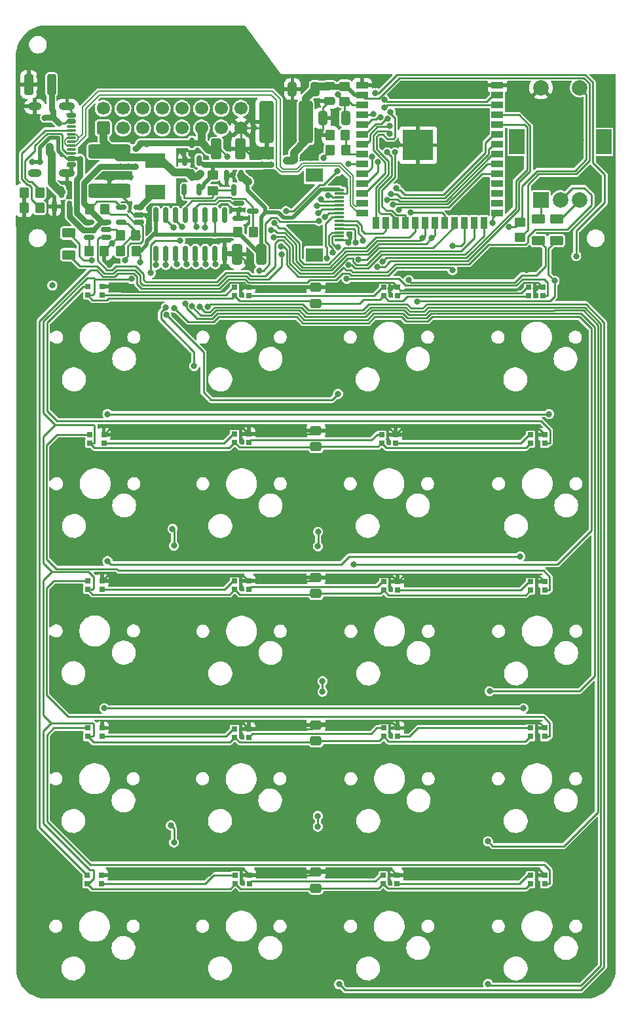
<source format=gbr>
%TF.GenerationSoftware,KiCad,Pcbnew,8.0.7-8.0.7-0~ubuntu22.04.1*%
%TF.CreationDate,2024-12-28T00:36:41+00:00*%
%TF.ProjectId,numcalcium,6e756d63-616c-4636-9975-6d2e6b696361,rev?*%
%TF.SameCoordinates,Original*%
%TF.FileFunction,Copper,L1,Top*%
%TF.FilePolarity,Positive*%
%FSLAX46Y46*%
G04 Gerber Fmt 4.6, Leading zero omitted, Abs format (unit mm)*
G04 Created by KiCad (PCBNEW 8.0.7-8.0.7-0~ubuntu22.04.1) date 2024-12-28 00:36:41*
%MOMM*%
%LPD*%
G01*
G04 APERTURE LIST*
G04 Aperture macros list*
%AMRoundRect*
0 Rectangle with rounded corners*
0 $1 Rounding radius*
0 $2 $3 $4 $5 $6 $7 $8 $9 X,Y pos of 4 corners*
0 Add a 4 corners polygon primitive as box body*
4,1,4,$2,$3,$4,$5,$6,$7,$8,$9,$2,$3,0*
0 Add four circle primitives for the rounded corners*
1,1,$1+$1,$2,$3*
1,1,$1+$1,$4,$5*
1,1,$1+$1,$6,$7*
1,1,$1+$1,$8,$9*
0 Add four rect primitives between the rounded corners*
20,1,$1+$1,$2,$3,$4,$5,0*
20,1,$1+$1,$4,$5,$6,$7,0*
20,1,$1+$1,$6,$7,$8,$9,0*
20,1,$1+$1,$8,$9,$2,$3,0*%
G04 Aperture macros list end*
%TA.AperFunction,ComponentPad*%
%ADD10R,2.000000X2.000000*%
%TD*%
%TA.AperFunction,ComponentPad*%
%ADD11C,2.000000*%
%TD*%
%TA.AperFunction,ComponentPad*%
%ADD12R,2.000000X3.200000*%
%TD*%
%TA.AperFunction,SMDPad,CuDef*%
%ADD13RoundRect,0.150000X0.512500X0.150000X-0.512500X0.150000X-0.512500X-0.150000X0.512500X-0.150000X0*%
%TD*%
%TA.AperFunction,SMDPad,CuDef*%
%ADD14R,0.700000X0.700000*%
%TD*%
%TA.AperFunction,SMDPad,CuDef*%
%ADD15RoundRect,0.250000X-0.350000X-0.450000X0.350000X-0.450000X0.350000X0.450000X-0.350000X0.450000X0*%
%TD*%
%TA.AperFunction,SMDPad,CuDef*%
%ADD16RoundRect,0.150000X0.150000X-0.825000X0.150000X0.825000X-0.150000X0.825000X-0.150000X-0.825000X0*%
%TD*%
%TA.AperFunction,SMDPad,CuDef*%
%ADD17RoundRect,0.250000X0.650000X2.450000X-0.650000X2.450000X-0.650000X-2.450000X0.650000X-2.450000X0*%
%TD*%
%TA.AperFunction,SMDPad,CuDef*%
%ADD18RoundRect,0.250000X0.350000X0.450000X-0.350000X0.450000X-0.350000X-0.450000X0.350000X-0.450000X0*%
%TD*%
%TA.AperFunction,SMDPad,CuDef*%
%ADD19RoundRect,0.250000X0.475000X-0.337500X0.475000X0.337500X-0.475000X0.337500X-0.475000X-0.337500X0*%
%TD*%
%TA.AperFunction,SMDPad,CuDef*%
%ADD20RoundRect,0.250000X-0.475000X0.250000X-0.475000X-0.250000X0.475000X-0.250000X0.475000X0.250000X0*%
%TD*%
%TA.AperFunction,SMDPad,CuDef*%
%ADD21RoundRect,0.150000X-0.425000X0.150000X-0.425000X-0.150000X0.425000X-0.150000X0.425000X0.150000X0*%
%TD*%
%TA.AperFunction,SMDPad,CuDef*%
%ADD22RoundRect,0.075000X-0.500000X0.075000X-0.500000X-0.075000X0.500000X-0.075000X0.500000X0.075000X0*%
%TD*%
%TA.AperFunction,ComponentPad*%
%ADD23O,2.100000X1.000000*%
%TD*%
%TA.AperFunction,ComponentPad*%
%ADD24O,1.800000X1.000000*%
%TD*%
%TA.AperFunction,SMDPad,CuDef*%
%ADD25RoundRect,0.150000X0.150000X-0.587500X0.150000X0.587500X-0.150000X0.587500X-0.150000X-0.587500X0*%
%TD*%
%TA.AperFunction,SMDPad,CuDef*%
%ADD26RoundRect,0.150000X0.150000X-0.512500X0.150000X0.512500X-0.150000X0.512500X-0.150000X-0.512500X0*%
%TD*%
%TA.AperFunction,SMDPad,CuDef*%
%ADD27RoundRect,0.250000X0.625000X-0.375000X0.625000X0.375000X-0.625000X0.375000X-0.625000X-0.375000X0*%
%TD*%
%TA.AperFunction,SMDPad,CuDef*%
%ADD28RoundRect,0.250000X0.325000X0.650000X-0.325000X0.650000X-0.325000X-0.650000X0.325000X-0.650000X0*%
%TD*%
%TA.AperFunction,SMDPad,CuDef*%
%ADD29R,2.500000X1.900000*%
%TD*%
%TA.AperFunction,SMDPad,CuDef*%
%ADD30R,1.500000X0.900000*%
%TD*%
%TA.AperFunction,SMDPad,CuDef*%
%ADD31R,0.900000X1.500000*%
%TD*%
%TA.AperFunction,HeatsinkPad*%
%ADD32C,0.600000*%
%TD*%
%TA.AperFunction,SMDPad,CuDef*%
%ADD33R,3.900000X3.900000*%
%TD*%
%TA.AperFunction,SMDPad,CuDef*%
%ADD34RoundRect,0.250000X0.325000X1.100000X-0.325000X1.100000X-0.325000X-1.100000X0.325000X-1.100000X0*%
%TD*%
%TA.AperFunction,SMDPad,CuDef*%
%ADD35RoundRect,0.150000X-0.150000X0.587500X-0.150000X-0.587500X0.150000X-0.587500X0.150000X0.587500X0*%
%TD*%
%TA.AperFunction,SMDPad,CuDef*%
%ADD36RoundRect,0.150000X-0.587500X-0.150000X0.587500X-0.150000X0.587500X0.150000X-0.587500X0.150000X0*%
%TD*%
%TA.AperFunction,SMDPad,CuDef*%
%ADD37RoundRect,0.250000X-0.412500X-1.100000X0.412500X-1.100000X0.412500X1.100000X-0.412500X1.100000X0*%
%TD*%
%TA.AperFunction,SMDPad,CuDef*%
%ADD38RoundRect,0.250000X0.450000X-0.350000X0.450000X0.350000X-0.450000X0.350000X-0.450000X-0.350000X0*%
%TD*%
%TA.AperFunction,SMDPad,CuDef*%
%ADD39R,1.300000X0.300000*%
%TD*%
%TA.AperFunction,SMDPad,CuDef*%
%ADD40R,2.200000X1.800000*%
%TD*%
%TA.AperFunction,ComponentPad*%
%ADD41RoundRect,0.250000X0.600000X-0.600000X0.600000X0.600000X-0.600000X0.600000X-0.600000X-0.600000X0*%
%TD*%
%TA.AperFunction,ComponentPad*%
%ADD42C,1.700000*%
%TD*%
%TA.AperFunction,SMDPad,CuDef*%
%ADD43RoundRect,0.250000X-2.450000X0.650000X-2.450000X-0.650000X2.450000X-0.650000X2.450000X0.650000X0*%
%TD*%
%TA.AperFunction,SMDPad,CuDef*%
%ADD44RoundRect,0.250000X0.400000X1.075000X-0.400000X1.075000X-0.400000X-1.075000X0.400000X-1.075000X0*%
%TD*%
%TA.AperFunction,SMDPad,CuDef*%
%ADD45RoundRect,0.250000X-0.450000X0.350000X-0.450000X-0.350000X0.450000X-0.350000X0.450000X0.350000X0*%
%TD*%
%TA.AperFunction,ViaPad*%
%ADD46C,0.800000*%
%TD*%
%TA.AperFunction,Conductor*%
%ADD47C,0.250000*%
%TD*%
%TA.AperFunction,Conductor*%
%ADD48C,1.000000*%
%TD*%
%TA.AperFunction,Conductor*%
%ADD49C,0.500000*%
%TD*%
%TA.AperFunction,Conductor*%
%ADD50C,0.750000*%
%TD*%
%TA.AperFunction,Conductor*%
%ADD51C,0.200000*%
%TD*%
%TA.AperFunction,Conductor*%
%ADD52C,0.660000*%
%TD*%
G04 APERTURE END LIST*
D10*
%TO.P,SW21,A,A*%
%TO.N,Net-(D22-A)*%
X67788000Y10932120D03*
D11*
%TO.P,SW21,B,B*%
%TO.N,Net-(D23-A)*%
X72788000Y10932120D03*
%TO.P,SW21,C,C*%
%TO.N,Net-(U3-QA)*%
X70288000Y10932120D03*
D12*
%TO.P,SW21,GND*%
%TO.N,N/C*%
X64688000Y18432120D03*
X75888000Y18432120D03*
D11*
%TO.P,SW21,S1,S1*%
%TO.N,#B_OK*%
X72788000Y25432120D03*
%TO.P,SW21,S2,S2*%
%TO.N,GND*%
X67788000Y25432120D03*
%TD*%
D13*
%TO.P,U1,1,~{CHRG}*%
%TO.N,CHARGE_STATE*%
X11603900Y6145200D03*
%TO.P,U1,2,GND*%
%TO.N,GND*%
X11603900Y7095200D03*
%TO.P,U1,3,BAT*%
%TO.N,VBAT*%
X11603900Y8045200D03*
%TO.P,U1,4,V_{CC}*%
%TO.N,VBUS*%
X9328900Y8045200D03*
%TO.P,U1,5,PROG*%
%TO.N,Net-(U1-PROG)*%
X9328900Y6145200D03*
%TD*%
D14*
%TO.P,D46,1,DOUT*%
%TO.N,/Main/STATUS_LED*%
X68022000Y-1464000D03*
%TO.P,D46,2,VSS*%
%TO.N,GND*%
X68022000Y-364000D03*
%TO.P,D46,3,DIN*%
%TO.N,Net-(D45-DOUT)*%
X66192000Y-364000D03*
%TO.P,D46,4,VDD*%
%TO.N,VDD*%
X66192000Y-1464000D03*
%TD*%
D15*
%TO.P,R10,1*%
%TO.N,VDD*%
X28609200Y6805600D03*
%TO.P,R10,2*%
%TO.N,Net-(Q6-D)*%
X30609200Y6805600D03*
%TD*%
D14*
%TO.P,D42,1,DOUT*%
%TO.N,Net-(D42-DOUT)*%
X68272000Y-20464000D03*
%TO.P,D42,2,VSS*%
%TO.N,GND*%
X68272000Y-19364000D03*
%TO.P,D42,3,DIN*%
%TO.N,Net-(D41-DOUT)*%
X66442000Y-19364000D03*
%TO.P,D42,4,VDD*%
%TO.N,VDD*%
X66442000Y-20464000D03*
%TD*%
%TO.P,D41,1,DOUT*%
%TO.N,Net-(D41-DOUT)*%
X49022000Y-20464000D03*
%TO.P,D41,2,VSS*%
%TO.N,GND*%
X49022000Y-19364000D03*
%TO.P,D41,3,DIN*%
%TO.N,Net-(D40-DOUT)*%
X47192000Y-19364000D03*
%TO.P,D41,4,VDD*%
%TO.N,VDD*%
X47192000Y-20464000D03*
%TD*%
D16*
%TO.P,U3,1,QB*%
%TO.N,Net-(U3-QB)*%
X18026800Y4025800D03*
%TO.P,U3,2,QC*%
%TO.N,Net-(U3-QC)*%
X19296800Y4025800D03*
%TO.P,U3,3,QD*%
%TO.N,Net-(U3-QD)*%
X20566800Y4025800D03*
%TO.P,U3,4,QE*%
%TO.N,Net-(U3-QE)*%
X21836800Y4025800D03*
%TO.P,U3,5,QF*%
%TO.N,Net-(U3-QF)*%
X23106800Y4025800D03*
%TO.P,U3,6,QG*%
%TO.N,Net-(U3-QG)*%
X24376800Y4025800D03*
%TO.P,U3,7,QH*%
%TO.N,Net-(U3-QH)*%
X25646800Y4025800D03*
%TO.P,U3,8,GND*%
%TO.N,GND*%
X26916800Y4025800D03*
%TO.P,U3,9,QH'*%
%TO.N,unconnected-(U3-QH'-Pad9)*%
X26916800Y8975800D03*
%TO.P,U3,10,~{SRCLR}*%
%TO.N,VDD*%
X25646800Y8975800D03*
%TO.P,U3,11,SRCLK*%
%TO.N,IO_CK*%
X24376800Y8975800D03*
%TO.P,U3,12,RCLK*%
%TO.N,IO_OE*%
X23106800Y8975800D03*
%TO.P,U3,13,~{OE}*%
%TO.N,Net-(Q6-D)*%
X21836800Y8975800D03*
%TO.P,U3,14,SER*%
%TO.N,IO_D*%
X20566800Y8975800D03*
%TO.P,U3,15,QA*%
%TO.N,Net-(U3-QA)*%
X19296800Y8975800D03*
%TO.P,U3,16,VCC*%
%TO.N,VDD*%
X18026800Y8975800D03*
%TD*%
D14*
%TO.P,D34,1,DOUT*%
%TO.N,Net-(D34-DOUT)*%
X68272000Y-58364000D03*
%TO.P,D34,2,VSS*%
%TO.N,GND*%
X68272000Y-57264000D03*
%TO.P,D34,3,DIN*%
%TO.N,Net-(D33-DOUT)*%
X66442000Y-57264000D03*
%TO.P,D34,4,VDD*%
%TO.N,VDD*%
X66442000Y-58364000D03*
%TD*%
D17*
%TO.P,C6,1*%
%TO.N,VDD_AON*%
X37381600Y20978800D03*
%TO.P,C6,2*%
%TO.N,GND*%
X32281600Y20978800D03*
%TD*%
D18*
%TO.P,R17,1*%
%TO.N,Net-(J2-CC1)*%
X2990000Y9904400D03*
%TO.P,R17,2*%
%TO.N,GND*%
X990000Y9904400D03*
%TD*%
D15*
%TO.P,R5,1*%
%TO.N,VBAT*%
X40563200Y17372000D03*
%TO.P,R5,2*%
%TO.N,VBAT_MON*%
X42563200Y17372000D03*
%TD*%
D19*
%TO.P,C18,1*%
%TO.N,VDD*%
X38692000Y-58939000D03*
%TO.P,C18,2*%
%TO.N,GND*%
X38692000Y-56864000D03*
%TD*%
D20*
%TO.P,C8,1*%
%TO.N,VDD_AON*%
X40429600Y25637200D03*
%TO.P,C8,2*%
%TO.N,GND*%
X40429600Y23737200D03*
%TD*%
D21*
%TO.P,J2,A1,GND*%
%TO.N,GND*%
X7100789Y21884120D03*
%TO.P,J2,A4,VBUS*%
%TO.N,VBUS*%
X7100789Y21084120D03*
D22*
%TO.P,J2,A5,CC1*%
%TO.N,Net-(J2-CC1)*%
X7100789Y19934120D03*
%TO.P,J2,A6,D+*%
%TO.N,USB+*%
X7100789Y18934120D03*
%TO.P,J2,A7,D-*%
%TO.N,USB-*%
X7100789Y18434120D03*
%TO.P,J2,A8,SBU1*%
%TO.N,unconnected-(J2-SBU1-PadA8)*%
X7100789Y17434120D03*
D21*
%TO.P,J2,A9,VBUS*%
%TO.N,VBUS*%
X7100789Y16284120D03*
%TO.P,J2,A12,GND*%
%TO.N,GND*%
X7100789Y15484120D03*
%TO.P,J2,B1,GND*%
X7100789Y15484120D03*
%TO.P,J2,B4,VBUS*%
%TO.N,VBUS*%
X7100789Y16284120D03*
D22*
%TO.P,J2,B5,CC2*%
%TO.N,Net-(J2-CC2)*%
X7100789Y16934120D03*
%TO.P,J2,B6,D+*%
%TO.N,USB+*%
X7100789Y17934120D03*
%TO.P,J2,B7,D-*%
%TO.N,USB-*%
X7100789Y19434120D03*
%TO.P,J2,B8,SBU2*%
%TO.N,unconnected-(J2-SBU2-PadB8)*%
X7100789Y20434120D03*
D21*
%TO.P,J2,B9,VBUS*%
%TO.N,VBUS*%
X7100789Y21084120D03*
%TO.P,J2,B12,GND*%
%TO.N,GND*%
X7100789Y21884120D03*
D23*
%TO.P,J2,S1,SHIELD*%
X6525789Y23004120D03*
D24*
X2345789Y23004120D03*
D23*
X6525789Y14364120D03*
D24*
X2345789Y14364120D03*
%TD*%
D25*
%TO.P,Q1,1,G*%
%TO.N,GND*%
X4900000Y10056800D03*
%TO.P,Q1,2,S*%
%TO.N,VBAT*%
X6800000Y10056800D03*
%TO.P,Q1,3,D*%
%TO.N,Net-(BT1-+)*%
X5850000Y11931800D03*
%TD*%
D26*
%TO.P,U6,1,GND*%
%TO.N,GND*%
X21685500Y16031300D03*
%TO.P,U6,2,VO*%
%TO.N,VDD_AON*%
X23585500Y16031300D03*
%TO.P,U6,3,VI*%
%TO.N,VBAT*%
X22635500Y18306300D03*
%TD*%
D27*
%TO.P,D23,1,K*%
%TO.N,IO_D*%
X69792000Y5685000D03*
%TO.P,D23,2,A*%
%TO.N,Net-(D23-A)*%
X69792000Y8485000D03*
%TD*%
%TO.P,D28,1,K*%
%TO.N,#LOW_POWER_REQ*%
X6742000Y3859200D03*
%TO.P,D28,2,A*%
%TO.N,Net-(D28-A)*%
X6742000Y6659200D03*
%TD*%
D28*
%TO.P,C7,1*%
%TO.N,VDD_AON*%
X38602600Y25246000D03*
%TO.P,C7,2*%
%TO.N,GND*%
X35652600Y25246000D03*
%TD*%
D29*
%TO.P,L1,1,1*%
%TO.N,Net-(U2-LX)*%
X17909200Y11936400D03*
%TO.P,L1,2,2*%
%TO.N,VDD*%
X17909200Y16036400D03*
%TD*%
D30*
%TO.P,U4,1,GND*%
%TO.N,GND*%
X44651789Y25724120D03*
%TO.P,U4,2,3V3*%
%TO.N,VDD_AON*%
X44651789Y24454120D03*
%TO.P,U4,3,EN*%
%TO.N,RST*%
X44651789Y23184120D03*
%TO.P,U4,4,IO4*%
%TO.N,Net-(J1-Pin_8)*%
X44651789Y21914120D03*
%TO.P,U4,5,IO5*%
%TO.N,Net-(J1-Pin_10)*%
X44651789Y20644120D03*
%TO.P,U4,6,IO6*%
%TO.N,Net-(J1-Pin_12)*%
X44651789Y19374120D03*
%TO.P,U4,7,IO7*%
%TO.N,Net-(J1-Pin_14)*%
X44651789Y18104120D03*
%TO.P,U4,8,IO15*%
%TO.N,VBAT_MON*%
X44651789Y16834120D03*
%TO.P,U4,9,IO16*%
%TO.N,#LOW_POWER_REQ*%
X44651789Y15564120D03*
%TO.P,U4,10,IO17*%
%TO.N,TX1*%
X44651789Y14294120D03*
%TO.P,U4,11,IO18*%
%TO.N,RX1*%
X44651789Y13024120D03*
%TO.P,U4,12,IO8*%
%TO.N,Net-(J1-Pin_16)*%
X44651789Y11754120D03*
%TO.P,U4,13,USB_D-*%
%TO.N,USB-*%
X44651789Y10484120D03*
%TO.P,U4,14,USB_D+*%
%TO.N,USB+*%
X44651789Y9214120D03*
D31*
%TO.P,U4,15,IO3*%
%TO.N,Net-(J1-Pin_6)*%
X46416789Y7964120D03*
%TO.P,U4,16,IO46*%
%TO.N,/Main/LCD_LED*%
X47686789Y7964120D03*
%TO.P,U4,17,IO9*%
%TO.N,Net-(J1-Pin_9)*%
X48956789Y7964120D03*
%TO.P,U4,18,IO10*%
%TO.N,Net-(J1-Pin_7)*%
X50226789Y7964120D03*
%TO.P,U4,19,IO11*%
%TO.N,IO_OE*%
X51496789Y7964120D03*
%TO.P,U4,20,IO12*%
%TO.N,IO_CK*%
X52766789Y7964120D03*
%TO.P,U4,21,IO13*%
%TO.N,IO_D*%
X54036789Y7964120D03*
%TO.P,U4,22,IO14*%
%TO.N,IO_T*%
X55306789Y7964120D03*
%TO.P,U4,23,IO21*%
%TO.N,/Main/BUZ_DRIVE*%
X56576789Y7964120D03*
%TO.P,U4,24,IO47*%
%TO.N,/Main/lighting/DIN*%
X57846789Y7964120D03*
%TO.P,U4,25,IO48*%
%TO.N,CHARGE_STATE*%
X59116789Y7964120D03*
%TO.P,U4,26,IO45*%
%TO.N,/Main/LCD_DC*%
X60386789Y7964120D03*
D30*
%TO.P,U4,27,IO0*%
%TO.N,#B_OK*%
X62151789Y9214120D03*
%TO.P,U4,28,IO35*%
%TO.N,unconnected-(U4-IO35-Pad28)*%
X62151789Y10484120D03*
%TO.P,U4,29,IO36*%
%TO.N,unconnected-(U4-IO36-Pad29)*%
X62151789Y11754120D03*
%TO.P,U4,30,IO37*%
%TO.N,unconnected-(U4-IO37-Pad30)*%
X62151789Y13024120D03*
%TO.P,U4,31,IO38*%
%TO.N,/Main/SD_CS*%
X62151789Y14294120D03*
%TO.P,U4,32,IO39*%
%TO.N,/Main/CK*%
X62151789Y15564120D03*
%TO.P,U4,33,IO40*%
%TO.N,/Main/MOSI*%
X62151789Y16834120D03*
%TO.P,U4,34,IO41*%
%TO.N,/Main/MISO*%
X62151789Y18104120D03*
%TO.P,U4,35,IO42*%
%TO.N,/Main/LCD_CS*%
X62151789Y19374120D03*
%TO.P,U4,36,RXD0*%
%TO.N,/Main/AUD_R*%
X62151789Y20644120D03*
%TO.P,U4,37,TXD0*%
%TO.N,/Main/AUD_L*%
X62151789Y21914120D03*
%TO.P,U4,38,IO2*%
%TO.N,Net-(J1-Pin_4)*%
X62151789Y23184120D03*
%TO.P,U4,39,IO1*%
%TO.N,Net-(J1-Pin_2)*%
X62151789Y24454120D03*
%TO.P,U4,40,GND*%
%TO.N,GND*%
X62151789Y25724120D03*
D32*
%TO.P,U4,41,GND*%
X50501789Y18704120D03*
X50501789Y17304120D03*
X51201789Y19404120D03*
X51201789Y18004120D03*
X51201789Y16604120D03*
X51901789Y18704120D03*
D33*
X51901789Y18004120D03*
D32*
X51901789Y17304120D03*
X52601789Y19404120D03*
X52601789Y18004120D03*
X52601789Y16604120D03*
X53301789Y18704120D03*
X53301789Y17304120D03*
%TD*%
D18*
%TO.P,R16,1*%
%TO.N,Net-(J2-CC2)*%
X2990000Y11878920D03*
%TO.P,R16,2*%
%TO.N,GND*%
X990000Y11878920D03*
%TD*%
D14*
%TO.P,D40,1,DOUT*%
%TO.N,Net-(D40-DOUT)*%
X30022000Y-20364000D03*
%TO.P,D40,2,VSS*%
%TO.N,GND*%
X30022000Y-19264000D03*
%TO.P,D40,3,DIN*%
%TO.N,Net-(D39-DOUT)*%
X28192000Y-19264000D03*
%TO.P,D40,4,VDD*%
%TO.N,VDD*%
X28192000Y-20364000D03*
%TD*%
D18*
%TO.P,R8,1*%
%TO.N,VDD*%
X15439300Y4367200D03*
%TO.P,R8,2*%
%TO.N,Net-(U2-FB)*%
X13439300Y4367200D03*
%TD*%
D34*
%TO.P,C1,1*%
%TO.N,VBUS*%
X4515800Y25855600D03*
%TO.P,C1,2*%
%TO.N,GND*%
X1565800Y25855600D03*
%TD*%
D35*
%TO.P,Q4,1,G*%
%TO.N,VDD*%
X29035200Y14093100D03*
%TO.P,Q4,2,S*%
%TO.N,GND*%
X27135200Y14093100D03*
%TO.P,Q4,3,D*%
%TO.N,Net-(Q2-G)*%
X28085200Y12218100D03*
%TD*%
D36*
%TO.P,Q6,1,G*%
%TO.N,IO_OE*%
X28694800Y10483600D03*
%TO.P,Q6,2,S*%
%TO.N,GND*%
X28694800Y8583600D03*
%TO.P,Q6,3,D*%
%TO.N,Net-(Q6-D)*%
X30569800Y9533600D03*
%TD*%
D37*
%TO.P,C3,1*%
%TO.N,VBAT*%
X25811500Y17499000D03*
%TO.P,C3,2*%
%TO.N,GND*%
X28936500Y17499000D03*
%TD*%
D38*
%TO.P,R12,1*%
%TO.N,VDD_AON*%
X65118400Y6085000D03*
%TO.P,R12,2*%
%TO.N,#B_OK*%
X65118400Y8085000D03*
%TD*%
D15*
%TO.P,R3,1*%
%TO.N,VBAT*%
X9435500Y9752000D03*
%TO.P,R3,2*%
%TO.N,Net-(D28-A)*%
X11435500Y9752000D03*
%TD*%
D39*
%TO.P,J3,1,Pin_1*%
%TO.N,VDD*%
X41731000Y12240000D03*
%TO.P,J3,2,Pin_2*%
%TO.N,GND*%
X41731000Y11740000D03*
%TO.P,J3,3,Pin_3*%
%TO.N,/Main/LCD_CS*%
X41731000Y11240000D03*
%TO.P,J3,4,Pin_4*%
%TO.N,/Main/MISO*%
X41731000Y10740000D03*
%TO.P,J3,5,Pin_5*%
%TO.N,/Main/MOSI*%
X41731000Y10240000D03*
%TO.P,J3,6,Pin_6*%
%TO.N,/Main/CK*%
X41731000Y9740000D03*
%TO.P,J3,7,Pin_7*%
%TO.N,/Main/SD_CS*%
X41731000Y9240000D03*
%TO.P,J3,8,Pin_8*%
%TO.N,/Main/LCD_DC*%
X41731000Y8740000D03*
%TO.P,J3,9,Pin_9*%
%TO.N,/Main/LCD_LED*%
X41731000Y8240000D03*
%TO.P,J3,10,Pin_10*%
%TO.N,/Main/AUD_R*%
X41731000Y7740000D03*
%TO.P,J3,11,Pin_11*%
%TO.N,/Main/AUD_L*%
X41731000Y7240000D03*
%TO.P,J3,12,Pin_12*%
%TO.N,/Main/STATUS_LED*%
X41731000Y6740000D03*
%TO.P,J3,13,Pin_13*%
%TO.N,/Main/BUZ_DRIVE*%
X41731000Y6240000D03*
%TO.P,J3,14,Pin_14*%
%TO.N,GND*%
X41731000Y5740000D03*
D40*
%TO.P,J3,GND*%
%TO.N,N/C*%
X38481000Y14140000D03*
X38481000Y3840000D03*
%TD*%
D14*
%TO.P,D31,1,DOUT*%
%TO.N,Net-(D31-DOUT)*%
X11022000Y-58364000D03*
%TO.P,D31,2,VSS*%
%TO.N,GND*%
X11022000Y-57264000D03*
%TO.P,D31,3,DIN*%
%TO.N,Net-(D30-DOUT)*%
X9192000Y-57264000D03*
%TO.P,D31,4,VDD*%
%TO.N,VDD*%
X9192000Y-58364000D03*
%TD*%
%TO.P,D45,1,DOUT*%
%TO.N,Net-(D45-DOUT)*%
X49272000Y-1464000D03*
%TO.P,D45,2,VSS*%
%TO.N,GND*%
X49272000Y-364000D03*
%TO.P,D45,3,DIN*%
%TO.N,Net-(D44-DOUT)*%
X47442000Y-364000D03*
%TO.P,D45,4,VDD*%
%TO.N,VDD*%
X47442000Y-1464000D03*
%TD*%
%TO.P,D39,1,DOUT*%
%TO.N,Net-(D39-DOUT)*%
X11272000Y-20464000D03*
%TO.P,D39,2,VSS*%
%TO.N,GND*%
X11272000Y-19364000D03*
%TO.P,D39,3,DIN*%
%TO.N,Net-(D38-DOUT)*%
X9442000Y-19364000D03*
%TO.P,D39,4,VDD*%
%TO.N,VDD*%
X9442000Y-20464000D03*
%TD*%
D41*
%TO.P,J1,1,Pin_1*%
%TO.N,VDD*%
X11199389Y20210120D03*
D42*
%TO.P,J1,2,Pin_2*%
%TO.N,Net-(J1-Pin_2)*%
X11199389Y22750120D03*
%TO.P,J1,3,Pin_3*%
%TO.N,RX1*%
X13739389Y20210120D03*
%TO.P,J1,4,Pin_4*%
%TO.N,Net-(J1-Pin_4)*%
X13739389Y22750120D03*
%TO.P,J1,5,Pin_5*%
%TO.N,TX1*%
X16279389Y20210120D03*
%TO.P,J1,6,Pin_6*%
%TO.N,Net-(J1-Pin_6)*%
X16279389Y22750120D03*
%TO.P,J1,7,Pin_7*%
%TO.N,Net-(J1-Pin_7)*%
X18819389Y20210120D03*
%TO.P,J1,8,Pin_8*%
%TO.N,Net-(J1-Pin_8)*%
X18819389Y22750120D03*
%TO.P,J1,9,Pin_9*%
%TO.N,Net-(J1-Pin_9)*%
X21359389Y20210120D03*
%TO.P,J1,10,Pin_10*%
%TO.N,Net-(J1-Pin_10)*%
X21359389Y22750120D03*
%TO.P,J1,11,Pin_11*%
%TO.N,VBAT*%
X23899389Y20210120D03*
%TO.P,J1,12,Pin_12*%
%TO.N,Net-(J1-Pin_12)*%
X23899389Y22750120D03*
%TO.P,J1,13,Pin_13*%
%TO.N,unconnected-(J1-Pin_13-Pad13)*%
X26439389Y20210120D03*
%TO.P,J1,14,Pin_14*%
%TO.N,Net-(J1-Pin_14)*%
X26439389Y22750120D03*
%TO.P,J1,15,Pin_15*%
%TO.N,GND*%
X28979389Y20210120D03*
%TO.P,J1,16,Pin_16*%
%TO.N,Net-(J1-Pin_16)*%
X28979389Y22750120D03*
%TD*%
D43*
%TO.P,C2,1*%
%TO.N,VDD*%
X12016400Y17229600D03*
%TO.P,C2,2*%
%TO.N,GND*%
X12016400Y12129600D03*
%TD*%
D27*
%TO.P,D22,1,K*%
%TO.N,IO_CK*%
X67485789Y5687720D03*
%TO.P,D22,2,A*%
%TO.N,Net-(D22-A)*%
X67485789Y8487720D03*
%TD*%
D14*
%TO.P,D32,1,DOUT*%
%TO.N,Net-(D32-DOUT)*%
X30022000Y-58464000D03*
%TO.P,D32,2,VSS*%
%TO.N,GND*%
X30022000Y-57364000D03*
%TO.P,D32,3,DIN*%
%TO.N,Net-(D31-DOUT)*%
X28192000Y-57364000D03*
%TO.P,D32,4,VDD*%
%TO.N,VDD*%
X28192000Y-58464000D03*
%TD*%
%TO.P,D30,1,DOUT*%
%TO.N,Net-(D30-DOUT)*%
X68272000Y-77364000D03*
%TO.P,D30,2,VSS*%
%TO.N,GND*%
X68272000Y-76264000D03*
%TO.P,D30,3,DIN*%
%TO.N,Net-(D29-DOUT)*%
X66442000Y-76264000D03*
%TO.P,D30,4,VDD*%
%TO.N,VDD*%
X66442000Y-77364000D03*
%TD*%
D44*
%TO.P,C5,1*%
%TO.N,VDD*%
X31642000Y3886000D03*
%TO.P,C5,2*%
%TO.N,GND*%
X28542000Y3886000D03*
%TD*%
D14*
%TO.P,D33,1,DOUT*%
%TO.N,Net-(D33-DOUT)*%
X49272000Y-58364000D03*
%TO.P,D33,2,VSS*%
%TO.N,GND*%
X49272000Y-57264000D03*
%TO.P,D33,3,DIN*%
%TO.N,Net-(D32-DOUT)*%
X47442000Y-57264000D03*
%TO.P,D33,4,VDD*%
%TO.N,VDD*%
X47442000Y-58364000D03*
%TD*%
%TO.P,D24,1,DOUT*%
%TO.N,Net-(D24-DOUT)*%
X30107000Y-77364000D03*
%TO.P,D24,2,VSS*%
%TO.N,GND*%
X30107000Y-76264000D03*
%TO.P,D24,3,DIN*%
%TO.N,Net-(D21-DOUT)*%
X28277000Y-76264000D03*
%TO.P,D24,4,VDD*%
%TO.N,VDD*%
X28277000Y-77364000D03*
%TD*%
%TO.P,D43,1,DOUT*%
%TO.N,Net-(D43-DOUT)*%
X11022000Y-1364000D03*
%TO.P,D43,2,VSS*%
%TO.N,GND*%
X11022000Y-264000D03*
%TO.P,D43,3,DIN*%
%TO.N,Net-(D42-DOUT)*%
X9192000Y-264000D03*
%TO.P,D43,4,VDD*%
%TO.N,VDD*%
X9192000Y-1364000D03*
%TD*%
D15*
%TO.P,R4,1*%
%TO.N,Net-(U1-PROG)*%
X9333900Y4367200D03*
%TO.P,R4,2*%
%TO.N,GND*%
X11333900Y4367200D03*
%TD*%
D13*
%TO.P,U2,1,EN*%
%TO.N,Net-(D28-A)*%
X15785500Y8076700D03*
%TO.P,U2,2,GND*%
%TO.N,GND*%
X15785500Y9026700D03*
%TO.P,U2,3,LX*%
%TO.N,Net-(U2-LX)*%
X15785500Y9976700D03*
%TO.P,U2,4,VIN*%
%TO.N,VBAT*%
X13510500Y9976700D03*
%TO.P,U2,5,FB*%
%TO.N,Net-(U2-FB)*%
X13510500Y8076700D03*
%TD*%
D14*
%TO.P,D38,1,DOUT*%
%TO.N,Net-(D38-DOUT)*%
X68272000Y-39464000D03*
%TO.P,D38,2,VSS*%
%TO.N,GND*%
X68272000Y-38364000D03*
%TO.P,D38,3,DIN*%
%TO.N,Net-(D37-DOUT)*%
X66442000Y-38364000D03*
%TO.P,D38,4,VDD*%
%TO.N,VDD*%
X66442000Y-39464000D03*
%TD*%
D19*
%TO.P,C14,1*%
%TO.N,VDD*%
X38692000Y-2439000D03*
%TO.P,C14,2*%
%TO.N,GND*%
X38692000Y-364000D03*
%TD*%
D18*
%TO.P,R9,1*%
%TO.N,Net-(U2-FB)*%
X15388500Y6349400D03*
%TO.P,R9,2*%
%TO.N,GND*%
X13388500Y6349400D03*
%TD*%
D25*
%TO.P,Q2,1,G*%
%TO.N,Net-(Q2-G)*%
X21668700Y12245800D03*
%TO.P,Q2,2,S*%
%TO.N,VDD_AON*%
X23568700Y12245800D03*
%TO.P,Q2,3,D*%
%TO.N,VDD*%
X22618700Y14120800D03*
%TD*%
D19*
%TO.P,C19,1*%
%TO.N,VDD*%
X38692000Y-77939000D03*
%TO.P,C19,2*%
%TO.N,GND*%
X38692000Y-75864000D03*
%TD*%
D28*
%TO.P,C4,1*%
%TO.N,RST*%
X42514200Y21486800D03*
%TO.P,C4,2*%
%TO.N,GND*%
X39564200Y21486800D03*
%TD*%
D14*
%TO.P,D29,1,DOUT*%
%TO.N,Net-(D29-DOUT)*%
X49192000Y-77364000D03*
%TO.P,D29,2,VSS*%
%TO.N,GND*%
X49192000Y-76264000D03*
%TO.P,D29,3,DIN*%
%TO.N,Net-(D24-DOUT)*%
X47362000Y-76264000D03*
%TO.P,D29,4,VDD*%
%TO.N,VDD*%
X47362000Y-77364000D03*
%TD*%
%TO.P,D35,1,DOUT*%
%TO.N,Net-(D35-DOUT)*%
X11022000Y-39364000D03*
%TO.P,D35,2,VSS*%
%TO.N,GND*%
X11022000Y-38264000D03*
%TO.P,D35,3,DIN*%
%TO.N,Net-(D34-DOUT)*%
X9192000Y-38264000D03*
%TO.P,D35,4,VDD*%
%TO.N,VDD*%
X9192000Y-39364000D03*
%TD*%
D45*
%TO.P,R7,1*%
%TO.N,VDD_AON*%
X25342000Y14155600D03*
%TO.P,R7,2*%
%TO.N,Net-(Q2-G)*%
X25342000Y12155600D03*
%TD*%
D19*
%TO.P,C16,1*%
%TO.N,VDD*%
X38692000Y-20939000D03*
%TO.P,C16,2*%
%TO.N,GND*%
X38692000Y-18864000D03*
%TD*%
D14*
%TO.P,D44,1,DOUT*%
%TO.N,Net-(D44-DOUT)*%
X30022000Y-1464000D03*
%TO.P,D44,2,VSS*%
%TO.N,GND*%
X30022000Y-364000D03*
%TO.P,D44,3,DIN*%
%TO.N,Net-(D43-DOUT)*%
X28192000Y-364000D03*
%TO.P,D44,4,VDD*%
%TO.N,VDD*%
X28192000Y-1464000D03*
%TD*%
%TO.P,D36,1,DOUT*%
%TO.N,Net-(D36-DOUT)*%
X30022000Y-39364000D03*
%TO.P,D36,2,VSS*%
%TO.N,GND*%
X30022000Y-38264000D03*
%TO.P,D36,3,DIN*%
%TO.N,Net-(D35-DOUT)*%
X28192000Y-38264000D03*
%TO.P,D36,4,VDD*%
%TO.N,VDD*%
X28192000Y-39364000D03*
%TD*%
D18*
%TO.P,R6,1*%
%TO.N,VBAT_MON*%
X42512400Y19302400D03*
%TO.P,R6,2*%
%TO.N,GND*%
X40512400Y19302400D03*
%TD*%
D14*
%TO.P,D21,1,DOUT*%
%TO.N,Net-(D21-DOUT)*%
X10942000Y-77364000D03*
%TO.P,D21,2,VSS*%
%TO.N,GND*%
X10942000Y-76264000D03*
%TO.P,D21,3,DIN*%
%TO.N,/Main/lighting/DIN*%
X9112000Y-76264000D03*
%TO.P,D21,4,VDD*%
%TO.N,VDD*%
X9112000Y-77364000D03*
%TD*%
%TO.P,D37,1,DOUT*%
%TO.N,Net-(D37-DOUT)*%
X49272000Y-39464000D03*
%TO.P,D37,2,VSS*%
%TO.N,GND*%
X49272000Y-38364000D03*
%TO.P,D37,3,DIN*%
%TO.N,Net-(D36-DOUT)*%
X47442000Y-38364000D03*
%TO.P,D37,4,VDD*%
%TO.N,VDD*%
X47442000Y-39464000D03*
%TD*%
D45*
%TO.P,R14,1*%
%TO.N,VDD_AON*%
X42410800Y25620400D03*
%TO.P,R14,2*%
%TO.N,RST*%
X42410800Y23620400D03*
%TD*%
D19*
%TO.P,C17,1*%
%TO.N,VDD*%
X38692000Y-39901500D03*
%TO.P,C17,2*%
%TO.N,GND*%
X38692000Y-37826500D03*
%TD*%
D46*
%TO.N,*%
X4620789Y-109880D03*
%TO.N,GND*%
X70342000Y19686000D03*
X8692000Y27636000D03*
X69342000Y18686000D03*
X13692000Y13886000D03*
X58976789Y-82786880D03*
X28442000Y27559802D03*
X76756789Y-11031880D03*
X10692000Y25886000D03*
X74742000Y14086000D03*
X58142000Y24886000D03*
X72942000Y18686000D03*
X71942000Y19686000D03*
X39142000Y-42914000D03*
X9442000Y25386000D03*
X71142000Y18686000D03*
X57706789Y-26271880D03*
X17142000Y7286000D03*
X67142000Y-514000D03*
X72942000Y18686000D03*
X72942000Y18686000D03*
X73342000Y2686000D03*
X70342000Y17886000D03*
X71942000Y17886000D03*
X70342000Y17886000D03*
X1191789Y-42781880D03*
X70342000Y17886000D03*
X22542000Y16886000D03*
X55142000Y16172120D03*
X76756789Y-36431880D03*
X1191789Y-55481880D03*
X71942000Y17886000D03*
X71942000Y19686000D03*
X71942000Y19686000D03*
X6692000Y12886000D03*
X71942000Y17886000D03*
X70342000Y19686000D03*
X23667000Y27559801D03*
X70342000Y17886000D03*
X69342000Y18686000D03*
X71942000Y19686000D03*
X35767000Y19708800D03*
X38442000Y7136000D03*
X71942000Y19686000D03*
X1191789Y-74531880D03*
X54142000Y1286000D03*
X70342000Y17886000D03*
X71942000Y17886000D03*
X1191789Y-4681880D03*
X69342000Y18686000D03*
X70342000Y17886000D03*
X76742000Y1086000D03*
X71942000Y17886000D03*
X1191789Y-49131880D03*
X72942000Y18686000D03*
X69342000Y18686000D03*
X62342000Y3686000D03*
X72942000Y18686000D03*
X70342000Y19686000D03*
X70342000Y17886000D03*
X71942000Y19686000D03*
X72942000Y18686000D03*
X71942000Y19686000D03*
X21542000Y16984600D03*
X48352002Y-514000D03*
X69342000Y18686000D03*
X57942000Y-61714000D03*
X58976789Y-9761880D03*
X71942000Y17886000D03*
X28842000Y9623601D03*
X19342000Y-61314000D03*
X1191789Y-17381880D03*
X26217000Y27559801D03*
X71942000Y17886000D03*
X76756789Y-30081880D03*
X76756789Y-68181880D03*
X76756789Y-42781880D03*
X71942000Y19686000D03*
X71942000Y17886000D03*
X71942000Y19686000D03*
X57442000Y16172120D03*
X76756789Y-74531880D03*
X70342000Y17886000D03*
X75942000Y9086000D03*
X33742000Y12086000D03*
X6192000Y27636000D03*
X69342000Y18686000D03*
X70342000Y17886000D03*
X69342000Y18686000D03*
X71142000Y18686000D03*
X32555600Y16559200D03*
X67342000Y3486000D03*
X1191789Y-61831880D03*
X70342000Y17886000D03*
X70342000Y19686000D03*
X72942000Y18686000D03*
X18692000Y27636000D03*
X71942000Y17886000D03*
X36200800Y12127200D03*
X71142000Y18686000D03*
X30407292Y16529000D03*
X64442000Y16172120D03*
X70342000Y19686000D03*
X70342000Y19686000D03*
X13692000Y27636000D03*
X57342000Y-41714000D03*
X76756789Y-17381880D03*
X70342000Y17886000D03*
X69342000Y18686000D03*
X70342000Y19686000D03*
X76756789Y-23731880D03*
X72942000Y18686000D03*
X76756789Y-4681880D03*
X71942000Y19686000D03*
X71142000Y18686000D03*
X33617000Y25711000D03*
X30742000Y20210120D03*
X70342000Y19686000D03*
X49942000Y1486000D03*
X69342000Y18686000D03*
X71142000Y18686000D03*
X71142000Y18686000D03*
X71942000Y17886000D03*
X39242000Y19708800D03*
X49142000Y24886000D03*
X76756789Y-87231880D03*
X69342000Y18686000D03*
X76756789Y-80881880D03*
X69342000Y18686000D03*
X53942000Y24886000D03*
X2942000Y24886000D03*
X70342000Y19686000D03*
X14742000Y13886000D03*
X32692000Y14461000D03*
X70342000Y17886000D03*
X71142000Y18686000D03*
X72942000Y18686000D03*
X70342000Y19686000D03*
X71942000Y17886000D03*
X71142000Y18686000D03*
X71142000Y18686000D03*
X71942000Y17886000D03*
X1191789Y-80881880D03*
X29157000Y-364000D03*
X72942000Y18686000D03*
X46373200Y25754000D03*
X31539600Y16529000D03*
X71142000Y18686000D03*
X36942000Y16386000D03*
X59342000Y10686000D03*
X52142000Y13686000D03*
X70342000Y19686000D03*
X64000800Y25754000D03*
X71942000Y19686000D03*
X71142000Y18686000D03*
X76756789Y-55481880D03*
X2942000Y25886000D03*
X29742000Y2886000D03*
X71942000Y17886000D03*
X70342000Y19686000D03*
X12316257Y5312030D03*
X72942000Y18686000D03*
X12591200Y13866800D03*
X1191789Y-68181880D03*
X60292400Y25754000D03*
X69342000Y18686000D03*
X69342000Y18686000D03*
X72942000Y18686000D03*
X71142000Y18686000D03*
X11387800Y13901800D03*
X42182200Y13181000D03*
X71142000Y18686000D03*
X39542000Y-6514000D03*
X16192000Y27636000D03*
X1191789Y-11031880D03*
X70342000Y17886000D03*
X69542000Y3486000D03*
X69342000Y18686000D03*
X11192000Y27636000D03*
X12029500Y2571000D03*
X72942000Y18686000D03*
X72942000Y18686000D03*
X1191789Y-23731880D03*
X1191789Y-36431880D03*
X58142000Y20486000D03*
X71142000Y18686000D03*
X75142000Y11486000D03*
X71142000Y18686000D03*
X15442000Y25886000D03*
X27942000Y14136000D03*
X71942000Y17886000D03*
X12942000Y-264000D03*
X60742000Y1486000D03*
X69342000Y18686000D03*
X71142000Y18686000D03*
X31567000Y14436000D03*
X20142000Y-8114000D03*
X76756789Y-49131880D03*
X32392000Y26136000D03*
X49242000Y18250096D03*
X38942000Y-61514000D03*
X76756789Y-61831880D03*
X42895133Y5461113D03*
X37942000Y16386000D03*
X71942000Y19686000D03*
X32942000Y11072800D03*
X2942000Y26886000D03*
X1191789Y-30081880D03*
X65942000Y1886000D03*
X20142000Y-23314000D03*
X12192000Y25886000D03*
X70342000Y19686000D03*
X21217000Y27559801D03*
X19606789Y-82786880D03*
X71942000Y17886000D03*
X6442000Y24386000D03*
X72942000Y18686000D03*
X69342000Y13286000D03*
X71942000Y19686000D03*
X71942000Y19686000D03*
X1191789Y-87231880D03*
X71942000Y19686000D03*
X70342000Y17886000D03*
X1442000Y8136000D03*
X8442000Y24386000D03*
X70342000Y17886000D03*
X70342000Y17886000D03*
X70342000Y19686000D03*
X70342000Y19686000D03*
X72942000Y18686000D03*
X31142000Y12086000D03*
X71942000Y17886000D03*
X70342000Y19686000D03*
X47502904Y18250096D03*
X4942000Y8386000D03*
X56342000Y17086000D03*
X69342000Y18686000D03*
X34917000Y19708800D03*
X71942000Y19686000D03*
X19742000Y-42314000D03*
%TO.N,VDD*%
X14889500Y738500D03*
X29942000Y13286000D03*
X15942000Y2886000D03*
X23742000Y14286000D03*
%TO.N,Net-(BT1-+)*%
X4514000Y16847066D03*
X4514000Y14679600D03*
X4297000Y17754066D03*
X4514000Y15797200D03*
X4514000Y13562000D03*
%TO.N,VBUS*%
X3650400Y21537600D03*
X2010920Y15834120D03*
X4742600Y21563000D03*
X2990000Y15832000D03*
%TO.N,IO_CK*%
X20342000Y-33714000D03*
X24326000Y7364400D03*
X39542000Y-51209459D03*
X50701369Y571000D03*
X52442000Y5986000D03*
X32905177Y7047092D03*
X11742000Y-16714000D03*
X68842000Y-16714000D03*
X20157631Y-31529631D03*
X39542000Y-52579459D03*
%TO.N,IO_D*%
X33262837Y6134405D03*
X11342000Y-54714000D03*
X20342000Y-72040459D03*
X69542000Y486000D03*
X19942000Y-69850459D03*
X38942000Y-33799000D03*
X17341800Y1493500D03*
X21379600Y7490600D03*
X53642000Y5986000D03*
X38957631Y-31929631D03*
X21142000Y5676000D03*
X65542000Y-54714000D03*
X51742000Y-2219001D03*
%TO.N,IO_T*%
X39062614Y8232268D03*
X38942000Y-68627880D03*
X11742000Y-35714000D03*
X38942000Y-69997880D03*
X50942000Y9294800D03*
X65092000Y-35114000D03*
X31342000Y1791000D03*
%TO.N,IO_OE*%
X23259200Y7466000D03*
X33284832Y7928832D03*
%TO.N,VDD_AON*%
X31692000Y15494000D03*
X35842000Y16137200D03*
X34917000Y16011000D03*
X32940600Y15536000D03*
%TO.N,#LOW_POWER_REQ*%
X41431251Y14629251D03*
X34820726Y9486000D03*
X34217000Y3886000D03*
X42917000Y15586000D03*
%TO.N,/Main/AUD_R*%
X44776548Y5686000D03*
X47318106Y3013540D03*
%TO.N,#B_OK*%
X61542000Y7986000D03*
X63666283Y7461717D03*
%TO.N,TX1*%
X45983267Y16516149D03*
%TO.N,RX1*%
X46668267Y15817433D03*
%TO.N,Net-(D28-A)*%
X9716476Y3107256D03*
X14054556Y3147407D03*
%TO.N,Net-(J1-Pin_10)*%
X47016918Y21604433D03*
%TO.N,Net-(J1-Pin_9)*%
X47926369Y17076631D03*
%TO.N,Net-(J1-Pin_8)*%
X46142000Y21999556D03*
%TO.N,RST*%
X72342000Y3686000D03*
X46342000Y24771000D03*
X41521916Y24589472D03*
%TO.N,/Main/AUD_L*%
X43854237Y5419646D03*
X46587553Y2282987D03*
%TO.N,Net-(U3-QB)*%
X41542000Y-14114000D03*
X18026800Y2551200D03*
X19342000Y-3914000D03*
%TO.N,/Main/MOSI*%
X47921789Y10915513D03*
X38829769Y10152526D03*
%TO.N,/Main/SD_CS*%
X39857631Y8770369D03*
X49391975Y9684120D03*
%TO.N,/Main/MISO*%
X48431708Y11728893D03*
X39343586Y10991000D03*
%TO.N,/Main/CK*%
X39003360Y9208349D03*
X48686711Y10335432D03*
%TO.N,/Main/LCD_CS*%
X40242000Y11486000D03*
X49070319Y12445679D03*
%TO.N,/Main/LCD_DC*%
X42915001Y2529173D03*
X40140999Y3432130D03*
%TO.N,/Main/STATUS_LED*%
X40825999Y4117130D03*
X42666857Y749173D03*
%TO.N,Net-(U3-QH)*%
X25692000Y2636000D03*
X24692000Y-2864000D03*
X41692000Y-90364000D03*
%TO.N,Net-(U3-QG)*%
X24442000Y2636000D03*
X60942000Y-90314000D03*
X23692000Y-2864000D03*
%TO.N,Net-(U3-QF)*%
X60942000Y-71914000D03*
X22692000Y-2784000D03*
X23192000Y2636000D03*
%TO.N,Net-(U3-QE)*%
X21788686Y-2459000D03*
X21942000Y2636000D03*
X61142000Y-52514000D03*
%TO.N,Net-(U3-QD)*%
X20692000Y2636000D03*
X20406933Y-3010195D03*
X43542000Y-36114000D03*
%TO.N,Net-(U3-QC)*%
X19296800Y2536200D03*
X22942000Y-10514000D03*
X19300133Y-2923884D03*
%TO.N,/Main/BUZ_DRIVE*%
X41514000Y4805130D03*
X44152003Y3229645D03*
%TO.N,VBAT*%
X15942000Y18201000D03*
X16850472Y18090472D03*
X39692000Y16386000D03*
X14470800Y15289200D03*
X15385200Y15289200D03*
X27272400Y16559200D03*
X13454800Y15289200D03*
X15416200Y17575200D03*
%TO.N,Net-(J1-Pin_4)*%
X47592400Y22909200D03*
%TO.N,Net-(J1-Pin_16)*%
X48207000Y19516167D03*
%TO.N,Net-(J1-Pin_6)*%
X48324919Y22288699D03*
%TO.N,Net-(J1-Pin_2)*%
X47592400Y23869203D03*
%TO.N,Net-(J1-Pin_14)*%
X48207001Y20476169D03*
%TO.N,Net-(J1-Pin_12)*%
X47955469Y21402634D03*
%TO.N,Net-(U3-QA)*%
X34157000Y4921086D03*
X20312800Y7415200D03*
%TO.N,Net-(J1-Pin_7)*%
X48898859Y17072879D03*
%TO.N,/Main/lighting/DIN*%
X56342000Y4991000D03*
X56342000Y1886000D03*
%TD*%
D47*
%TO.N,Net-(U3-QD)*%
X45514328Y-4951500D02*
X36989500Y-4951500D01*
X49782000Y-4154000D02*
X46311828Y-4154000D01*
X46311828Y-4154000D02*
X45514328Y-4951500D01*
X72772172Y-4154000D02*
X69801140Y-4154000D01*
X74302000Y-5683828D02*
X72772172Y-4154000D01*
X69942000Y-36114000D02*
X74302000Y-31754000D01*
X50342000Y-4714000D02*
X49782000Y-4154000D01*
X36989500Y-4951500D02*
X36192000Y-4154000D01*
X74302000Y-31754000D02*
X74302000Y-5683828D01*
X53142000Y-4714000D02*
X50342000Y-4714000D01*
X53692000Y-4164000D02*
X53142000Y-4714000D01*
X69801140Y-4154000D02*
X69791140Y-4164000D01*
X69791140Y-4164000D02*
X53692000Y-4164000D01*
X43542000Y-36114000D02*
X69942000Y-36114000D01*
X36192000Y-4154000D02*
X26110221Y-4154000D01*
X26110221Y-4154000D02*
X25485218Y-4779003D01*
X25485218Y-4779003D02*
X22175741Y-4779003D01*
X22175741Y-4779003D02*
X20406933Y-3010195D01*
%TO.N,Net-(U3-QE)*%
X49961914Y-3744000D02*
X50521914Y-4304000D01*
X50521914Y-4304000D02*
X52972172Y-4304000D01*
X46142000Y-3744000D02*
X49961914Y-3744000D01*
X23308265Y-4369002D02*
X25315391Y-4369002D01*
X53522172Y-3754000D02*
X69621312Y-3754000D01*
X52972172Y-4304000D02*
X53522172Y-3754000D01*
X72742000Y-52514000D02*
X61142000Y-52514000D01*
X37172172Y-4541500D02*
X45344500Y-4541500D01*
X25315391Y-4369002D02*
X25940393Y-3744000D01*
X22007000Y-3067737D02*
X23308265Y-4369002D01*
X45344500Y-4541500D02*
X46142000Y-3744000D01*
X25940393Y-3744000D02*
X36374672Y-3744000D01*
X72942000Y-3744000D02*
X74712000Y-5514000D01*
X36374672Y-3744000D02*
X37172172Y-4541500D01*
X22007000Y-2677314D02*
X22007000Y-3067737D01*
X21788686Y-2459000D02*
X22007000Y-2677314D01*
X69621312Y-3754000D02*
X69631312Y-3744000D01*
X69631312Y-3744000D02*
X72942000Y-3744000D01*
X74712000Y-5514000D02*
X74712000Y-50544000D01*
X74712000Y-50544000D02*
X72742000Y-52514000D01*
%TO.N,Net-(U3-QF)*%
X53352344Y-3344000D02*
X69451484Y-3344000D01*
X25770565Y-3334000D02*
X36544500Y-3334000D01*
X50131742Y-3334000D02*
X50691742Y-3894000D01*
X45922000Y-3334000D02*
X50131742Y-3334000D01*
X75122000Y-68114000D02*
X70722000Y-72514000D01*
X45124499Y-4131501D02*
X45922000Y-3334000D01*
X75122000Y-5203656D02*
X75122000Y-68114000D01*
X70722000Y-72514000D02*
X61542000Y-72514000D01*
X37342001Y-4131501D02*
X45124499Y-4131501D01*
X36544500Y-3334000D02*
X37342001Y-4131501D01*
X69461484Y-3334000D02*
X73252344Y-3334000D01*
X52802344Y-3894000D02*
X53352344Y-3344000D01*
X25145564Y-3959001D02*
X25770565Y-3334000D01*
X23818264Y-3959001D02*
X25145564Y-3959001D01*
X22692000Y-2832737D02*
X23818264Y-3959001D01*
X69451484Y-3344000D02*
X69461484Y-3334000D01*
X50691742Y-3894000D02*
X52802344Y-3894000D01*
X22692000Y-2784000D02*
X22692000Y-2832737D01*
X73252344Y-3334000D02*
X75122000Y-5203656D01*
X61542000Y-72514000D02*
X60942000Y-71914000D01*
%TO.N,Net-(U3-QG)*%
X69281656Y-2934000D02*
X69291656Y-2924000D01*
X52632516Y-3484000D02*
X53182516Y-2934000D01*
X50861570Y-3484000D02*
X52632516Y-3484000D01*
X44954671Y-3721501D02*
X45752172Y-2924000D01*
X45752172Y-2924000D02*
X50301570Y-2924000D01*
X37569673Y-3721501D02*
X44954671Y-3721501D01*
X25600737Y-2924000D02*
X36772172Y-2924000D01*
X24975737Y-3549000D02*
X25600737Y-2924000D01*
X50301570Y-2924000D02*
X50861570Y-3484000D01*
X24377000Y-3549000D02*
X24975737Y-3549000D01*
X23692000Y-2864000D02*
X24377000Y-3549000D01*
X53182516Y-2934000D02*
X69281656Y-2934000D01*
X36772172Y-2924000D02*
X37569673Y-3721501D01*
X69291656Y-2924000D02*
X73422172Y-2924000D01*
X73422172Y-2924000D02*
X75532000Y-5033828D01*
X75532000Y-5033828D02*
X75532000Y-87944172D01*
X72962172Y-90514000D02*
X61142000Y-90514000D01*
X75532000Y-87944172D02*
X72962172Y-90514000D01*
X61142000Y-90514000D02*
X60942000Y-90314000D01*
%TO.N,Net-(U3-QH)*%
X73592000Y-2514000D02*
X75942000Y-4864000D01*
X69111828Y-2524000D02*
X69121828Y-2514000D01*
X37739500Y-3311500D02*
X44744500Y-3311500D01*
X52462688Y-3074000D02*
X53012688Y-2524000D01*
X51031398Y-3074000D02*
X52462688Y-3074000D01*
X24692000Y-2864000D02*
X25042000Y-2514000D01*
X45542000Y-2514000D02*
X50471398Y-2514000D01*
X69121828Y-2514000D02*
X73592000Y-2514000D01*
X50471398Y-2514000D02*
X51031398Y-3074000D01*
X44744500Y-3311500D02*
X45542000Y-2514000D01*
X53012688Y-2524000D02*
X69111828Y-2524000D01*
X72942000Y-91114000D02*
X42442000Y-91114000D01*
X36942000Y-2514000D02*
X37739500Y-3311500D01*
X25042000Y-2514000D02*
X36942000Y-2514000D01*
X75942000Y-4864000D02*
X75942000Y-88114000D01*
X75942000Y-88114000D02*
X72942000Y-91114000D01*
X42442000Y-91114000D02*
X41692000Y-90364000D01*
%TO.N,VDD*%
X28192000Y-1464000D02*
X28827000Y-2099000D01*
X28827000Y-2099000D02*
X38352000Y-2099000D01*
X38352000Y-2099000D02*
X38692000Y-2439000D01*
%TO.N,/Main/lighting/DIN*%
X57846789Y7964120D02*
X57846789Y5390789D01*
X57846789Y5390789D02*
X57447000Y4991000D01*
X57447000Y4991000D02*
X56342000Y4991000D01*
%TO.N,CHARGE_STATE*%
X45300645Y2544645D02*
X47062000Y4306000D01*
X43868266Y2544645D02*
X45300645Y2544645D01*
X34443163Y5730009D02*
X35312000Y4861172D01*
X43467003Y2945908D02*
X43868266Y2544645D01*
X33827179Y5730009D02*
X34443163Y5730009D01*
X43467003Y3386000D02*
X43467003Y2945908D01*
X33442000Y5344830D02*
X33827179Y5730009D01*
X10688700Y6145200D02*
X10429500Y5886000D01*
X42803091Y3386000D02*
X43467003Y3386000D01*
X33442000Y2386000D02*
X33442000Y5344830D01*
X11603900Y6145200D02*
X10688700Y6145200D01*
X40842089Y1424998D02*
X42803091Y3386000D01*
X32162000Y1106000D02*
X33442000Y2386000D01*
X36586518Y1424998D02*
X40842089Y1424998D01*
X30291484Y1106000D02*
X32162000Y1106000D01*
X35312000Y2699516D02*
X36586518Y1424998D01*
X29896483Y1501001D02*
X30291484Y1106000D01*
X10429500Y5886000D02*
X10429500Y3140263D01*
X12313237Y1886000D02*
X12813237Y2386000D01*
X10429500Y3140263D02*
X11683763Y1886000D01*
X47062000Y4306000D02*
X57422516Y4306000D01*
X15370393Y2386000D02*
X16394500Y1361893D01*
X11683763Y1886000D02*
X12313237Y1886000D01*
X35312000Y4861172D02*
X35312000Y2699516D01*
X27047517Y1501001D02*
X29896483Y1501001D01*
X12813237Y2386000D02*
X15370393Y2386000D01*
X16394500Y1361893D02*
X16394500Y633500D01*
X16394500Y633500D02*
X16712000Y316000D01*
X16712000Y316000D02*
X25862516Y316000D01*
X25862516Y316000D02*
X27047517Y1501001D01*
X57422516Y4306000D02*
X59116789Y6000273D01*
X59116789Y6000273D02*
X59116789Y7964120D01*
%TO.N,/Main/LCD_DC*%
X42915001Y2529173D02*
X43303910Y2529173D01*
X43303910Y2529173D02*
X43698439Y2134644D01*
X43698439Y2134644D02*
X45470472Y2134644D01*
X45470472Y2134644D02*
X47221828Y3886000D01*
X47221828Y3886000D02*
X57962172Y3886000D01*
X57962172Y3886000D02*
X60386789Y6310617D01*
X60386789Y6310617D02*
X60386789Y7964120D01*
%TO.N,/Main/AUD_R*%
X47318106Y3013540D02*
X47780566Y3476000D01*
X47780566Y3476000D02*
X58132000Y3476000D01*
X58132000Y3476000D02*
X64527000Y9871000D01*
X64527000Y9871000D02*
X64527000Y13398028D01*
X64527000Y13398028D02*
X65973000Y14844028D01*
X65973000Y14844028D02*
X65973000Y20317120D01*
X65973000Y20317120D02*
X65646000Y20644120D01*
X65646000Y20644120D02*
X62151789Y20644120D01*
%TO.N,/Main/AUD_L*%
X46587553Y2282987D02*
X46633106Y2328540D01*
X46633106Y2328540D02*
X47601843Y2328540D01*
X48003106Y2747106D02*
X48322000Y3066000D01*
X66383001Y14674201D02*
X66383001Y20486947D01*
X47601843Y2328540D02*
X48003106Y2729803D01*
X48322000Y3066000D02*
X58301828Y3066000D01*
X66383001Y20486947D02*
X64955828Y21914120D01*
X48003106Y2729803D02*
X48003106Y2747106D01*
X64955828Y21914120D02*
X62151789Y21914120D01*
X58301828Y3066000D02*
X64937000Y9701172D01*
X64937000Y9701172D02*
X64937000Y13228200D01*
X64937000Y13228200D02*
X66383001Y14674201D01*
%TO.N,Net-(U3-QA)*%
X43196455Y1844173D02*
X43442641Y1597987D01*
X34901999Y2869343D02*
X34901999Y2529689D01*
X71851080Y12495200D02*
X70288000Y10932120D01*
X42236178Y2239259D02*
X42631264Y1844173D01*
X74313200Y10260000D02*
X74313200Y11580800D01*
X41011916Y1014997D02*
X42236178Y2239259D01*
X36416691Y1014997D02*
X41011916Y1014997D01*
X48983272Y2656000D02*
X58471656Y2656000D01*
X34506914Y4921086D02*
X34902000Y4526000D01*
X43442641Y1597987D02*
X47925259Y1597987D01*
X34902000Y4526000D02*
X34901999Y2869343D01*
X65796932Y5200000D02*
X66103400Y5506468D01*
X67058480Y7161200D02*
X71214400Y7161200D01*
X47925259Y1597987D02*
X48983272Y2656000D01*
X58471656Y2656000D02*
X61015656Y5200000D01*
X42631264Y1844173D02*
X43196455Y1844173D01*
X34901999Y2529689D02*
X36416691Y1014997D01*
X34157000Y4921086D02*
X34506914Y4921086D01*
X61015656Y5200000D02*
X65796932Y5200000D01*
X66103400Y6206120D02*
X67058480Y7161200D01*
X66103400Y5506468D02*
X66103400Y6206120D01*
X71214400Y7161200D02*
X74313200Y10260000D01*
X74313200Y11580800D02*
X73398800Y12495200D01*
X73398800Y12495200D02*
X71851080Y12495200D01*
%TO.N,#B_OK*%
X63666283Y7461717D02*
X64495117Y7461717D01*
X64495117Y7461717D02*
X65118400Y8085000D01*
X61542000Y7986000D02*
X61542000Y8604331D01*
X61542000Y8604331D02*
X62151789Y9214120D01*
%TO.N,GND*%
X28979389Y20210120D02*
X30742000Y20210120D01*
X12016400Y13273200D02*
X11387800Y13901800D01*
X63970920Y25724120D02*
X64000800Y25754000D01*
X50942000Y-56629000D02*
X67637000Y-56629000D01*
X32504800Y16610000D02*
X32504800Y20755600D01*
X42631000Y11740000D02*
X41731000Y11740000D01*
X24912172Y-76264000D02*
X25547172Y-75629000D01*
X31512920Y20210120D02*
X32281600Y20978800D01*
X39242000Y19708800D02*
X39242000Y19286000D01*
X12564963Y-76264000D02*
X12627000Y-76326037D01*
X67637000Y-37729000D02*
X68272000Y-38364000D01*
X28936500Y17499000D02*
X29437292Y17499000D01*
X48637000Y271000D02*
X49272000Y-364000D01*
X29387000Y271000D02*
X30022000Y-364000D01*
X31575433Y-76264000D02*
X31627000Y-76315567D01*
X14601100Y10412400D02*
X12883900Y12129600D01*
X29387000Y-18629000D02*
X30022000Y-19264000D01*
X38192000Y-57364000D02*
X38692000Y-56864000D01*
X39242000Y19286000D02*
X40496000Y19286000D01*
X32525400Y16529000D02*
X32555600Y16559200D01*
X49272000Y-38364000D02*
X49907000Y-37729000D01*
X12672800Y13866800D02*
X12692000Y13886000D01*
X7100789Y21884120D02*
X7100789Y22429120D01*
X60322280Y25724120D02*
X60292400Y25754000D01*
X11333900Y4367200D02*
X11333900Y4386000D01*
X42732600Y11841600D02*
X42631000Y11740000D01*
X29742000Y2886000D02*
X28362400Y4265600D01*
X14601100Y9564800D02*
X14601100Y10412400D01*
X28979389Y20210120D02*
X28979389Y17227511D01*
X44651789Y25724120D02*
X46343320Y25724120D01*
X67637000Y-75629000D02*
X68272000Y-76264000D01*
X30107000Y-76264000D02*
X38292000Y-76264000D01*
X12316257Y5368357D02*
X12431700Y5483800D01*
X48387000Y-18729000D02*
X49022000Y-19364000D01*
X10942000Y-76264000D02*
X24912172Y-76264000D01*
X67292000Y-364000D02*
X67142000Y-514000D01*
X39192000Y17636000D02*
X39192000Y19658800D01*
X42182200Y13181000D02*
X42732600Y12630600D01*
X13143900Y6196000D02*
X13347100Y6196000D01*
X29387000Y-56729000D02*
X30022000Y-57364000D01*
X30022000Y-19264000D02*
X38292000Y-19264000D01*
X12407000Y-57264000D02*
X12942000Y-56729000D01*
X10942000Y-76264000D02*
X12564963Y-76264000D01*
X38742000Y-314000D02*
X46222000Y-314000D01*
X48557000Y-75629000D02*
X49192000Y-76264000D01*
X15744100Y8836600D02*
X15329300Y8836600D01*
X42732600Y12630600D02*
X42732600Y11841600D01*
X13296400Y12129600D02*
X11711600Y12129600D01*
X12942000Y-56729000D02*
X29387000Y-56729000D01*
X30022000Y-57364000D02*
X31264359Y-57364000D01*
X12838300Y7095200D02*
X11603900Y7095200D01*
X38254500Y-38264000D02*
X38692000Y-37826500D01*
X67387000Y271000D02*
X68022000Y-364000D01*
X38927000Y-75629000D02*
X48557000Y-75629000D01*
X39564200Y21486800D02*
X39564200Y20031000D01*
X38292000Y-19264000D02*
X38692000Y-18864000D01*
X12007000Y-18629000D02*
X29387000Y-18629000D01*
X16447999Y9026700D02*
X17142000Y8332699D01*
X49907000Y-37729000D02*
X67637000Y-37729000D01*
X31539600Y16529000D02*
X32525400Y16529000D01*
X30022000Y-364000D02*
X38692000Y-364000D01*
X48637000Y-37729000D02*
X49272000Y-38364000D01*
X62151789Y25724120D02*
X63970920Y25724120D01*
X38789500Y-37729000D02*
X48637000Y-37729000D01*
X12942000Y-264000D02*
X13592000Y-914000D01*
X28362400Y4265600D02*
X27156600Y4265600D01*
X49272000Y-364000D02*
X48502002Y-364000D01*
X11333900Y4386000D02*
X12431700Y5483800D01*
X38692000Y-37826500D02*
X38789500Y-37729000D01*
X68022000Y-364000D02*
X67292000Y-364000D01*
X11272000Y-19364000D02*
X12007000Y-18629000D01*
X12016400Y13292000D02*
X12016400Y13273200D01*
X29157000Y-499000D02*
X29157000Y-364000D01*
X27156600Y4265600D02*
X26916800Y4025800D01*
X50307000Y-76264000D02*
X50942000Y-75629000D01*
X29292000Y-364000D02*
X29157000Y-499000D01*
X25547172Y-75629000D02*
X29472000Y-75629000D01*
X49272000Y-57264000D02*
X50307000Y-57264000D01*
X12316257Y5312030D02*
X12316257Y5368357D01*
X30742000Y20210120D02*
X31512920Y20210120D01*
X21542000Y16984600D02*
X21542000Y16174800D01*
X11022000Y-57264000D02*
X12407000Y-57264000D01*
X39192000Y19658800D02*
X39242000Y19708800D01*
X30022000Y-38264000D02*
X38254500Y-38264000D01*
X7100789Y14939120D02*
X6525789Y14364120D01*
X67637000Y-56629000D02*
X68272000Y-57264000D01*
X30107000Y-76264000D02*
X31575433Y-76264000D01*
X28694800Y8583600D02*
X28694800Y9476401D01*
X38927000Y-56629000D02*
X48637000Y-56629000D01*
X37942000Y16386000D02*
X39192000Y17636000D01*
X38692000Y-364000D02*
X38742000Y-314000D01*
X27557000Y271000D02*
X29387000Y271000D01*
X32504800Y20755600D02*
X32281600Y20978800D01*
X29472000Y-75629000D02*
X30107000Y-76264000D01*
X38692000Y-75864000D02*
X38927000Y-75629000D01*
X64572000Y-714000D02*
X65557000Y271000D01*
X49622000Y-714000D02*
X64572000Y-714000D01*
X50307000Y-57264000D02*
X50942000Y-56629000D01*
X49022000Y-19364000D02*
X49657000Y-18729000D01*
X49657000Y-18729000D02*
X67637000Y-18729000D01*
X46807000Y271000D02*
X48637000Y271000D01*
X48637000Y-56629000D02*
X49272000Y-57264000D01*
X13845700Y6057800D02*
X13845700Y6087800D01*
X32555600Y16559200D02*
X32504800Y16610000D01*
X29437292Y17499000D02*
X30407292Y16529000D01*
X15329300Y8836600D02*
X14601100Y9564800D01*
X12016400Y12129600D02*
X12016400Y13273200D01*
X28694800Y9476401D02*
X28842000Y9623601D01*
X49192000Y-76264000D02*
X50307000Y-76264000D01*
X48502002Y-364000D02*
X48352002Y-514000D01*
X38692000Y-56864000D02*
X38927000Y-56629000D01*
X40496000Y19286000D02*
X40512400Y19302400D01*
X21542000Y16174800D02*
X21685500Y16031300D01*
X38692000Y-18864000D02*
X38827000Y-18729000D01*
X38292000Y-76264000D02*
X38692000Y-75864000D01*
X12029500Y2571000D02*
X11333900Y3266600D01*
X11657000Y-37629000D02*
X29387000Y-37629000D01*
X12591200Y13866800D02*
X12016400Y13292000D01*
X39564200Y20031000D02*
X39242000Y19708800D01*
X40429600Y23737200D02*
X39564200Y22871800D01*
X7100789Y22429120D02*
X6525789Y23004120D01*
X12431700Y5483800D02*
X13143900Y6196000D01*
X50942000Y-75629000D02*
X67637000Y-75629000D01*
X46343320Y25724120D02*
X46373200Y25754000D01*
X7100789Y15484120D02*
X7100789Y14939120D01*
X42895133Y5461113D02*
X42616246Y5740000D01*
X26372000Y-914000D02*
X27557000Y271000D01*
X30022000Y-364000D02*
X29292000Y-364000D01*
X11022000Y-38264000D02*
X11657000Y-37629000D01*
X17142000Y8332699D02*
X17142000Y7286000D01*
X31539600Y16529000D02*
X30407292Y16529000D01*
X62151789Y25724120D02*
X60322280Y25724120D01*
X15785500Y9026700D02*
X16447999Y9026700D01*
X67637000Y-18729000D02*
X68272000Y-19364000D01*
X49272000Y-364000D02*
X49622000Y-714000D01*
X42616246Y5740000D02*
X41731000Y5740000D01*
X11333900Y3266600D02*
X11333900Y4367200D01*
X46222000Y-314000D02*
X46807000Y271000D01*
X27135200Y14093100D02*
X27899100Y14093100D01*
X65557000Y271000D02*
X67387000Y271000D01*
X30022000Y-57364000D02*
X38192000Y-57364000D01*
X29387000Y-37629000D02*
X30022000Y-38264000D01*
X27899100Y14093100D02*
X27942000Y14136000D01*
X28979389Y17227511D02*
X29190500Y17016400D01*
X13592000Y-914000D02*
X26372000Y-914000D01*
X36942000Y16386000D02*
X37942000Y16386000D01*
X39564200Y22871800D02*
X39564200Y21486800D01*
X13845700Y6087800D02*
X12838300Y7095200D01*
X11022000Y-264000D02*
X12942000Y-264000D01*
X38827000Y-18729000D02*
X48387000Y-18729000D01*
%TO.N,VDD*%
X9192000Y-58364000D02*
X9927000Y-59099000D01*
X47442000Y-1464000D02*
X48077000Y-2099000D01*
X9942000Y-56744000D02*
X9942000Y-58214000D01*
X4427000Y-56629000D02*
X3442000Y-57614000D01*
X9827000Y-1999000D02*
X11657000Y-1999000D01*
D48*
X23432300Y13976300D02*
X23742000Y14286000D01*
D49*
X18026800Y6770800D02*
X16814500Y5558500D01*
D47*
X38692000Y-77939000D02*
X46787000Y-77939000D01*
D49*
X29842300Y12185700D02*
X29842300Y13286000D01*
D47*
X38692000Y-58939000D02*
X38532000Y-59099000D01*
D48*
X29842300Y13286000D02*
X29035200Y14093100D01*
D47*
X48092000Y-59014000D02*
X65792000Y-59014000D01*
D49*
X39356000Y12300000D02*
X41731000Y12300000D01*
D47*
X28927000Y-78014000D02*
X38617000Y-78014000D01*
X9942000Y-39214000D02*
X9792000Y-39364000D01*
X9942000Y-37744000D02*
X9942000Y-39214000D01*
X10042000Y-1114000D02*
X10042000Y786000D01*
D49*
X32142000Y9286000D02*
X32142000Y9886000D01*
D47*
X16023200Y4367200D02*
X15439300Y4367200D01*
D49*
X32142000Y9286000D02*
X33875213Y9286000D01*
D47*
X28277000Y-77364000D02*
X28927000Y-78014000D01*
D48*
X11199389Y18469011D02*
X13210800Y16457600D01*
D47*
X47004500Y-39901500D02*
X47442000Y-39464000D01*
D49*
X31619200Y4475908D02*
X31408892Y4265600D01*
X31619200Y8763200D02*
X31619200Y4475908D01*
X32142000Y9286000D02*
X31619200Y8763200D01*
D47*
X4457000Y-56629000D02*
X6942000Y-56629000D01*
X5942000Y-37114000D02*
X4542000Y-37114000D01*
X28827000Y-20999000D02*
X38632000Y-20999000D01*
X6942000Y-56629000D02*
X4427000Y-56629000D01*
D49*
X33875213Y9286000D02*
X34485213Y8676000D01*
D47*
X9192000Y-39364000D02*
X9827000Y-39999000D01*
X10042000Y-20464000D02*
X9442000Y-20464000D01*
X4942000Y-18114000D02*
X9942000Y-18114000D01*
X38692000Y-2439000D02*
X44317000Y-2439000D01*
X38692000Y-58939000D02*
X46867000Y-58939000D01*
X46717000Y-20939000D02*
X47192000Y-20464000D01*
X9942000Y-75614000D02*
X9942000Y-76704000D01*
X27627000Y-78014000D02*
X9762000Y-78014000D01*
X6942000Y-56629000D02*
X9827000Y-56629000D01*
X3442000Y-36014000D02*
X4542000Y-37114000D01*
X14889500Y738500D02*
X14806999Y655999D01*
X65807000Y-21099000D02*
X47827000Y-21099000D01*
X9442000Y-75614000D02*
X9942000Y-75614000D01*
X38692000Y-20939000D02*
X46717000Y-20939000D01*
X27557000Y-59099000D02*
X28192000Y-58464000D01*
X48077000Y-40099000D02*
X65807000Y-40099000D01*
X11882000Y-1774000D02*
X27882000Y-1774000D01*
D49*
X16814500Y5158500D02*
X16023200Y4367200D01*
D47*
X9312000Y-37114000D02*
X9942000Y-37744000D01*
X28192000Y-39364000D02*
X28827000Y-39999000D01*
X9942000Y-18114000D02*
X10077000Y-18249000D01*
X9101656Y886000D02*
X3442000Y-4773656D01*
D49*
X28289600Y6486000D02*
X28609200Y6805600D01*
D47*
X9927000Y-59099000D02*
X27557000Y-59099000D01*
X28827000Y-39999000D02*
X38594500Y-39999000D01*
X47442000Y-58364000D02*
X48092000Y-59014000D01*
X9942000Y886000D02*
X9101656Y886000D01*
X66442000Y-20464000D02*
X65807000Y-21099000D01*
X10077000Y-21099000D02*
X27457000Y-21099000D01*
X28277000Y-77364000D02*
X27627000Y-78014000D01*
D49*
X32142000Y9886000D02*
X29842300Y12185700D01*
D47*
X3442000Y-55614000D02*
X4457000Y-56629000D01*
X49907000Y-2099000D02*
X50471999Y-1534001D01*
D49*
X31149200Y4265600D02*
X28609200Y6805600D01*
D47*
X10172001Y655999D02*
X9942000Y886000D01*
X15397900Y4265600D02*
X15531500Y4265600D01*
X9192000Y-1364000D02*
X9792000Y-1364000D01*
X3442000Y-57614000D02*
X3442000Y-69614000D01*
X28192000Y-20364000D02*
X28827000Y-20999000D01*
X10042000Y786000D02*
X9942000Y886000D01*
X3442000Y-38214000D02*
X3442000Y-55614000D01*
D48*
X20330800Y14476400D02*
X18534800Y16272400D01*
X13210800Y16457600D02*
X17724000Y16457600D01*
D47*
X50471999Y-1534001D02*
X66121999Y-1534001D01*
X47827000Y-21099000D02*
X47192000Y-20464000D01*
X25646800Y8975800D02*
X25646800Y9300140D01*
X9942000Y-58214000D02*
X9792000Y-58364000D01*
X46787000Y-77939000D02*
X47362000Y-77364000D01*
D48*
X18534800Y16272400D02*
X17909200Y16272400D01*
D49*
X17742000Y6486000D02*
X28289600Y6486000D01*
D47*
X38632000Y-20999000D02*
X38692000Y-20939000D01*
D49*
X31408892Y4265600D02*
X31149200Y4265600D01*
D47*
X28827000Y-59099000D02*
X28192000Y-58464000D01*
X44842000Y-1914000D02*
X46992000Y-1914000D01*
D48*
X29942000Y13286000D02*
X29842300Y13286000D01*
D47*
X38594500Y-39999000D02*
X38692000Y-39901500D01*
X3442000Y-4773656D02*
X3442000Y-16614000D01*
D49*
X18026800Y8975800D02*
X18026800Y6770800D01*
D48*
X17724000Y16457600D02*
X17909200Y16272400D01*
D47*
X65807000Y-40099000D02*
X66442000Y-39464000D01*
X46992000Y-1914000D02*
X47442000Y-1464000D01*
X48077000Y-2099000D02*
X49907000Y-2099000D01*
X47997000Y-77999000D02*
X47362000Y-77364000D01*
X9792000Y-1364000D02*
X10042000Y-1114000D01*
X9762000Y-78014000D02*
X9112000Y-77364000D01*
X9827000Y-39999000D02*
X27557000Y-39999000D01*
X10077000Y-20429000D02*
X10042000Y-20464000D01*
X5942000Y-37114000D02*
X9312000Y-37114000D01*
D49*
X35732000Y8676000D02*
X39356000Y12300000D01*
D47*
X38692000Y-39901500D02*
X47004500Y-39901500D01*
X65807000Y-77999000D02*
X47997000Y-77999000D01*
X27557000Y-39999000D02*
X28192000Y-39364000D01*
X15942000Y3864500D02*
X15439300Y4367200D01*
X66442000Y-77364000D02*
X65807000Y-77999000D01*
X9942000Y-76704000D02*
X9282000Y-77364000D01*
D48*
X22618700Y13976300D02*
X22118600Y14476400D01*
D47*
X46867000Y-58939000D02*
X47442000Y-58364000D01*
X3442000Y-69614000D02*
X9442000Y-75614000D01*
X4942000Y-18114000D02*
X3442000Y-19614000D01*
X47442000Y-39464000D02*
X48077000Y-40099000D01*
X4542000Y-37114000D02*
X3442000Y-38214000D01*
X27457000Y-21099000D02*
X28192000Y-20364000D01*
X11657000Y-1999000D02*
X11882000Y-1774000D01*
X65792000Y-59014000D02*
X66442000Y-58364000D01*
X3442000Y-16614000D02*
X4942000Y-18114000D01*
D48*
X11199389Y20210120D02*
X11199389Y18469011D01*
X22618700Y13976300D02*
X23432300Y13976300D01*
D47*
X15439300Y4419000D02*
X15601460Y4419000D01*
X15942000Y2886000D02*
X15942000Y3864500D01*
X10077000Y-18249000D02*
X10077000Y-20429000D01*
X66121999Y-1534001D02*
X66192000Y-1464000D01*
D49*
X34485213Y8676000D02*
X35732000Y8676000D01*
D47*
X25646800Y6286000D02*
X25646800Y8975800D01*
X38532000Y-59099000D02*
X28827000Y-59099000D01*
X9282000Y-77364000D02*
X9112000Y-77364000D01*
X9792000Y-39364000D02*
X9192000Y-39364000D01*
X9442000Y-20464000D02*
X10077000Y-21099000D01*
X14806999Y655999D02*
X10172001Y655999D01*
X38617000Y-78014000D02*
X38692000Y-77939000D01*
X20312800Y14458400D02*
X20330800Y14476400D01*
D48*
X22118600Y14476400D02*
X20330800Y14476400D01*
D47*
X3442000Y-19614000D02*
X3442000Y-36014000D01*
X9792000Y-58364000D02*
X9192000Y-58364000D01*
X27882000Y-1774000D02*
X28192000Y-1464000D01*
X9827000Y-56629000D02*
X9942000Y-56744000D01*
X44317000Y-2439000D02*
X44842000Y-1914000D01*
X9192000Y-1364000D02*
X9827000Y-1999000D01*
D49*
X16814500Y5558500D02*
X16814500Y5158500D01*
D48*
%TO.N,Net-(BT1-+)*%
X4514000Y14679600D02*
X4514000Y13562000D01*
X5696200Y11931800D02*
X4514000Y13114000D01*
X4514000Y16847066D02*
X4514000Y15797200D01*
X4514000Y13114000D02*
X4514000Y13562000D01*
X5850000Y11931800D02*
X5696200Y11931800D01*
X4514000Y15797200D02*
X4514000Y14679600D01*
X4297000Y17064066D02*
X4297000Y17754066D01*
D49*
%TO.N,VBUS*%
X5345789Y17302211D02*
X5936400Y16711600D01*
D47*
X4742600Y21563000D02*
X4742600Y21613360D01*
D50*
X4515800Y22653400D02*
X4742600Y22426600D01*
D47*
X6525738Y16284120D02*
X7100789Y16284120D01*
D50*
X8924601Y8045200D02*
X9328900Y8045200D01*
D49*
X2010920Y15834120D02*
X2013040Y15832000D01*
D47*
X3675800Y21563000D02*
X3650400Y21537600D01*
D49*
X5345789Y18989120D02*
X5345789Y17302211D01*
D50*
X7769600Y13594220D02*
X7769600Y9200201D01*
X8210789Y14035409D02*
X7769600Y13594220D01*
X8192680Y16284120D02*
X8210789Y16266011D01*
X8210789Y16266011D02*
X8210789Y14035409D01*
D49*
X7100789Y16284120D02*
X8192680Y16284120D01*
D47*
X5479200Y20826400D02*
X6268070Y20826400D01*
D50*
X7769600Y9200201D02*
X8924601Y8045200D01*
D47*
X6098258Y16711600D02*
X6525738Y16284120D01*
D49*
X4245120Y18989120D02*
X5345789Y18989120D01*
D47*
X6525790Y21084120D02*
X7100789Y21084120D01*
D50*
X4742600Y22426600D02*
X4742600Y21563000D01*
D49*
X2990000Y17734000D02*
X4245120Y18989120D01*
D47*
X5936400Y16711600D02*
X6098258Y16711600D01*
D50*
X5479200Y20826400D02*
X4742600Y21563000D01*
X4742600Y21563000D02*
X3675800Y21563000D01*
D47*
X7536985Y21084120D02*
X7100789Y21084120D01*
D49*
X2013040Y15832000D02*
X2990000Y15832000D01*
X2990000Y15832000D02*
X2990000Y17734000D01*
D50*
X4515800Y25855600D02*
X4515800Y22653400D01*
D47*
X6268070Y20826400D02*
X6525790Y21084120D01*
%TO.N,IO_CK*%
X36131999Y3378827D02*
X36131999Y3039173D01*
X50976369Y296000D02*
X64422344Y296000D01*
X11742000Y-16714000D02*
X68842000Y-16714000D01*
X68342000Y4831509D02*
X67485789Y5687720D01*
X20342000Y-31714000D02*
X20342000Y-33714000D01*
X20157631Y-31529631D02*
X20342000Y-31714000D01*
X24376800Y8975800D02*
X24376800Y7415200D01*
X65327344Y1201000D02*
X67200789Y1201000D01*
X33307906Y7047092D02*
X33668998Y6686000D01*
X52766789Y6310789D02*
X52766789Y7964120D01*
X46606828Y5696000D02*
X52152000Y5696000D01*
X39542000Y-52579459D02*
X39542000Y-51209459D01*
X24376800Y7415200D02*
X24326000Y7364400D01*
X33668998Y6686000D02*
X34646828Y6686000D01*
X40502435Y2245000D02*
X42582080Y4324645D01*
X32905177Y7047092D02*
X33307906Y7047092D01*
X68342000Y2342211D02*
X68342000Y4831509D01*
X50701369Y571000D02*
X50976369Y296000D01*
X45235473Y4324645D02*
X46606828Y5696000D01*
X34646828Y6686000D02*
X36132000Y5200828D01*
X36132000Y5200828D02*
X36131999Y3378827D01*
X36131999Y3039173D02*
X36926172Y2245000D01*
X64422344Y296000D02*
X65327344Y1201000D01*
X52766789Y7964120D02*
X52766789Y7495761D01*
X36926172Y2245000D02*
X40502435Y2245000D01*
X67200789Y1201000D02*
X68342000Y2342211D01*
X52152000Y5696000D02*
X52766789Y6310789D01*
X42582080Y4324645D02*
X45235473Y4324645D01*
%TO.N,IO_D*%
X35722000Y5031000D02*
X35722000Y2869344D01*
X68942000Y-2114000D02*
X51847001Y-2114000D01*
X20566800Y8303400D02*
X20566800Y8975800D01*
X36756345Y1834999D02*
X40672262Y1834999D01*
X38957631Y-31929631D02*
X38957631Y-33783369D01*
X17349500Y5093500D02*
X17349500Y2842637D01*
X21142000Y5676000D02*
X21132000Y5686000D01*
X68752000Y1296000D02*
X68752000Y4645000D01*
X17341800Y2267463D02*
X17349500Y2259763D01*
X38957631Y-33783369D02*
X38942000Y-33799000D01*
X54036789Y6380789D02*
X54036789Y7964120D01*
X68752000Y4645000D02*
X69792000Y5685000D01*
X21132000Y5686000D02*
X17942000Y5686000D01*
X19942000Y-69850459D02*
X20342000Y-70250459D01*
X17349500Y2842637D02*
X17341800Y2834937D01*
X53642000Y5986000D02*
X54036789Y6380789D01*
X11342000Y-54714000D02*
X65542000Y-54714000D01*
X35722000Y2869344D02*
X36756345Y1834999D01*
X46776656Y5286000D02*
X52942000Y5286000D01*
X69542000Y486000D02*
X68742000Y1286000D01*
X21379600Y7490600D02*
X20566800Y8303400D01*
X45405301Y3914645D02*
X46776656Y5286000D01*
X20342000Y-70250459D02*
X20342000Y-72040459D01*
X42751908Y3914645D02*
X45405301Y3914645D01*
X68742000Y1286000D02*
X68752000Y1296000D01*
X33262837Y6134405D02*
X33314432Y6186000D01*
X34567000Y6186000D02*
X35722000Y5031000D01*
X17349500Y2259763D02*
X17349500Y1501200D01*
X17341800Y2834937D02*
X17341800Y2267463D01*
X40672262Y1834999D02*
X42751908Y3914645D01*
X52942000Y5286000D02*
X53642000Y5986000D01*
X69542000Y-1514000D02*
X68942000Y-2114000D01*
X69542000Y486000D02*
X69542000Y-1514000D01*
X17942000Y5686000D02*
X17349500Y5093500D01*
X17349500Y1501200D02*
X17341800Y1493500D01*
X51847001Y-2114000D02*
X51742000Y-2219001D01*
X33314432Y6186000D02*
X34567000Y6186000D01*
%TO.N,IO_T*%
X32869832Y8613832D02*
X32154200Y7898200D01*
X42942000Y-35114000D02*
X41942000Y-36114000D01*
X55306789Y7964120D02*
X55306789Y8964120D01*
X31847000Y1791000D02*
X31342000Y1791000D01*
X33568569Y8613832D02*
X32869832Y8613832D01*
X32652086Y5114446D02*
X32652086Y2596086D01*
X34041401Y8141000D02*
X33568569Y8613832D01*
X38942000Y-69997880D02*
X38942000Y-68627880D01*
X65092000Y-35114000D02*
X42942000Y-35114000D01*
X41942000Y-36114000D02*
X12142000Y-36114000D01*
X12142000Y-36114000D02*
X11742000Y-35714000D01*
X54976109Y9294800D02*
X50942000Y9294800D01*
X38971346Y8141000D02*
X34041401Y8141000D01*
X32154200Y7898200D02*
X32154200Y5612332D01*
X32154200Y5612332D02*
X32652086Y5114446D01*
X55306789Y8964120D02*
X54976109Y9294800D01*
X39062614Y8232268D02*
X38971346Y8141000D01*
X32652086Y2596086D02*
X31847000Y1791000D01*
%TO.N,IO_OE*%
X33927664Y7286000D02*
X34626656Y7286000D01*
X23259200Y7466000D02*
X23106800Y7618400D01*
X42412253Y4734646D02*
X45065646Y4734646D01*
X36542000Y5370656D02*
X36542000Y3209000D01*
X45065646Y4734646D02*
X46437000Y6106000D01*
X25733060Y10403300D02*
X26195760Y10866000D01*
X23106800Y7618400D02*
X23106800Y8975800D01*
X51496789Y6840789D02*
X51496789Y7964120D01*
X50762000Y6106000D02*
X51496789Y6840789D01*
X23559301Y10403300D02*
X25733060Y10403300D01*
X34626656Y7286000D02*
X36542000Y5370656D01*
X23106800Y9950799D02*
X23559301Y10403300D01*
X46437000Y6106000D02*
X50762000Y6106000D01*
X33284832Y7928832D02*
X33927664Y7286000D01*
X36542000Y3209000D02*
X37096000Y2655000D01*
X26195760Y10866000D02*
X27500632Y10866000D01*
X27883032Y10483600D02*
X28694800Y10483600D01*
X27500632Y10866000D02*
X27883032Y10483600D01*
X23106800Y8975800D02*
X23106800Y9950799D01*
X40332607Y2655000D02*
X42412253Y4734646D01*
X37096000Y2655000D02*
X40332607Y2655000D01*
%TO.N,VDD_AON*%
X46840460Y24086000D02*
X45019909Y24086000D01*
X23818000Y15798800D02*
X23585500Y16031300D01*
D48*
X37407000Y20750200D02*
X37280000Y20877200D01*
D47*
X45019909Y24086000D02*
X44651789Y24454120D01*
D49*
X24173600Y12987200D02*
X25342000Y14155600D01*
D48*
X37403000Y18597000D02*
X37403000Y20957400D01*
D47*
X73320265Y26717120D02*
X49471580Y26717120D01*
X67468000Y14286000D02*
X72342000Y14286000D01*
D48*
X38602600Y25246000D02*
X37381600Y24025000D01*
D50*
X40582000Y25550800D02*
X42614000Y25550800D01*
X31734000Y15536000D02*
X32940600Y15536000D01*
D47*
X66103400Y12921400D02*
X67468000Y14286000D01*
D50*
X25291200Y15494000D02*
X24271404Y15494000D01*
D48*
X34917000Y16011000D02*
X35715800Y16011000D01*
D47*
X23568700Y12101300D02*
X23818000Y12350600D01*
D48*
X35842000Y16137200D02*
X35842000Y17036000D01*
D49*
X25342000Y15443200D02*
X25291200Y15494000D01*
D47*
X23585500Y12118100D02*
X23568700Y12101300D01*
D49*
X40429600Y25535600D02*
X40465200Y25535600D01*
X23818000Y15751796D02*
X23818000Y15798800D01*
X24173600Y12706200D02*
X24173600Y12987200D01*
D50*
X42614000Y25550800D02*
X42664800Y25601600D01*
D47*
X49471580Y26717120D02*
X46840460Y24086000D01*
X65118400Y6085000D02*
X66103400Y7070000D01*
D48*
X35842000Y17036000D02*
X37403000Y18597000D01*
D47*
X38602600Y25803000D02*
X38602600Y25246000D01*
D49*
X37280000Y20877200D02*
X37381600Y20978800D01*
D47*
X40429600Y25571200D02*
X40563200Y25704800D01*
X74073000Y25964385D02*
X73320265Y26717120D01*
D49*
X24271404Y15494000D02*
X24173600Y15396196D01*
D48*
X38958200Y25601600D02*
X38602600Y25246000D01*
X37381600Y24025000D02*
X37381600Y20978800D01*
D50*
X31692000Y15494000D02*
X25291200Y15494000D01*
D49*
X42664800Y25601600D02*
X43782400Y24484000D01*
D47*
X40429600Y25535600D02*
X40429600Y25571200D01*
X66103400Y7070000D02*
X66103400Y12921400D01*
D49*
X40465200Y25535600D02*
X40531200Y25601600D01*
D50*
X40531200Y25601600D02*
X40582000Y25550800D01*
D48*
X37403000Y20957400D02*
X37381600Y20978800D01*
D49*
X25342000Y14155600D02*
X25342000Y15443200D01*
X24173600Y15396196D02*
X23818000Y15751796D01*
X23818000Y12350600D02*
X24173600Y12706200D01*
D47*
X38600800Y25804800D02*
X38602600Y25803000D01*
D50*
X31692000Y15494000D02*
X31734000Y15536000D01*
D49*
X44621909Y24484000D02*
X44651789Y24454120D01*
D48*
X40363600Y25601600D02*
X38958200Y25601600D01*
D47*
X74073000Y16017000D02*
X74073000Y25964385D01*
D49*
X43782400Y24484000D02*
X44621909Y24484000D01*
D48*
X35715800Y16011000D02*
X35842000Y16137200D01*
D47*
X72342000Y14286000D02*
X74073000Y16017000D01*
%TO.N,#LOW_POWER_REQ*%
X32552000Y696000D02*
X30121656Y696000D01*
X26032344Y-94000D02*
X16301828Y-94000D01*
X11352001Y1475999D02*
X10405744Y2422256D01*
X35742000Y9486000D02*
X39142000Y12886000D01*
X34217000Y2361000D02*
X32552000Y696000D01*
X15984500Y223328D02*
X15984500Y1192065D01*
X12893065Y1886000D02*
X12483064Y1475999D01*
X15984500Y1192065D02*
X15290565Y1886000D01*
X29726655Y1091001D02*
X27217345Y1091001D01*
X42917000Y15586000D02*
X42938880Y15564120D01*
X10405744Y2422256D02*
X8178944Y2422256D01*
X30121656Y696000D02*
X29726655Y1091001D01*
X42938880Y15564120D02*
X44651789Y15564120D01*
X8178944Y2422256D02*
X6742000Y3859200D01*
X15290565Y1886000D02*
X12893065Y1886000D01*
X34217000Y3886000D02*
X34217000Y2361000D01*
X12483064Y1475999D02*
X11352001Y1475999D01*
X39142000Y12886000D02*
X39688000Y12886000D01*
X34820726Y9486000D02*
X35742000Y9486000D01*
X27217345Y1091001D02*
X26032344Y-94000D01*
X39688000Y12886000D02*
X41431251Y14629251D01*
X16301828Y-94000D02*
X15984500Y223328D01*
%TO.N,/Main/AUD_R*%
X44160600Y6667400D02*
X44160600Y7467400D01*
X44776548Y5686000D02*
X44776548Y6051452D01*
X44776548Y6051452D02*
X44160600Y6667400D01*
X44160600Y7467400D02*
X43888000Y7740000D01*
X43888000Y7740000D02*
X41731000Y7740000D01*
%TO.N,#B_OK*%
X72152001Y14696001D02*
X73663000Y16207000D01*
X73663000Y24557120D02*
X72788000Y25432120D01*
X67298173Y14696001D02*
X72152001Y14696001D01*
X73663000Y16207000D02*
X73663000Y24557120D01*
X65347000Y8085000D02*
X65347000Y12744828D01*
X65347000Y12744828D02*
X67298173Y14696001D01*
%TO.N,TX1*%
X45983267Y16516149D02*
X45983267Y15125598D01*
X45151789Y14294120D02*
X44651789Y14294120D01*
X45983267Y15125598D02*
X45151789Y14294120D01*
%TO.N,RX1*%
X45151789Y13024120D02*
X44651789Y13024120D01*
X46668267Y15817433D02*
X46668267Y14540598D01*
X46668267Y14540598D02*
X45151789Y13024120D01*
%TO.N,Net-(U1-PROG)*%
X9333900Y4367200D02*
X9333900Y6140200D01*
X9294100Y6110400D02*
X9328900Y6145200D01*
X9333900Y6140200D02*
X9328900Y6145200D01*
X9348800Y6125300D02*
X9328900Y6145200D01*
%TO.N,VBAT_MON*%
X42563200Y17372000D02*
X43101080Y16834120D01*
X42563200Y19251600D02*
X42512400Y19302400D01*
X43101080Y16834120D02*
X44651789Y16834120D01*
X42563200Y17372000D02*
X42563200Y19251600D01*
%TO.N,Net-(D28-A)*%
X14738500Y5352200D02*
X15954832Y5352200D01*
X9716476Y3107256D02*
X8663444Y3107256D01*
X11435500Y9752000D02*
X12146700Y9040800D01*
X16279500Y5676868D02*
X16279500Y7582700D01*
X8114700Y3656000D02*
X8114700Y5286500D01*
X14054556Y3147407D02*
X14017832Y3184131D01*
X14017832Y3184131D02*
X14017832Y3382200D01*
X8663444Y3107256D02*
X8114700Y3656000D01*
X14159900Y9040800D02*
X15314100Y7886600D01*
X15314100Y7886600D02*
X15744100Y7886600D01*
X12146700Y9040800D02*
X14159900Y9040800D01*
X14324300Y3688668D02*
X14324300Y4938000D01*
X14017832Y3382200D02*
X14324300Y3688668D01*
X14324300Y4938000D02*
X14738500Y5352200D01*
X8114700Y5286500D02*
X6742000Y6659200D01*
X15954832Y5352200D02*
X16279500Y5676868D01*
X16279500Y7582700D02*
X15785500Y8076700D01*
%TO.N,Net-(D22-A)*%
X67788000Y8789931D02*
X67485789Y8487720D01*
X67788000Y10932120D02*
X67788000Y8789931D01*
%TO.N,Net-(D23-A)*%
X70340880Y8485000D02*
X69792000Y8485000D01*
X72788000Y10932120D02*
X70340880Y8485000D01*
%TO.N,Net-(J1-Pin_10)*%
X47016918Y21604433D02*
X46715614Y21604433D01*
X45970556Y21314556D02*
X45300120Y20644120D01*
X46425737Y21314556D02*
X45970556Y21314556D01*
X46715614Y21604433D02*
X46425737Y21314556D01*
X45300120Y20644120D02*
X44651789Y20644120D01*
%TO.N,Net-(J1-Pin_9)*%
X48488885Y14053659D02*
X46826789Y12391563D01*
X46826789Y12391563D02*
X46826789Y9426211D01*
X48317000Y9140826D02*
X48956789Y8501037D01*
X48956789Y8501037D02*
X48956789Y7964120D01*
X48488885Y16514115D02*
X48488885Y14053659D01*
X46826789Y9426211D02*
X47112174Y9140826D01*
X47926369Y17076631D02*
X48488885Y16514115D01*
X47112174Y9140826D02*
X48317000Y9140826D01*
%TO.N,Net-(J1-Pin_8)*%
X46056564Y21914120D02*
X44651789Y21914120D01*
X46142000Y21999556D02*
X46056564Y21914120D01*
%TO.N,Net-(J2-CC1)*%
X1402080Y12863920D02*
X1568532Y12863920D01*
X2658309Y9752000D02*
X3380400Y9752000D01*
X1568532Y12863920D02*
X1875000Y12557452D01*
X653200Y13612800D02*
X1402080Y12863920D01*
X7100789Y19934120D02*
X3672520Y19934120D01*
X1875000Y11019400D02*
X2990000Y9904400D01*
X3672520Y19934120D02*
X653200Y16914800D01*
X1875000Y12557452D02*
X1875000Y11019400D01*
X653200Y16914800D02*
X653200Y13612800D01*
%TO.N,Net-(J2-CC2)*%
X2380400Y17321200D02*
X2380400Y17924400D01*
X1110400Y16051200D02*
X2380400Y17321200D01*
X3980120Y19524120D02*
X5703880Y19524120D01*
X2990000Y12241200D02*
X1957279Y13273921D01*
X6514593Y16934120D02*
X7100789Y16934120D01*
X5880789Y17567924D02*
X6514593Y16934120D01*
X5703880Y19524120D02*
X5880789Y19347211D01*
X2380400Y17924400D02*
X3980120Y19524120D01*
X1571907Y13273921D02*
X1110400Y13735428D01*
X1110400Y13735428D02*
X1110400Y16051200D01*
X1957279Y13273921D02*
X1571907Y13273921D01*
X3325389Y11869880D02*
X3325389Y11726520D01*
X5880789Y19347211D02*
X5880789Y17567924D01*
D51*
%TO.N,USB-*%
X44351789Y10484120D02*
X44651789Y10484120D01*
X8480101Y22926301D02*
X10516800Y24963000D01*
X43941789Y10074120D02*
X44351789Y10484120D01*
X43477600Y10415787D02*
X43819267Y10074120D01*
X7935789Y18896000D02*
X8480101Y19440312D01*
X7651629Y18434120D02*
X7935789Y18718280D01*
X34391116Y14896000D02*
X36207883Y14896000D01*
X7935789Y18718280D02*
X7935789Y18896000D01*
X34050600Y24007960D02*
X34050600Y15236516D01*
X10516800Y24963000D02*
X33095560Y24963000D01*
X7935789Y18896000D02*
X7935789Y19149960D01*
X41843000Y15660000D02*
X43477600Y14025400D01*
X7100789Y18434120D02*
X7651629Y18434120D01*
X43819267Y10074120D02*
X43941789Y10074120D01*
X43477600Y14025400D02*
X43477600Y10415787D01*
X7935789Y19149960D02*
X7651629Y19434120D01*
X34050600Y15236516D02*
X34391116Y14896000D01*
X36207883Y14896000D02*
X36971883Y15660000D01*
X36971883Y15660000D02*
X41843000Y15660000D01*
X8480101Y19440312D02*
X8480101Y22926301D01*
X33095560Y24963000D02*
X34050600Y24007960D01*
X7651629Y19434120D02*
X7100789Y19434120D01*
%TO.N,USB+*%
X6265789Y18194121D02*
X6265789Y18649960D01*
X32909160Y24513000D02*
X33600600Y23821560D01*
X41693884Y15300000D02*
X43117600Y13876284D01*
X6549949Y18934120D02*
X7100789Y18934120D01*
X6525790Y17934120D02*
X6265789Y18194121D01*
X8930101Y22739901D02*
X10703200Y24513000D01*
X7660745Y17934120D02*
X8930101Y19203476D01*
X6265789Y18649960D02*
X6549949Y18934120D01*
X34031116Y14746883D02*
X34241999Y14536000D01*
X43117600Y13876284D02*
X43117600Y10266671D01*
X34241999Y14536000D02*
X36357000Y14536000D01*
X37121000Y15300000D02*
X41693884Y15300000D01*
X10703200Y24513000D02*
X32909160Y24513000D01*
X44170151Y9214120D02*
X44651789Y9214120D01*
X33600600Y23821560D02*
X33600600Y15177400D01*
X43117600Y10266671D02*
X44170151Y9214120D01*
X7100789Y17934120D02*
X6525790Y17934120D01*
X36357000Y14536000D02*
X37121000Y15300000D01*
X8930101Y19203476D02*
X8930101Y22739901D01*
X7100789Y17934120D02*
X7660745Y17934120D01*
X33600600Y15177400D02*
X34031116Y14746883D01*
D47*
%TO.N,RST*%
X76027000Y10602263D02*
X76027000Y14201000D01*
X74483001Y15744999D02*
X74483001Y26134212D01*
X43005720Y23620400D02*
X43442000Y23184120D01*
X43442000Y23184120D02*
X44651789Y23184120D01*
X76027000Y14201000D02*
X74483001Y15744999D01*
X74483001Y26134212D02*
X73490093Y27127120D01*
X42410800Y23620400D02*
X43005720Y23620400D01*
X73490093Y27127120D02*
X49183120Y27127120D01*
X41521916Y24589472D02*
X41521916Y24509284D01*
X46827000Y24771000D02*
X46342000Y24771000D01*
X72342000Y3686000D02*
X72342000Y6917263D01*
X42410800Y23620400D02*
X42410800Y21590200D01*
X42410800Y21590200D02*
X42514200Y21486800D01*
X41521916Y24509284D02*
X42410800Y23620400D01*
X49183120Y27127120D02*
X46827000Y24771000D01*
X72342000Y6917263D02*
X76027000Y10602263D01*
%TO.N,Net-(Q6-D)*%
X22699301Y10813300D02*
X25563232Y10813300D01*
X30542000Y9505800D02*
X30569800Y9533600D01*
X26025932Y11276000D02*
X27670460Y11276000D01*
X30542000Y6872800D02*
X30542000Y9505800D01*
X27877860Y11068600D02*
X29511800Y11068600D01*
X21684400Y9193200D02*
X21684400Y9752000D01*
X27670460Y11276000D02*
X27877860Y11068600D01*
X21836800Y8975800D02*
X21836800Y9950799D01*
X30609200Y6805600D02*
X30542000Y6872800D01*
X30569800Y10010600D02*
X30569800Y9533600D01*
X25563232Y10813300D02*
X26025932Y11276000D01*
X29511800Y11068600D02*
X30569800Y10010600D01*
X21836800Y9950799D02*
X22699301Y10813300D01*
%TO.N,/Main/AUD_L*%
X43750600Y7062916D02*
X43573516Y7240000D01*
X43750600Y5523283D02*
X43750600Y7062916D01*
X41708200Y7262800D02*
X41731000Y7240000D01*
X43573516Y7240000D02*
X41731000Y7240000D01*
X43854237Y5419646D02*
X43750600Y5523283D01*
%TO.N,Net-(Q2-G)*%
X21668700Y11239000D02*
X21668700Y12245800D01*
X21684400Y11223300D02*
X21668700Y11239000D01*
X25342000Y11370200D02*
X25197000Y11225200D01*
X23903040Y11223300D02*
X21684400Y11223300D01*
X25342000Y12155600D02*
X25342000Y11370200D01*
X23904940Y11225200D02*
X23903040Y11223300D01*
X25404500Y12218100D02*
X25342000Y12155600D01*
X25197000Y11225200D02*
X23904940Y11225200D01*
X21668700Y12245800D02*
X21530100Y12107200D01*
X28085200Y12218100D02*
X25404500Y12218100D01*
%TO.N,Net-(U3-QB)*%
X24142000Y-8714000D02*
X24142000Y-13914000D01*
X25142000Y-14914000D02*
X39142000Y-14914000D01*
X18026800Y2551200D02*
X18026800Y4025800D01*
X39142000Y-14914000D02*
X40742000Y-14914000D01*
X19342000Y-3914000D02*
X24142000Y-8714000D01*
X40742000Y-14914000D02*
X41542000Y-14114000D01*
X24142000Y-13914000D02*
X25142000Y-14914000D01*
%TO.N,/Main/MOSI*%
X49464544Y10799800D02*
X55489456Y10799800D01*
X38829769Y10152526D02*
X38917243Y10240000D01*
X49464544Y10799800D02*
X49243912Y11020432D01*
X48026708Y11020432D02*
X47921789Y10915513D01*
X38917243Y10240000D02*
X41731000Y10240000D01*
X49243912Y11020432D02*
X48026708Y11020432D01*
X55489456Y10799800D02*
X61523776Y16834120D01*
X61523776Y16834120D02*
X62151789Y16834120D01*
%TO.N,/Main/SD_CS*%
X39857631Y8770369D02*
X40327262Y9240000D01*
X55846600Y9979800D02*
X60160920Y14294120D01*
X60160920Y14294120D02*
X62151789Y14294120D01*
X49391975Y9684120D02*
X49687655Y9979800D01*
X40327262Y9240000D02*
X41731000Y9240000D01*
X49687655Y9979800D02*
X55846600Y9979800D01*
%TO.N,/Main/MISO*%
X61007200Y16897372D02*
X61007200Y17459531D01*
X61651789Y18104120D02*
X62151789Y18104120D01*
X49693200Y11209800D02*
X55319628Y11209800D01*
X39594586Y10740000D02*
X41731000Y10740000D01*
X39343586Y10991000D02*
X39594586Y10740000D01*
X55319628Y11209800D02*
X61007200Y16897372D01*
X48431708Y11728893D02*
X49174107Y11728893D01*
X61007200Y17459531D02*
X61651789Y18104120D01*
X49174107Y11728893D02*
X49693200Y11209800D01*
%TO.N,Net-(U2-LX)*%
X15744100Y9786600D02*
X15744100Y9935300D01*
D50*
X17792400Y11936400D02*
X17909200Y11936400D01*
X15949500Y10093500D02*
X17792400Y11936400D01*
D47*
X15785500Y9976700D02*
X15949500Y9976700D01*
D50*
X15949500Y9976700D02*
X15949500Y10093500D01*
D47*
X15744100Y9935300D02*
X15785500Y9976700D01*
%TO.N,/Main/CK*%
X48695800Y10389800D02*
X55659284Y10389800D01*
X39535011Y9740000D02*
X41731000Y9740000D01*
X55659284Y10389800D02*
X60833604Y15564120D01*
X60833604Y15564120D02*
X62151789Y15564120D01*
X39003360Y9208349D02*
X39535011Y9740000D01*
X48686711Y10380711D02*
X48695800Y10389800D01*
X48686711Y10335432D02*
X48686711Y10380711D01*
%TO.N,/Main/LCD_LED*%
X41731000Y8240000D02*
X43988000Y8240000D01*
X44570600Y7657400D02*
X44570600Y7007263D01*
X44971863Y6606000D02*
X47328669Y6606000D01*
X47686789Y6964120D02*
X47686789Y7964120D01*
X44570600Y7007263D02*
X44971863Y6606000D01*
X47328669Y6606000D02*
X47686789Y6964120D01*
X43988000Y8240000D02*
X44570600Y7657400D01*
%TO.N,/Main/LCD_CS*%
X40861000Y11240000D02*
X41731000Y11240000D01*
X55149800Y11619800D02*
X60597200Y17067200D01*
X60597200Y17067200D02*
X60597200Y18319531D01*
X40242000Y11486000D02*
X40615000Y11486000D01*
X49070319Y12445679D02*
X49320501Y12195497D01*
X50193109Y11619800D02*
X55149800Y11619800D01*
X40615000Y11486000D02*
X40861000Y11240000D01*
X60597200Y18319531D02*
X61651789Y19374120D01*
X49320501Y12195497D02*
X49617412Y12195497D01*
X49617412Y12195497D02*
X50193109Y11619800D01*
X61651789Y19374120D02*
X62151789Y19374120D01*
%TO.N,/Main/LCD_DC*%
X40140999Y4762001D02*
X39939327Y4963673D01*
X60292400Y8058509D02*
X60386789Y7964120D01*
X39939327Y4963673D02*
X39939327Y7883327D01*
X40140999Y3432130D02*
X40140999Y4762001D01*
X39939327Y7883327D02*
X40796000Y8740000D01*
X40796000Y8740000D02*
X41731000Y8740000D01*
%TO.N,/Main/STATUS_LED*%
X65387173Y681001D02*
X68246999Y681001D01*
X40349327Y6338155D02*
X40751172Y6740000D01*
X42666857Y749173D02*
X49428827Y749173D01*
X68657000Y271000D02*
X68657000Y-1429000D01*
X40825999Y4656829D02*
X40349327Y5133501D01*
X68657000Y-1429000D02*
X68622000Y-1464000D01*
X40349327Y5133501D02*
X40349327Y6338155D01*
X68246999Y681001D02*
X68657000Y271000D01*
X40751172Y6740000D02*
X41731000Y6740000D01*
X49428827Y749173D02*
X50292000Y-114000D01*
X40825999Y4117130D02*
X40825999Y4656829D01*
X50292000Y-114000D02*
X64592172Y-114000D01*
X64592172Y-114000D02*
X65387173Y681001D01*
X68622000Y-1464000D02*
X68022000Y-1464000D01*
%TO.N,Net-(U2-FB)*%
X13397900Y4265600D02*
X13397900Y4773600D01*
X14348900Y7886600D02*
X15864500Y6371000D01*
X15864500Y6371000D02*
X15864500Y6076600D01*
X13469100Y7886600D02*
X14348900Y7886600D01*
X14820300Y6196000D02*
X15347100Y6196000D01*
X13397900Y4773600D02*
X14820300Y6196000D01*
%TO.N,Net-(U3-QH)*%
X25646800Y4025800D02*
X25646800Y2681200D01*
X25646800Y2681200D02*
X25692000Y2636000D01*
%TO.N,Net-(U3-QG)*%
X24376800Y2701200D02*
X24442000Y2636000D01*
X24376800Y4025800D02*
X24376800Y2701200D01*
%TO.N,Net-(U3-QF)*%
X23106800Y2721200D02*
X23192000Y2636000D01*
X23106800Y4025800D02*
X23106800Y2721200D01*
%TO.N,Net-(U3-QE)*%
X21836800Y2741200D02*
X21942000Y2636000D01*
X21836800Y4025800D02*
X21836800Y2741200D01*
%TO.N,Net-(U3-QD)*%
X20692000Y2636000D02*
X20566800Y2761200D01*
X20566800Y2761200D02*
X20566800Y4025800D01*
%TO.N,Net-(U3-QC)*%
X22942000Y-8714000D02*
X22942000Y-10514000D01*
X18657000Y-4429000D02*
X22942000Y-8714000D01*
X19300133Y-2923884D02*
X18657000Y-3567017D01*
X18657000Y-3567017D02*
X18657000Y-4429000D01*
X19296800Y2536200D02*
X19296800Y4025800D01*
%TO.N,/Main/BUZ_DRIVE*%
X46786485Y4716001D02*
X47126140Y4716000D01*
X47126140Y4716000D02*
X53828669Y4716000D01*
X53828669Y4716000D02*
X56576789Y7464120D01*
X45300129Y3229645D02*
X46786485Y4716001D01*
X40759328Y6168328D02*
X40759328Y5341672D01*
X41295870Y4805130D02*
X41514000Y4805130D01*
X40759328Y5341672D02*
X41295870Y4805130D01*
X56576789Y7464120D02*
X56576789Y7964120D01*
X44152003Y3229645D02*
X45300129Y3229645D01*
X40831000Y6240000D02*
X40759328Y6168328D01*
X41731000Y6240000D02*
X40831000Y6240000D01*
D50*
%TO.N,VBAT*%
X16027000Y18286000D02*
X22615200Y18286000D01*
X15942000Y18201000D02*
X16027000Y18286000D01*
X8623267Y7059600D02*
X6859600Y8823267D01*
D47*
X9407800Y9779700D02*
X9435500Y9752000D01*
X39692000Y16386000D02*
X39692000Y16500800D01*
D48*
X24884800Y17372000D02*
X25811500Y17372000D01*
D50*
X8679600Y10507900D02*
X9435500Y9752000D01*
X11066100Y8045200D02*
X11603900Y8045200D01*
D47*
X39692000Y16500800D02*
X40563200Y17372000D01*
D50*
X15942000Y18201000D02*
X15942000Y18101000D01*
X15385200Y15289200D02*
X14470800Y15289200D01*
X14470800Y15289200D02*
X10813200Y15289200D01*
X15942000Y18101000D02*
X15416200Y17575200D01*
D49*
X23723978Y18182000D02*
X23899389Y18357411D01*
D48*
X23899389Y20210120D02*
X23899389Y18357411D01*
D47*
X25811500Y17499000D02*
X26332600Y17499000D01*
D50*
X10813200Y15289200D02*
X8679600Y13155600D01*
X8679600Y13155600D02*
X8679600Y10507900D01*
X23848278Y18306300D02*
X23899389Y18357411D01*
X9435500Y9675800D02*
X11066100Y8045200D01*
D47*
X6800000Y10056800D02*
X6800000Y9319301D01*
X12750200Y10737000D02*
X13510500Y9976700D01*
D50*
X9927500Y7059600D02*
X8623267Y7059600D01*
D52*
X9994300Y7059600D02*
X10913100Y7978400D01*
D50*
X9435500Y9752000D02*
X9435500Y9675800D01*
X22615200Y18286000D02*
X22635500Y18306300D01*
D47*
X10420500Y10737000D02*
X12750200Y10737000D01*
X26332600Y17499000D02*
X27272400Y16559200D01*
D50*
X6859600Y8823267D02*
X6859600Y9997200D01*
D47*
X10913100Y8045200D02*
X11603900Y8045200D01*
D50*
X13454800Y15289200D02*
X14470800Y15289200D01*
X22635500Y18306300D02*
X23848278Y18306300D01*
D52*
X9927500Y7059600D02*
X9994300Y7059600D01*
X10913100Y7978400D02*
X10913100Y8045200D01*
D47*
X10420500Y10737000D02*
X9435500Y9752000D01*
D48*
X23899389Y18357411D02*
X24884800Y17372000D01*
D47*
%TO.N,Net-(J1-Pin_4)*%
X47592400Y22909200D02*
X47867320Y23184120D01*
X47867320Y23184120D02*
X62151789Y23184120D01*
%TO.N,Net-(J1-Pin_16)*%
X46096789Y17371364D02*
X46668267Y16799886D01*
X45029690Y11754120D02*
X44651789Y11754120D01*
X46096789Y19260961D02*
X46096789Y17371364D01*
X48207000Y19516167D02*
X47937167Y19786000D01*
X46668267Y16786168D02*
X47668883Y15785552D01*
X46621828Y19786000D02*
X46096789Y19260961D01*
X47668883Y15785552D02*
X47668883Y14393313D01*
X47668883Y14393313D02*
X45029690Y11754120D01*
X46668267Y16799886D02*
X46668267Y16786168D01*
X47937167Y19786000D02*
X46621828Y19786000D01*
%TO.N,Net-(J1-Pin_6)*%
X48078884Y14223486D02*
X46416789Y12561391D01*
X47378430Y19376000D02*
X46791656Y19376000D01*
X46506789Y19091133D02*
X46506789Y17541192D01*
X47923263Y18831167D02*
X47378430Y19376000D01*
X48324919Y22103081D02*
X48892000Y21536000D01*
X48892000Y19026359D02*
X48696808Y18831167D01*
X46506789Y17541192D02*
X47078268Y16969713D01*
X47078268Y16955995D02*
X48078884Y15955379D01*
X46791656Y19376000D02*
X46506789Y19091133D01*
X48892000Y21536000D02*
X48892000Y19026359D01*
X48324919Y22288699D02*
X48324919Y22103081D01*
X46416789Y12561391D02*
X46416789Y7964120D01*
X48696808Y18831167D02*
X47923263Y18831167D01*
X48078884Y15955379D02*
X48078884Y14223486D01*
X47078268Y16969713D02*
X47078268Y16955995D01*
%TO.N,Net-(J1-Pin_2)*%
X60774121Y23594121D02*
X61634120Y24454120D01*
X47592400Y23869203D02*
X47867482Y23594121D01*
X61634120Y24454120D02*
X62151789Y24454120D01*
X47867482Y23594121D02*
X60774121Y23594121D01*
%TO.N,Net-(J1-Pin_14)*%
X45151789Y18104120D02*
X44651789Y18104120D01*
X46632000Y20376000D02*
X45686789Y19430789D01*
X48106832Y20376000D02*
X46632000Y20376000D01*
X45686789Y19430789D02*
X45686789Y18639120D01*
X45686789Y18639120D02*
X45151789Y18104120D01*
X48207001Y20476169D02*
X48106832Y20376000D01*
%TO.N,Net-(J1-Pin_12)*%
X45030120Y19374120D02*
X44651789Y19374120D01*
X47167222Y20786000D02*
X46442000Y20786000D01*
X47955469Y21402634D02*
X47783856Y21402634D01*
X47783856Y21402634D02*
X47167222Y20786000D01*
X46442000Y20786000D02*
X45030120Y19374120D01*
%TO.N,Net-(U3-QA)*%
X20312800Y7415200D02*
X19296800Y8431200D01*
X19296800Y8431200D02*
X19296800Y8975800D01*
%TO.N,Net-(J1-Pin_7)*%
X50226789Y8964120D02*
X50226789Y7964120D01*
X48898859Y13883805D02*
X47236789Y12221735D01*
X49038534Y8999120D02*
X50191789Y8999120D01*
X50191789Y8999120D02*
X50226789Y8964120D01*
X47777174Y9550826D02*
X48486828Y9550826D01*
X47236789Y12221735D02*
X47236789Y10091211D01*
X47236789Y10091211D02*
X47777174Y9550826D01*
X48486828Y9550826D02*
X49038534Y8999120D01*
X48898859Y17072879D02*
X48898859Y13883805D01*
%TO.N,Net-(D21-DOUT)*%
X25492000Y-76264000D02*
X28277000Y-76264000D01*
X24392000Y-77364000D02*
X25492000Y-76264000D01*
X10942000Y-77364000D02*
X24392000Y-77364000D01*
%TO.N,/Main/lighting/DIN*%
X27387172Y681000D02*
X26202172Y-504000D01*
X42409609Y1486000D02*
X42142000Y1486000D01*
X29217172Y681000D02*
X27387172Y681000D01*
X37860997Y604997D02*
X37542000Y286000D01*
X29951828Y286000D02*
X29556827Y681001D01*
X49078100Y2171000D02*
X48095086Y1187986D01*
X42142000Y1486000D02*
X41260997Y604997D01*
X15574500Y1022237D02*
X15120737Y1476000D01*
X48095086Y1187986D02*
X43240014Y1187986D01*
X11182174Y1065998D02*
X10362172Y1886000D01*
X12652891Y1065998D02*
X11182174Y1065998D01*
X43240014Y1187986D02*
X42993827Y1434173D01*
X15120737Y1476000D02*
X13062893Y1476000D01*
X56057000Y2171000D02*
X49078100Y2171000D01*
X29556827Y681001D02*
X29217172Y681000D01*
X2942000Y-70094000D02*
X9112000Y-76264000D01*
X41260997Y604997D02*
X37860997Y604997D01*
X42993827Y1434173D02*
X42461436Y1434173D01*
X42461436Y1434173D02*
X42409609Y1486000D01*
X26202172Y-504000D02*
X16132000Y-504000D01*
X13062893Y1476000D02*
X12652891Y1065998D01*
X16132000Y-504000D02*
X15574500Y53500D01*
X2942000Y-4693828D02*
X2942000Y-70094000D01*
X37542000Y286000D02*
X29951828Y286000D01*
X9521828Y1886000D02*
X2942000Y-4693828D01*
X56342000Y1886000D02*
X56057000Y2171000D01*
X15574500Y53500D02*
X15574500Y1022237D01*
X10362172Y1886000D02*
X9521828Y1886000D01*
%TO.N,Net-(D24-DOUT)*%
X30404500Y-77066500D02*
X46389500Y-77066500D01*
X47192000Y-76264000D02*
X47362000Y-76264000D01*
X30107000Y-77364000D02*
X30404500Y-77066500D01*
X46389500Y-77066500D02*
X47192000Y-76264000D01*
%TO.N,Net-(D29-DOUT)*%
X64992000Y-77364000D02*
X66092000Y-76264000D01*
X49192000Y-77364000D02*
X64992000Y-77364000D01*
X66092000Y-76264000D02*
X66442000Y-76264000D01*
%TO.N,Net-(D30-DOUT)*%
X68907000Y-77329000D02*
X68907000Y-75629000D01*
X3942000Y-58114000D02*
X4792000Y-57264000D01*
X3942000Y-69351266D02*
X3942000Y-58114000D01*
X4792000Y-57264000D02*
X9192000Y-57264000D01*
X9504734Y-74914000D02*
X3942000Y-69351266D01*
X68272000Y-77364000D02*
X68872000Y-77364000D01*
X68907000Y-75629000D02*
X68192000Y-74914000D01*
X68872000Y-77364000D02*
X68907000Y-77329000D01*
X68192000Y-74914000D02*
X9504734Y-74914000D01*
%TO.N,Net-(D31-DOUT)*%
X28022000Y-57364000D02*
X28192000Y-57364000D01*
X27022000Y-58364000D02*
X28022000Y-57364000D01*
X11022000Y-58364000D02*
X27022000Y-58364000D01*
%TO.N,Net-(D32-DOUT)*%
X30472000Y-58014000D02*
X45822000Y-58014000D01*
X30022000Y-58464000D02*
X30472000Y-58014000D01*
X46572000Y-57264000D02*
X47442000Y-57264000D01*
X45822000Y-58014000D02*
X46572000Y-57264000D01*
%TO.N,Net-(D33-DOUT)*%
X50792000Y-58364000D02*
X51892000Y-57264000D01*
X51892000Y-57264000D02*
X66442000Y-57264000D01*
X49272000Y-58364000D02*
X50792000Y-58364000D01*
%TO.N,Net-(D34-DOUT)*%
X3852000Y-39204000D02*
X3852000Y-53024000D01*
X68907000Y-56629000D02*
X68907000Y-58329000D01*
X68092000Y-55814000D02*
X68907000Y-56629000D01*
X9192000Y-38264000D02*
X4792000Y-38264000D01*
X68872000Y-58364000D02*
X68272000Y-58364000D01*
X68907000Y-58329000D02*
X68872000Y-58364000D01*
X4792000Y-38264000D02*
X3852000Y-39204000D01*
X3852000Y-53024000D02*
X6642000Y-55814000D01*
X6642000Y-55814000D02*
X68092000Y-55814000D01*
%TO.N,Net-(D35-DOUT)*%
X26922000Y-39364000D02*
X28022000Y-38264000D01*
X28022000Y-38264000D02*
X28192000Y-38264000D01*
X11022000Y-39364000D02*
X26922000Y-39364000D01*
%TO.N,Net-(D36-DOUT)*%
X47272000Y-38364000D02*
X47442000Y-38364000D01*
X30022000Y-39364000D02*
X30357000Y-39029000D01*
X46607000Y-39029000D02*
X47272000Y-38364000D01*
X30357000Y-39029000D02*
X46607000Y-39029000D01*
%TO.N,Net-(D37-DOUT)*%
X49272000Y-39464000D02*
X65172000Y-39464000D01*
X65172000Y-39464000D02*
X66272000Y-38364000D01*
X66272000Y-38364000D02*
X66442000Y-38364000D01*
%TO.N,Net-(D38-DOUT)*%
X68907000Y-39429000D02*
X68907000Y-37729000D01*
X5192000Y-19364000D02*
X9442000Y-19364000D01*
X3852000Y-20704000D02*
X5192000Y-19364000D01*
X68907000Y-37729000D02*
X68092000Y-36914000D01*
X5132000Y-36704000D02*
X3852000Y-35424000D01*
X68092000Y-36914000D02*
X13142000Y-36914000D01*
X68272000Y-39464000D02*
X68872000Y-39464000D01*
X13142000Y-36914000D02*
X12932000Y-36704000D01*
X68872000Y-39464000D02*
X68907000Y-39429000D01*
X12932000Y-36704000D02*
X5132000Y-36704000D01*
X3852000Y-35424000D02*
X3852000Y-20704000D01*
%TO.N,Net-(D39-DOUT)*%
X11272000Y-20464000D02*
X26822000Y-20464000D01*
X26822000Y-20464000D02*
X28022000Y-19264000D01*
X28022000Y-19264000D02*
X28192000Y-19264000D01*
%TO.N,Net-(D40-DOUT)*%
X30319500Y-20066500D02*
X45889500Y-20066500D01*
X30022000Y-20364000D02*
X30319500Y-20066500D01*
X46592000Y-19364000D02*
X47192000Y-19364000D01*
X45889500Y-20066500D02*
X46592000Y-19364000D01*
%TO.N,Net-(D41-DOUT)*%
X65172000Y-20464000D02*
X66272000Y-19364000D01*
X49022000Y-20464000D02*
X65172000Y-20464000D01*
X66272000Y-19364000D02*
X66442000Y-19364000D01*
%TO.N,Net-(D42-DOUT)*%
X67792000Y-17614000D02*
X68942000Y-18764000D01*
X8592000Y-264000D02*
X3942000Y-4914000D01*
X68942000Y-18764000D02*
X68942000Y-20394000D01*
X9192000Y-264000D02*
X8592000Y-264000D01*
X68872000Y-20464000D02*
X68272000Y-20464000D01*
X5242000Y-17614000D02*
X67792000Y-17614000D01*
X3942000Y-4914000D02*
X3942000Y-16314000D01*
X68942000Y-20394000D02*
X68872000Y-20464000D01*
X3942000Y-16314000D02*
X5242000Y-17614000D01*
%TO.N,Net-(D43-DOUT)*%
X28022000Y-364000D02*
X28192000Y-364000D01*
X27022000Y-1364000D02*
X28022000Y-364000D01*
X11022000Y-1364000D02*
X27022000Y-1364000D01*
%TO.N,Net-(D44-DOUT)*%
X30022000Y-1464000D02*
X46172000Y-1464000D01*
X47272000Y-364000D02*
X47442000Y-364000D01*
X46172000Y-1464000D02*
X47272000Y-364000D01*
%TO.N,Net-(D45-DOUT)*%
X49611999Y-1124001D02*
X65261999Y-1124001D01*
X65261999Y-1124001D02*
X66022000Y-364000D01*
X66022000Y-364000D02*
X66192000Y-364000D01*
X49272000Y-1464000D02*
X49611999Y-1124001D01*
%TD*%
%TA.AperFunction,Conductor*%
%TO.N,GND*%
G36*
X77361342Y27195213D02*
G01*
X77397306Y27145713D01*
X77402149Y27115484D01*
X77446770Y14908691D01*
X77446801Y14900270D01*
X77446802Y14899925D01*
X77464065Y-88356640D01*
X77464057Y-88357948D01*
X77461486Y-88555080D01*
X77460951Y-88564140D01*
X77419668Y-88956808D01*
X77418047Y-88967043D01*
X77336079Y-89352628D01*
X77333397Y-89362637D01*
X77211573Y-89737547D01*
X77207859Y-89747220D01*
X77047522Y-90107327D01*
X77042818Y-90116560D01*
X76845709Y-90457952D01*
X76840065Y-90466642D01*
X76608362Y-90785550D01*
X76601841Y-90793603D01*
X76338067Y-91086550D01*
X76330740Y-91093877D01*
X76037792Y-91357649D01*
X76029739Y-91364170D01*
X75710831Y-91595872D01*
X75702141Y-91601516D01*
X75360748Y-91798624D01*
X75351515Y-91803328D01*
X74991405Y-91963665D01*
X74981731Y-91967379D01*
X74606824Y-92089200D01*
X74596815Y-92091882D01*
X74211231Y-92173849D01*
X74200997Y-92175470D01*
X73808313Y-92216753D01*
X73799260Y-92217287D01*
X73602198Y-92219871D01*
X73600900Y-92219880D01*
X3804750Y-92219880D01*
X3803455Y-92219872D01*
X3799016Y-92219813D01*
X3606313Y-92217292D01*
X3597261Y-92216758D01*
X3204575Y-92175485D01*
X3194340Y-92173864D01*
X2808754Y-92091905D01*
X2798744Y-92089223D01*
X2798673Y-92089200D01*
X2743648Y-92071321D01*
X2423831Y-91967406D01*
X2414157Y-91963692D01*
X2054043Y-91803359D01*
X2044810Y-91798655D01*
X1703418Y-91601553D01*
X1694727Y-91595909D01*
X1375813Y-91364203D01*
X1367760Y-91357681D01*
X1074810Y-91093908D01*
X1067483Y-91086581D01*
X803710Y-90793631D01*
X797188Y-90785578D01*
X762984Y-90738500D01*
X565479Y-90466659D01*
X559838Y-90457973D01*
X557749Y-90454355D01*
X362736Y-90116581D01*
X358032Y-90107348D01*
X197699Y-89747234D01*
X193985Y-89737560D01*
X146553Y-89591580D01*
X72164Y-89362632D01*
X69490Y-89352652D01*
X-12474Y-88967041D01*
X-14092Y-88956826D01*
X-55367Y-88564118D01*
X-55900Y-88555090D01*
X-58481Y-88357799D01*
X-58488Y-88356795D01*
X-58495Y-88313880D01*
X5769268Y-88313880D01*
X5789371Y-88562921D01*
X5789372Y-88562923D01*
X5849166Y-88805515D01*
X5947099Y-89035373D01*
X6080640Y-89246549D01*
X6080641Y-89246550D01*
X6179116Y-89357705D01*
X6246320Y-89433562D01*
X6246325Y-89433566D01*
X6246329Y-89433570D01*
X6370128Y-89534648D01*
X6439856Y-89591580D01*
X6656235Y-89716506D01*
X6889850Y-89805105D01*
X7134653Y-89855082D01*
X7384303Y-89865142D01*
X7632333Y-89835026D01*
X7872321Y-89765513D01*
X8098050Y-89658403D01*
X8098055Y-89658399D01*
X8098058Y-89658398D01*
X8303669Y-89516475D01*
X8303670Y-89516474D01*
X8303670Y-89516473D01*
X8303674Y-89516471D01*
X8483868Y-89343392D01*
X8633965Y-89143650D01*
X8750077Y-88922417D01*
X8829197Y-88685423D01*
X8869276Y-88438806D01*
X8871789Y-88313880D01*
X24746268Y-88313880D01*
X24766371Y-88562921D01*
X24766372Y-88562923D01*
X24826166Y-88805515D01*
X24924099Y-89035373D01*
X25057640Y-89246549D01*
X25057641Y-89246550D01*
X25156116Y-89357705D01*
X25223320Y-89433562D01*
X25223325Y-89433566D01*
X25223329Y-89433570D01*
X25347128Y-89534648D01*
X25416856Y-89591580D01*
X25633235Y-89716506D01*
X25866850Y-89805105D01*
X26111653Y-89855082D01*
X26361303Y-89865142D01*
X26609333Y-89835026D01*
X26849321Y-89765513D01*
X27075050Y-89658403D01*
X27075055Y-89658399D01*
X27075058Y-89658398D01*
X27280669Y-89516475D01*
X27280670Y-89516474D01*
X27280670Y-89516473D01*
X27280674Y-89516471D01*
X27460868Y-89343392D01*
X27610965Y-89143650D01*
X27727077Y-88922417D01*
X27806197Y-88685423D01*
X27846276Y-88438806D01*
X27848789Y-88313880D01*
X43869268Y-88313880D01*
X43889371Y-88562921D01*
X43889372Y-88562923D01*
X43949166Y-88805515D01*
X44047099Y-89035373D01*
X44180640Y-89246549D01*
X44180641Y-89246550D01*
X44279116Y-89357705D01*
X44346320Y-89433562D01*
X44346325Y-89433566D01*
X44346329Y-89433570D01*
X44470128Y-89534648D01*
X44539856Y-89591580D01*
X44756235Y-89716506D01*
X44989850Y-89805105D01*
X45234653Y-89855082D01*
X45484303Y-89865142D01*
X45732333Y-89835026D01*
X45972321Y-89765513D01*
X46198050Y-89658403D01*
X46198055Y-89658399D01*
X46198058Y-89658398D01*
X46403669Y-89516475D01*
X46403670Y-89516474D01*
X46403670Y-89516473D01*
X46403674Y-89516471D01*
X46583868Y-89343392D01*
X46733965Y-89143650D01*
X46850077Y-88922417D01*
X46929197Y-88685423D01*
X46969276Y-88438806D01*
X46971789Y-88313880D01*
X62973268Y-88313880D01*
X62993371Y-88562921D01*
X62993372Y-88562923D01*
X63053166Y-88805515D01*
X63151099Y-89035373D01*
X63284640Y-89246549D01*
X63284641Y-89246550D01*
X63383116Y-89357705D01*
X63450320Y-89433562D01*
X63450325Y-89433566D01*
X63450329Y-89433570D01*
X63574128Y-89534648D01*
X63643856Y-89591580D01*
X63860235Y-89716506D01*
X64093850Y-89805105D01*
X64338653Y-89855082D01*
X64588303Y-89865142D01*
X64836333Y-89835026D01*
X65076321Y-89765513D01*
X65302050Y-89658403D01*
X65302055Y-89658399D01*
X65302058Y-89658398D01*
X65507669Y-89516475D01*
X65507670Y-89516474D01*
X65507670Y-89516473D01*
X65507674Y-89516471D01*
X65687868Y-89343392D01*
X65837965Y-89143650D01*
X65954077Y-88922417D01*
X66033197Y-88685423D01*
X66073276Y-88438806D01*
X66075789Y-88313880D01*
X66073276Y-88188954D01*
X66033197Y-87942337D01*
X65980287Y-87783853D01*
X65954080Y-87705351D01*
X65954078Y-87705348D01*
X65954077Y-87705343D01*
X65837965Y-87484110D01*
X65687868Y-87284368D01*
X65507674Y-87111289D01*
X65507670Y-87111285D01*
X65507669Y-87111284D01*
X65302058Y-86969361D01*
X65076319Y-86862246D01*
X65076316Y-86862245D01*
X64836333Y-86792734D01*
X64836335Y-86792734D01*
X64588307Y-86762618D01*
X64588303Y-86762618D01*
X64388583Y-86770666D01*
X64338652Y-86772678D01*
X64338649Y-86772678D01*
X64093853Y-86822654D01*
X63860236Y-86911253D01*
X63643854Y-87036181D01*
X63450329Y-87194189D01*
X63450313Y-87194205D01*
X63284641Y-87381209D01*
X63284640Y-87381210D01*
X63151099Y-87592386D01*
X63053166Y-87822244D01*
X62993372Y-88064836D01*
X62993371Y-88064838D01*
X62973268Y-88313880D01*
X46971789Y-88313880D01*
X46969276Y-88188954D01*
X46929197Y-87942337D01*
X46876287Y-87783853D01*
X46850080Y-87705351D01*
X46850078Y-87705348D01*
X46850077Y-87705343D01*
X46733965Y-87484110D01*
X46583868Y-87284368D01*
X46403674Y-87111289D01*
X46403670Y-87111285D01*
X46403669Y-87111284D01*
X46198058Y-86969361D01*
X45972319Y-86862246D01*
X45972316Y-86862245D01*
X45732333Y-86792734D01*
X45732335Y-86792734D01*
X45484307Y-86762618D01*
X45484303Y-86762618D01*
X45284583Y-86770666D01*
X45234652Y-86772678D01*
X45234649Y-86772678D01*
X44989853Y-86822654D01*
X44756236Y-86911253D01*
X44539854Y-87036181D01*
X44346329Y-87194189D01*
X44346313Y-87194205D01*
X44180641Y-87381209D01*
X44180640Y-87381210D01*
X44047099Y-87592386D01*
X43949166Y-87822244D01*
X43889372Y-88064836D01*
X43889371Y-88064838D01*
X43869268Y-88313880D01*
X27848789Y-88313880D01*
X27846276Y-88188954D01*
X27806197Y-87942337D01*
X27753287Y-87783853D01*
X27727080Y-87705351D01*
X27727078Y-87705348D01*
X27727077Y-87705343D01*
X27610965Y-87484110D01*
X27460868Y-87284368D01*
X27280674Y-87111289D01*
X27280670Y-87111285D01*
X27280669Y-87111284D01*
X27075058Y-86969361D01*
X26849319Y-86862246D01*
X26849316Y-86862245D01*
X26609333Y-86792734D01*
X26609335Y-86792734D01*
X26361307Y-86762618D01*
X26361303Y-86762618D01*
X26161583Y-86770666D01*
X26111652Y-86772678D01*
X26111649Y-86772678D01*
X25866853Y-86822654D01*
X25633236Y-86911253D01*
X25416854Y-87036181D01*
X25223329Y-87194189D01*
X25223313Y-87194205D01*
X25057641Y-87381209D01*
X25057640Y-87381210D01*
X24924099Y-87592386D01*
X24826166Y-87822244D01*
X24766372Y-88064836D01*
X24766371Y-88064838D01*
X24746268Y-88313880D01*
X8871789Y-88313880D01*
X8869276Y-88188954D01*
X8829197Y-87942337D01*
X8776287Y-87783853D01*
X8750080Y-87705351D01*
X8750078Y-87705348D01*
X8750077Y-87705343D01*
X8633965Y-87484110D01*
X8483868Y-87284368D01*
X8303674Y-87111289D01*
X8303670Y-87111285D01*
X8303669Y-87111284D01*
X8098058Y-86969361D01*
X7872319Y-86862246D01*
X7872316Y-86862245D01*
X7632333Y-86792734D01*
X7632335Y-86792734D01*
X7384307Y-86762618D01*
X7384303Y-86762618D01*
X7184583Y-86770666D01*
X7134652Y-86772678D01*
X7134649Y-86772678D01*
X6889853Y-86822654D01*
X6656236Y-86911253D01*
X6439854Y-87036181D01*
X6246329Y-87194189D01*
X6246313Y-87194205D01*
X6080641Y-87381209D01*
X6080640Y-87381210D01*
X5947099Y-87592386D01*
X5849166Y-87822244D01*
X5789372Y-88064836D01*
X5789371Y-88064838D01*
X5769268Y-88313880D01*
X-58495Y-88313880D01*
X-58938Y-85663880D01*
X12269268Y-85663880D01*
X12289371Y-85912921D01*
X12289372Y-85912923D01*
X12349166Y-86155515D01*
X12447099Y-86385373D01*
X12580640Y-86596549D01*
X12580641Y-86596550D01*
X12746320Y-86783562D01*
X12746325Y-86783566D01*
X12746329Y-86783570D01*
X12870128Y-86884648D01*
X12939856Y-86941580D01*
X13156235Y-87066506D01*
X13389850Y-87155105D01*
X13634653Y-87205082D01*
X13884303Y-87215142D01*
X14132333Y-87185026D01*
X14372321Y-87115513D01*
X14598050Y-87008403D01*
X14598055Y-87008399D01*
X14598058Y-87008398D01*
X14803669Y-86866475D01*
X14803670Y-86866474D01*
X14803670Y-86866473D01*
X14803674Y-86866471D01*
X14983868Y-86693392D01*
X15133965Y-86493650D01*
X15250077Y-86272417D01*
X15329197Y-86035423D01*
X15369276Y-85788806D01*
X15371789Y-85663880D01*
X31246268Y-85663880D01*
X31266371Y-85912921D01*
X31266372Y-85912923D01*
X31326166Y-86155515D01*
X31424099Y-86385373D01*
X31557640Y-86596549D01*
X31557641Y-86596550D01*
X31723320Y-86783562D01*
X31723325Y-86783566D01*
X31723329Y-86783570D01*
X31847128Y-86884648D01*
X31916856Y-86941580D01*
X32133235Y-87066506D01*
X32366850Y-87155105D01*
X32611653Y-87205082D01*
X32861303Y-87215142D01*
X33109333Y-87185026D01*
X33349321Y-87115513D01*
X33575050Y-87008403D01*
X33575055Y-87008399D01*
X33575058Y-87008398D01*
X33780669Y-86866475D01*
X33780670Y-86866474D01*
X33780670Y-86866473D01*
X33780674Y-86866471D01*
X33960868Y-86693392D01*
X34110965Y-86493650D01*
X34227077Y-86272417D01*
X34306197Y-86035423D01*
X34346276Y-85788806D01*
X34348789Y-85663880D01*
X50369268Y-85663880D01*
X50389371Y-85912921D01*
X50389372Y-85912923D01*
X50449166Y-86155515D01*
X50547099Y-86385373D01*
X50680640Y-86596549D01*
X50680641Y-86596550D01*
X50846320Y-86783562D01*
X50846325Y-86783566D01*
X50846329Y-86783570D01*
X50970128Y-86884648D01*
X51039856Y-86941580D01*
X51256235Y-87066506D01*
X51489850Y-87155105D01*
X51734653Y-87205082D01*
X51984303Y-87215142D01*
X52232333Y-87185026D01*
X52472321Y-87115513D01*
X52698050Y-87008403D01*
X52698055Y-87008399D01*
X52698058Y-87008398D01*
X52903669Y-86866475D01*
X52903670Y-86866474D01*
X52903670Y-86866473D01*
X52903674Y-86866471D01*
X53083868Y-86693392D01*
X53233965Y-86493650D01*
X53350077Y-86272417D01*
X53429197Y-86035423D01*
X53469276Y-85788806D01*
X53471789Y-85663880D01*
X69473268Y-85663880D01*
X69493371Y-85912921D01*
X69493372Y-85912923D01*
X69553166Y-86155515D01*
X69651099Y-86385373D01*
X69784640Y-86596549D01*
X69784641Y-86596550D01*
X69950320Y-86783562D01*
X69950325Y-86783566D01*
X69950329Y-86783570D01*
X70074128Y-86884648D01*
X70143856Y-86941580D01*
X70360235Y-87066506D01*
X70593850Y-87155105D01*
X70838653Y-87205082D01*
X71088303Y-87215142D01*
X71336333Y-87185026D01*
X71576321Y-87115513D01*
X71802050Y-87008403D01*
X71802055Y-87008399D01*
X71802058Y-87008398D01*
X72007669Y-86866475D01*
X72007670Y-86866474D01*
X72007670Y-86866473D01*
X72007674Y-86866471D01*
X72187868Y-86693392D01*
X72337965Y-86493650D01*
X72454077Y-86272417D01*
X72533197Y-86035423D01*
X72573276Y-85788806D01*
X72575789Y-85663880D01*
X72573276Y-85538954D01*
X72533197Y-85292337D01*
X72454077Y-85055343D01*
X72337965Y-84834110D01*
X72187868Y-84634368D01*
X72007674Y-84461289D01*
X72007670Y-84461285D01*
X72007669Y-84461284D01*
X71802058Y-84319361D01*
X71576319Y-84212246D01*
X71576316Y-84212245D01*
X71336333Y-84142734D01*
X71336335Y-84142734D01*
X71088307Y-84112618D01*
X71088303Y-84112618D01*
X70888583Y-84120666D01*
X70838652Y-84122678D01*
X70838649Y-84122678D01*
X70593853Y-84172654D01*
X70360236Y-84261253D01*
X70143854Y-84386181D01*
X69950329Y-84544189D01*
X69950313Y-84544205D01*
X69784641Y-84731209D01*
X69784640Y-84731210D01*
X69651099Y-84942386D01*
X69553166Y-85172244D01*
X69493372Y-85414836D01*
X69493371Y-85414838D01*
X69473268Y-85663880D01*
X53471789Y-85663880D01*
X53469276Y-85538954D01*
X53429197Y-85292337D01*
X53350077Y-85055343D01*
X53233965Y-84834110D01*
X53083868Y-84634368D01*
X52903674Y-84461289D01*
X52903670Y-84461285D01*
X52903669Y-84461284D01*
X52698058Y-84319361D01*
X52472319Y-84212246D01*
X52472316Y-84212245D01*
X52232333Y-84142734D01*
X52232335Y-84142734D01*
X51984307Y-84112618D01*
X51984303Y-84112618D01*
X51784583Y-84120666D01*
X51734652Y-84122678D01*
X51734649Y-84122678D01*
X51489853Y-84172654D01*
X51256236Y-84261253D01*
X51039854Y-84386181D01*
X50846329Y-84544189D01*
X50846313Y-84544205D01*
X50680641Y-84731209D01*
X50680640Y-84731210D01*
X50547099Y-84942386D01*
X50449166Y-85172244D01*
X50389372Y-85414836D01*
X50389371Y-85414838D01*
X50369268Y-85663880D01*
X34348789Y-85663880D01*
X34346276Y-85538954D01*
X34306197Y-85292337D01*
X34227077Y-85055343D01*
X34110965Y-84834110D01*
X33960868Y-84634368D01*
X33780674Y-84461289D01*
X33780670Y-84461285D01*
X33780669Y-84461284D01*
X33575058Y-84319361D01*
X33349319Y-84212246D01*
X33349316Y-84212245D01*
X33109333Y-84142734D01*
X33109335Y-84142734D01*
X32861307Y-84112618D01*
X32861303Y-84112618D01*
X32661583Y-84120666D01*
X32611652Y-84122678D01*
X32611649Y-84122678D01*
X32366853Y-84172654D01*
X32133236Y-84261253D01*
X31916854Y-84386181D01*
X31723329Y-84544189D01*
X31723313Y-84544205D01*
X31557641Y-84731209D01*
X31557640Y-84731210D01*
X31424099Y-84942386D01*
X31326166Y-85172244D01*
X31266372Y-85414836D01*
X31266371Y-85414838D01*
X31246268Y-85663880D01*
X15371789Y-85663880D01*
X15369276Y-85538954D01*
X15329197Y-85292337D01*
X15250077Y-85055343D01*
X15133965Y-84834110D01*
X14983868Y-84634368D01*
X14803674Y-84461289D01*
X14803670Y-84461285D01*
X14803669Y-84461284D01*
X14598058Y-84319361D01*
X14372319Y-84212246D01*
X14372316Y-84212245D01*
X14132333Y-84142734D01*
X14132335Y-84142734D01*
X13884307Y-84112618D01*
X13884303Y-84112618D01*
X13684583Y-84120666D01*
X13634652Y-84122678D01*
X13634649Y-84122678D01*
X13389853Y-84172654D01*
X13156236Y-84261253D01*
X12939854Y-84386181D01*
X12746329Y-84544189D01*
X12746313Y-84544205D01*
X12580641Y-84731209D01*
X12580640Y-84731210D01*
X12447099Y-84942386D01*
X12349166Y-85172244D01*
X12289372Y-85414836D01*
X12289371Y-85414838D01*
X12269268Y-85663880D01*
X-58938Y-85663880D01*
X-59406Y-82863880D01*
X4219283Y-82863880D01*
X4239214Y-83047144D01*
X4278879Y-83164866D01*
X4298075Y-83221836D01*
X4298076Y-83221839D01*
X4393112Y-83379791D01*
X4393113Y-83379792D01*
X4393115Y-83379795D01*
X4459753Y-83450144D01*
X4519888Y-83513628D01*
X4672464Y-83617077D01*
X4672466Y-83617078D01*
X4672468Y-83617079D01*
X4843719Y-83685312D01*
X5025635Y-83715136D01*
X5209709Y-83705156D01*
X5387334Y-83655838D01*
X5550204Y-83569490D01*
X5690705Y-83450148D01*
X5802265Y-83303393D01*
X5879669Y-83136086D01*
X5879669Y-83136082D01*
X5879671Y-83136080D01*
X5919297Y-82956057D01*
X5919297Y-82956056D01*
X5919298Y-82956052D01*
X5921789Y-82863880D01*
X5919298Y-82771708D01*
X5919297Y-82771702D01*
X5908140Y-82721013D01*
X8074337Y-82721013D01*
X8074337Y-83006746D01*
X8114998Y-83289550D01*
X8114999Y-83289555D01*
X8195493Y-83563695D01*
X8195496Y-83563701D01*
X8314189Y-83823602D01*
X8468662Y-84063966D01*
X8468668Y-84063973D01*
X8468671Y-84063977D01*
X8639611Y-84261253D01*
X8655769Y-84279900D01*
X8655776Y-84279906D01*
X8655778Y-84279908D01*
X8701309Y-84319361D01*
X8871703Y-84467007D01*
X9112067Y-84621480D01*
X9371968Y-84740173D01*
X9371969Y-84740173D01*
X9371973Y-84740175D01*
X9526327Y-84785497D01*
X9646115Y-84820670D01*
X9739593Y-84834110D01*
X9928923Y-84861332D01*
X10214650Y-84861332D01*
X10214655Y-84861332D01*
X10371768Y-84838742D01*
X10497463Y-84820670D01*
X10702464Y-84760476D01*
X10771604Y-84740175D01*
X10771605Y-84740174D01*
X10771610Y-84740173D01*
X11031511Y-84621480D01*
X11271875Y-84467007D01*
X11487809Y-84279900D01*
X11674916Y-84063966D01*
X11829389Y-83823602D01*
X11948082Y-83563701D01*
X12028579Y-83289554D01*
X12050644Y-83136086D01*
X12069241Y-83006745D01*
X12071789Y-82863880D01*
X14219283Y-82863880D01*
X14239214Y-83047144D01*
X14278879Y-83164866D01*
X14298075Y-83221836D01*
X14298076Y-83221839D01*
X14393112Y-83379791D01*
X14393113Y-83379792D01*
X14393115Y-83379795D01*
X14459753Y-83450144D01*
X14519888Y-83513628D01*
X14672464Y-83617077D01*
X14672466Y-83617078D01*
X14672468Y-83617079D01*
X14843719Y-83685312D01*
X15025635Y-83715136D01*
X15209709Y-83705156D01*
X15387334Y-83655838D01*
X15550204Y-83569490D01*
X15690705Y-83450148D01*
X15802265Y-83303393D01*
X15879669Y-83136086D01*
X15879669Y-83136082D01*
X15879671Y-83136080D01*
X15919297Y-82956057D01*
X15919297Y-82956056D01*
X15919298Y-82956052D01*
X15921789Y-82863880D01*
X23196283Y-82863880D01*
X23216214Y-83047144D01*
X23255879Y-83164866D01*
X23275075Y-83221836D01*
X23275076Y-83221839D01*
X23370112Y-83379791D01*
X23370113Y-83379792D01*
X23370115Y-83379795D01*
X23436753Y-83450144D01*
X23496888Y-83513628D01*
X23649464Y-83617077D01*
X23649466Y-83617078D01*
X23649468Y-83617079D01*
X23820719Y-83685312D01*
X24002635Y-83715136D01*
X24186709Y-83705156D01*
X24364334Y-83655838D01*
X24527204Y-83569490D01*
X24667705Y-83450148D01*
X24779265Y-83303393D01*
X24856669Y-83136086D01*
X24856669Y-83136082D01*
X24856671Y-83136080D01*
X24896297Y-82956057D01*
X24896297Y-82956056D01*
X24896298Y-82956052D01*
X24898789Y-82863880D01*
X24896298Y-82771708D01*
X24896297Y-82771702D01*
X24885140Y-82721013D01*
X27051337Y-82721013D01*
X27051337Y-83006746D01*
X27091998Y-83289550D01*
X27091999Y-83289555D01*
X27172493Y-83563695D01*
X27172496Y-83563701D01*
X27291189Y-83823602D01*
X27445662Y-84063966D01*
X27445668Y-84063973D01*
X27445671Y-84063977D01*
X27616611Y-84261253D01*
X27632769Y-84279900D01*
X27632776Y-84279906D01*
X27632778Y-84279908D01*
X27678309Y-84319361D01*
X27848703Y-84467007D01*
X28089067Y-84621480D01*
X28348968Y-84740173D01*
X28348969Y-84740173D01*
X28348973Y-84740175D01*
X28503327Y-84785497D01*
X28623115Y-84820670D01*
X28716593Y-84834110D01*
X28905923Y-84861332D01*
X29191650Y-84861332D01*
X29191655Y-84861332D01*
X29348768Y-84838742D01*
X29474463Y-84820670D01*
X29679464Y-84760476D01*
X29748604Y-84740175D01*
X29748605Y-84740174D01*
X29748610Y-84740173D01*
X30008511Y-84621480D01*
X30248875Y-84467007D01*
X30464809Y-84279900D01*
X30651916Y-84063966D01*
X30806389Y-83823602D01*
X30925082Y-83563701D01*
X31005579Y-83289554D01*
X31027644Y-83136086D01*
X31046241Y-83006745D01*
X31048789Y-82863880D01*
X33196283Y-82863880D01*
X33216214Y-83047144D01*
X33255879Y-83164866D01*
X33275075Y-83221836D01*
X33275076Y-83221839D01*
X33370112Y-83379791D01*
X33370113Y-83379792D01*
X33370115Y-83379795D01*
X33436753Y-83450144D01*
X33496888Y-83513628D01*
X33649464Y-83617077D01*
X33649466Y-83617078D01*
X33649468Y-83617079D01*
X33820719Y-83685312D01*
X34002635Y-83715136D01*
X34186709Y-83705156D01*
X34364334Y-83655838D01*
X34527204Y-83569490D01*
X34667705Y-83450148D01*
X34779265Y-83303393D01*
X34856669Y-83136086D01*
X34856669Y-83136082D01*
X34856671Y-83136080D01*
X34896297Y-82956057D01*
X34896297Y-82956056D01*
X34896298Y-82956052D01*
X34898789Y-82863880D01*
X42319283Y-82863880D01*
X42339214Y-83047144D01*
X42378879Y-83164866D01*
X42398075Y-83221836D01*
X42398076Y-83221839D01*
X42493112Y-83379791D01*
X42493113Y-83379792D01*
X42493115Y-83379795D01*
X42559753Y-83450144D01*
X42619888Y-83513628D01*
X42772464Y-83617077D01*
X42772466Y-83617078D01*
X42772468Y-83617079D01*
X42943719Y-83685312D01*
X43125635Y-83715136D01*
X43309709Y-83705156D01*
X43487334Y-83655838D01*
X43650204Y-83569490D01*
X43790705Y-83450148D01*
X43902265Y-83303393D01*
X43979669Y-83136086D01*
X43979669Y-83136082D01*
X43979671Y-83136080D01*
X44019297Y-82956057D01*
X44019297Y-82956056D01*
X44019298Y-82956052D01*
X44021789Y-82863880D01*
X44019298Y-82771708D01*
X44019297Y-82771702D01*
X44008140Y-82721013D01*
X46174337Y-82721013D01*
X46174337Y-83006746D01*
X46214998Y-83289550D01*
X46214999Y-83289555D01*
X46295493Y-83563695D01*
X46295496Y-83563701D01*
X46414189Y-83823602D01*
X46568662Y-84063966D01*
X46568668Y-84063973D01*
X46568671Y-84063977D01*
X46739611Y-84261253D01*
X46755769Y-84279900D01*
X46755776Y-84279906D01*
X46755778Y-84279908D01*
X46801309Y-84319361D01*
X46971703Y-84467007D01*
X47212067Y-84621480D01*
X47471968Y-84740173D01*
X47471969Y-84740173D01*
X47471973Y-84740175D01*
X47626327Y-84785497D01*
X47746115Y-84820670D01*
X47839593Y-84834110D01*
X48028923Y-84861332D01*
X48314650Y-84861332D01*
X48314655Y-84861332D01*
X48471768Y-84838742D01*
X48597463Y-84820670D01*
X48802464Y-84760476D01*
X48871604Y-84740175D01*
X48871605Y-84740174D01*
X48871610Y-84740173D01*
X49131511Y-84621480D01*
X49371875Y-84467007D01*
X49587809Y-84279900D01*
X49774916Y-84063966D01*
X49929389Y-83823602D01*
X50048082Y-83563701D01*
X50128579Y-83289554D01*
X50150644Y-83136086D01*
X50169241Y-83006745D01*
X50171789Y-82863880D01*
X52319283Y-82863880D01*
X52339214Y-83047144D01*
X52378879Y-83164866D01*
X52398075Y-83221836D01*
X52398076Y-83221839D01*
X52493112Y-83379791D01*
X52493113Y-83379792D01*
X52493115Y-83379795D01*
X52559753Y-83450144D01*
X52619888Y-83513628D01*
X52772464Y-83617077D01*
X52772466Y-83617078D01*
X52772468Y-83617079D01*
X52943719Y-83685312D01*
X53125635Y-83715136D01*
X53309709Y-83705156D01*
X53487334Y-83655838D01*
X53650204Y-83569490D01*
X53790705Y-83450148D01*
X53902265Y-83303393D01*
X53979669Y-83136086D01*
X53979669Y-83136082D01*
X53979671Y-83136080D01*
X54019297Y-82956057D01*
X54019297Y-82956056D01*
X54019298Y-82956052D01*
X54021789Y-82863880D01*
X61423283Y-82863880D01*
X61443214Y-83047144D01*
X61482879Y-83164866D01*
X61502075Y-83221836D01*
X61502076Y-83221839D01*
X61597112Y-83379791D01*
X61597113Y-83379792D01*
X61597115Y-83379795D01*
X61663753Y-83450144D01*
X61723888Y-83513628D01*
X61876464Y-83617077D01*
X61876466Y-83617078D01*
X61876468Y-83617079D01*
X62047719Y-83685312D01*
X62229635Y-83715136D01*
X62413709Y-83705156D01*
X62591334Y-83655838D01*
X62754204Y-83569490D01*
X62894705Y-83450148D01*
X63006265Y-83303393D01*
X63083669Y-83136086D01*
X63083669Y-83136082D01*
X63083671Y-83136080D01*
X63123297Y-82956057D01*
X63123297Y-82956056D01*
X63123298Y-82956052D01*
X63125789Y-82863880D01*
X63123298Y-82771708D01*
X63123297Y-82771702D01*
X63112140Y-82721013D01*
X65278337Y-82721013D01*
X65278337Y-83006746D01*
X65318998Y-83289550D01*
X65318999Y-83289555D01*
X65399493Y-83563695D01*
X65399496Y-83563701D01*
X65518189Y-83823602D01*
X65672662Y-84063966D01*
X65672668Y-84063973D01*
X65672671Y-84063977D01*
X65843611Y-84261253D01*
X65859769Y-84279900D01*
X65859776Y-84279906D01*
X65859778Y-84279908D01*
X65905309Y-84319361D01*
X66075703Y-84467007D01*
X66316067Y-84621480D01*
X66575968Y-84740173D01*
X66575969Y-84740173D01*
X66575973Y-84740175D01*
X66730327Y-84785497D01*
X66850115Y-84820670D01*
X66943593Y-84834110D01*
X67132923Y-84861332D01*
X67418650Y-84861332D01*
X67418655Y-84861332D01*
X67575768Y-84838742D01*
X67701463Y-84820670D01*
X67906464Y-84760476D01*
X67975604Y-84740175D01*
X67975605Y-84740174D01*
X67975610Y-84740173D01*
X68235511Y-84621480D01*
X68475875Y-84467007D01*
X68691809Y-84279900D01*
X68878916Y-84063966D01*
X69033389Y-83823602D01*
X69152082Y-83563701D01*
X69232579Y-83289554D01*
X69254644Y-83136086D01*
X69273241Y-83006745D01*
X69275789Y-82863880D01*
X71423283Y-82863880D01*
X71443214Y-83047144D01*
X71482879Y-83164866D01*
X71502075Y-83221836D01*
X71502076Y-83221839D01*
X71597112Y-83379791D01*
X71597113Y-83379792D01*
X71597115Y-83379795D01*
X71663753Y-83450144D01*
X71723888Y-83513628D01*
X71876464Y-83617077D01*
X71876466Y-83617078D01*
X71876468Y-83617079D01*
X72047719Y-83685312D01*
X72229635Y-83715136D01*
X72413709Y-83705156D01*
X72591334Y-83655838D01*
X72754204Y-83569490D01*
X72894705Y-83450148D01*
X73006265Y-83303393D01*
X73083669Y-83136086D01*
X73083669Y-83136082D01*
X73083671Y-83136080D01*
X73123297Y-82956057D01*
X73123297Y-82956056D01*
X73123298Y-82956052D01*
X73125789Y-82863880D01*
X73123298Y-82771708D01*
X73123297Y-82771702D01*
X73083671Y-82591679D01*
X73083669Y-82591675D01*
X73083669Y-82591674D01*
X73006265Y-82424367D01*
X73006262Y-82424363D01*
X72894708Y-82277615D01*
X72894703Y-82277610D01*
X72754205Y-82158271D01*
X72754198Y-82158266D01*
X72591339Y-82071924D01*
X72591335Y-82071922D01*
X72591334Y-82071922D01*
X72485180Y-82042448D01*
X72413714Y-82022605D01*
X72413711Y-82022604D01*
X72413709Y-82022604D01*
X72229635Y-82012624D01*
X72229634Y-82012624D01*
X72168760Y-82022604D01*
X72047719Y-82042448D01*
X71978948Y-82069848D01*
X71876464Y-82110682D01*
X71723888Y-82214131D01*
X71597112Y-82347968D01*
X71502076Y-82505920D01*
X71502075Y-82505923D01*
X71473182Y-82591674D01*
X71443214Y-82680616D01*
X71423283Y-82863880D01*
X69275789Y-82863880D01*
X69273241Y-82721014D01*
X69232579Y-82438209D01*
X69232579Y-82438206D01*
X69166785Y-82214132D01*
X69152084Y-82164064D01*
X69152082Y-82164059D01*
X69033389Y-81904158D01*
X68878916Y-81663794D01*
X68691809Y-81447860D01*
X68691799Y-81447851D01*
X68475886Y-81260762D01*
X68475882Y-81260759D01*
X68475875Y-81260753D01*
X68235511Y-81106280D01*
X68170535Y-81076606D01*
X67975604Y-80987584D01*
X67701464Y-80907090D01*
X67701459Y-80907089D01*
X67418655Y-80866428D01*
X67418650Y-80866428D01*
X67132928Y-80866428D01*
X67132923Y-80866428D01*
X66850118Y-80907089D01*
X66850113Y-80907090D01*
X66575973Y-80987584D01*
X66344097Y-81093478D01*
X66316067Y-81106280D01*
X66316065Y-81106281D01*
X66316064Y-81106281D01*
X66142525Y-81217808D01*
X66075703Y-81260753D01*
X66075702Y-81260754D01*
X66075691Y-81260762D01*
X65859778Y-81447851D01*
X65859760Y-81447869D01*
X65672671Y-81663782D01*
X65672663Y-81663793D01*
X65518190Y-81904155D01*
X65518190Y-81904156D01*
X65399493Y-82164064D01*
X65318999Y-82438204D01*
X65318998Y-82438209D01*
X65278337Y-82721013D01*
X63112140Y-82721013D01*
X63083671Y-82591679D01*
X63083669Y-82591675D01*
X63083669Y-82591674D01*
X63006265Y-82424367D01*
X63006262Y-82424363D01*
X62894708Y-82277615D01*
X62894703Y-82277610D01*
X62754205Y-82158271D01*
X62754198Y-82158266D01*
X62591339Y-82071924D01*
X62591335Y-82071922D01*
X62591334Y-82071922D01*
X62485180Y-82042448D01*
X62413714Y-82022605D01*
X62413711Y-82022604D01*
X62413709Y-82022604D01*
X62229635Y-82012624D01*
X62229634Y-82012624D01*
X62168760Y-82022604D01*
X62047719Y-82042448D01*
X61978948Y-82069848D01*
X61876464Y-82110682D01*
X61723888Y-82214131D01*
X61597112Y-82347968D01*
X61502076Y-82505920D01*
X61502075Y-82505923D01*
X61473182Y-82591674D01*
X61443214Y-82680616D01*
X61423283Y-82863880D01*
X54021789Y-82863880D01*
X54019298Y-82771708D01*
X54019297Y-82771702D01*
X53979671Y-82591679D01*
X53979669Y-82591675D01*
X53979669Y-82591674D01*
X53902265Y-82424367D01*
X53902262Y-82424363D01*
X53790708Y-82277615D01*
X53790703Y-82277610D01*
X53650205Y-82158271D01*
X53650198Y-82158266D01*
X53487339Y-82071924D01*
X53487335Y-82071922D01*
X53487334Y-82071922D01*
X53381180Y-82042448D01*
X53309714Y-82022605D01*
X53309711Y-82022604D01*
X53309709Y-82022604D01*
X53125635Y-82012624D01*
X53125634Y-82012624D01*
X53064760Y-82022604D01*
X52943719Y-82042448D01*
X52874948Y-82069848D01*
X52772464Y-82110682D01*
X52619888Y-82214131D01*
X52493112Y-82347968D01*
X52398076Y-82505920D01*
X52398075Y-82505923D01*
X52369182Y-82591674D01*
X52339214Y-82680616D01*
X52319283Y-82863880D01*
X50171789Y-82863880D01*
X50169241Y-82721014D01*
X50128579Y-82438209D01*
X50128579Y-82438206D01*
X50062785Y-82214132D01*
X50048084Y-82164064D01*
X50048082Y-82164059D01*
X49929389Y-81904158D01*
X49774916Y-81663794D01*
X49587809Y-81447860D01*
X49587799Y-81447851D01*
X49371886Y-81260762D01*
X49371882Y-81260759D01*
X49371875Y-81260753D01*
X49131511Y-81106280D01*
X49066535Y-81076606D01*
X48871604Y-80987584D01*
X48597464Y-80907090D01*
X48597459Y-80907089D01*
X48314655Y-80866428D01*
X48314650Y-80866428D01*
X48028928Y-80866428D01*
X48028923Y-80866428D01*
X47746118Y-80907089D01*
X47746113Y-80907090D01*
X47471973Y-80987584D01*
X47240097Y-81093478D01*
X47212067Y-81106280D01*
X47212065Y-81106281D01*
X47212064Y-81106281D01*
X47038525Y-81217808D01*
X46971703Y-81260753D01*
X46971702Y-81260754D01*
X46971691Y-81260762D01*
X46755778Y-81447851D01*
X46755760Y-81447869D01*
X46568671Y-81663782D01*
X46568663Y-81663793D01*
X46414190Y-81904155D01*
X46414190Y-81904156D01*
X46295493Y-82164064D01*
X46214999Y-82438204D01*
X46214998Y-82438209D01*
X46174337Y-82721013D01*
X44008140Y-82721013D01*
X43979671Y-82591679D01*
X43979669Y-82591675D01*
X43979669Y-82591674D01*
X43902265Y-82424367D01*
X43902262Y-82424363D01*
X43790708Y-82277615D01*
X43790703Y-82277610D01*
X43650205Y-82158271D01*
X43650198Y-82158266D01*
X43487339Y-82071924D01*
X43487335Y-82071922D01*
X43487334Y-82071922D01*
X43381180Y-82042448D01*
X43309714Y-82022605D01*
X43309711Y-82022604D01*
X43309709Y-82022604D01*
X43125635Y-82012624D01*
X43125634Y-82012624D01*
X43064760Y-82022604D01*
X42943719Y-82042448D01*
X42874948Y-82069848D01*
X42772464Y-82110682D01*
X42619888Y-82214131D01*
X42493112Y-82347968D01*
X42398076Y-82505920D01*
X42398075Y-82505923D01*
X42369182Y-82591674D01*
X42339214Y-82680616D01*
X42319283Y-82863880D01*
X34898789Y-82863880D01*
X34896298Y-82771708D01*
X34896297Y-82771702D01*
X34856671Y-82591679D01*
X34856669Y-82591675D01*
X34856669Y-82591674D01*
X34779265Y-82424367D01*
X34779262Y-82424363D01*
X34667708Y-82277615D01*
X34667703Y-82277610D01*
X34527205Y-82158271D01*
X34527198Y-82158266D01*
X34364339Y-82071924D01*
X34364335Y-82071922D01*
X34364334Y-82071922D01*
X34258180Y-82042448D01*
X34186714Y-82022605D01*
X34186711Y-82022604D01*
X34186709Y-82022604D01*
X34002635Y-82012624D01*
X34002634Y-82012624D01*
X33941760Y-82022604D01*
X33820719Y-82042448D01*
X33751948Y-82069848D01*
X33649464Y-82110682D01*
X33496888Y-82214131D01*
X33370112Y-82347968D01*
X33275076Y-82505920D01*
X33275075Y-82505923D01*
X33246182Y-82591674D01*
X33216214Y-82680616D01*
X33196283Y-82863880D01*
X31048789Y-82863880D01*
X31046241Y-82721014D01*
X31005579Y-82438209D01*
X31005579Y-82438206D01*
X30939785Y-82214132D01*
X30925084Y-82164064D01*
X30925082Y-82164059D01*
X30806389Y-81904158D01*
X30651916Y-81663794D01*
X30464809Y-81447860D01*
X30464799Y-81447851D01*
X30248886Y-81260762D01*
X30248882Y-81260759D01*
X30248875Y-81260753D01*
X30008511Y-81106280D01*
X29943535Y-81076606D01*
X29748604Y-80987584D01*
X29474464Y-80907090D01*
X29474459Y-80907089D01*
X29191655Y-80866428D01*
X29191650Y-80866428D01*
X28905928Y-80866428D01*
X28905923Y-80866428D01*
X28623118Y-80907089D01*
X28623113Y-80907090D01*
X28348973Y-80987584D01*
X28117097Y-81093478D01*
X28089067Y-81106280D01*
X28089065Y-81106281D01*
X28089064Y-81106281D01*
X27915525Y-81217808D01*
X27848703Y-81260753D01*
X27848702Y-81260754D01*
X27848691Y-81260762D01*
X27632778Y-81447851D01*
X27632760Y-81447869D01*
X27445671Y-81663782D01*
X27445663Y-81663793D01*
X27291190Y-81904155D01*
X27291190Y-81904156D01*
X27172493Y-82164064D01*
X27091999Y-82438204D01*
X27091998Y-82438209D01*
X27051337Y-82721013D01*
X24885140Y-82721013D01*
X24856671Y-82591679D01*
X24856669Y-82591675D01*
X24856669Y-82591674D01*
X24779265Y-82424367D01*
X24779262Y-82424363D01*
X24667708Y-82277615D01*
X24667703Y-82277610D01*
X24527205Y-82158271D01*
X24527198Y-82158266D01*
X24364339Y-82071924D01*
X24364335Y-82071922D01*
X24364334Y-82071922D01*
X24258180Y-82042448D01*
X24186714Y-82022605D01*
X24186711Y-82022604D01*
X24186709Y-82022604D01*
X24002635Y-82012624D01*
X24002634Y-82012624D01*
X23941760Y-82022604D01*
X23820719Y-82042448D01*
X23751948Y-82069848D01*
X23649464Y-82110682D01*
X23496888Y-82214131D01*
X23370112Y-82347968D01*
X23275076Y-82505920D01*
X23275075Y-82505923D01*
X23246182Y-82591674D01*
X23216214Y-82680616D01*
X23196283Y-82863880D01*
X15921789Y-82863880D01*
X15919298Y-82771708D01*
X15919297Y-82771702D01*
X15879671Y-82591679D01*
X15879669Y-82591675D01*
X15879669Y-82591674D01*
X15802265Y-82424367D01*
X15802262Y-82424363D01*
X15690708Y-82277615D01*
X15690703Y-82277610D01*
X15550205Y-82158271D01*
X15550198Y-82158266D01*
X15387339Y-82071924D01*
X15387335Y-82071922D01*
X15387334Y-82071922D01*
X15281180Y-82042448D01*
X15209714Y-82022605D01*
X15209711Y-82022604D01*
X15209709Y-82022604D01*
X15025635Y-82012624D01*
X15025634Y-82012624D01*
X14964760Y-82022604D01*
X14843719Y-82042448D01*
X14774948Y-82069848D01*
X14672464Y-82110682D01*
X14519888Y-82214131D01*
X14393112Y-82347968D01*
X14298076Y-82505920D01*
X14298075Y-82505923D01*
X14269182Y-82591674D01*
X14239214Y-82680616D01*
X14219283Y-82863880D01*
X12071789Y-82863880D01*
X12069241Y-82721014D01*
X12028579Y-82438209D01*
X12028579Y-82438206D01*
X11962785Y-82214132D01*
X11948084Y-82164064D01*
X11948082Y-82164059D01*
X11829389Y-81904158D01*
X11674916Y-81663794D01*
X11487809Y-81447860D01*
X11487799Y-81447851D01*
X11271886Y-81260762D01*
X11271882Y-81260759D01*
X11271875Y-81260753D01*
X11031511Y-81106280D01*
X10966535Y-81076606D01*
X10771604Y-80987584D01*
X10497464Y-80907090D01*
X10497459Y-80907089D01*
X10214655Y-80866428D01*
X10214650Y-80866428D01*
X9928928Y-80866428D01*
X9928923Y-80866428D01*
X9646118Y-80907089D01*
X9646113Y-80907090D01*
X9371973Y-80987584D01*
X9140097Y-81093478D01*
X9112067Y-81106280D01*
X9112065Y-81106281D01*
X9112064Y-81106281D01*
X8938525Y-81217808D01*
X8871703Y-81260753D01*
X8871702Y-81260754D01*
X8871691Y-81260762D01*
X8655778Y-81447851D01*
X8655760Y-81447869D01*
X8468671Y-81663782D01*
X8468663Y-81663793D01*
X8314190Y-81904155D01*
X8314190Y-81904156D01*
X8195493Y-82164064D01*
X8114999Y-82438204D01*
X8114998Y-82438209D01*
X8074337Y-82721013D01*
X5908140Y-82721013D01*
X5879671Y-82591679D01*
X5879669Y-82591675D01*
X5879669Y-82591674D01*
X5802265Y-82424367D01*
X5802262Y-82424363D01*
X5690708Y-82277615D01*
X5690703Y-82277610D01*
X5550205Y-82158271D01*
X5550198Y-82158266D01*
X5387339Y-82071924D01*
X5387335Y-82071922D01*
X5387334Y-82071922D01*
X5281180Y-82042448D01*
X5209714Y-82022605D01*
X5209711Y-82022604D01*
X5209709Y-82022604D01*
X5025635Y-82012624D01*
X5025634Y-82012624D01*
X4964760Y-82022604D01*
X4843719Y-82042448D01*
X4774948Y-82069848D01*
X4672464Y-82110682D01*
X4519888Y-82214131D01*
X4393112Y-82347968D01*
X4298076Y-82505920D01*
X4298075Y-82505923D01*
X4269182Y-82591674D01*
X4239214Y-82680616D01*
X4219283Y-82863880D01*
X-59406Y-82863880D01*
X-73242Y-109878D01*
X3965511Y-109878D01*
X3965511Y-109881D01*
X3984551Y-266696D01*
X3984552Y-266698D01*
X3994322Y-292459D01*
X4040569Y-414403D01*
X4130304Y-544408D01*
X4130305Y-544409D01*
X4130306Y-544410D01*
X4248549Y-649163D01*
X4388424Y-722576D01*
X4541804Y-760380D01*
X4541807Y-760380D01*
X4699771Y-760380D01*
X4699774Y-760380D01*
X4853154Y-722576D01*
X4993029Y-649163D01*
X5111272Y-544410D01*
X5201009Y-414403D01*
X5257026Y-266698D01*
X5276067Y-109880D01*
X5273740Y-90719D01*
X5260485Y18452D01*
X5257026Y46938D01*
X5201009Y194643D01*
X5111272Y324650D01*
X4993029Y429403D01*
X4853154Y502816D01*
X4699774Y540620D01*
X4541804Y540620D01*
X4388424Y502816D01*
X4248549Y429403D01*
X4137374Y330911D01*
X4130304Y324648D01*
X4065523Y230795D01*
X4040569Y194643D01*
X3986272Y51471D01*
X3984552Y46937D01*
X3984551Y46936D01*
X3965511Y-109878D01*
X-73242Y-109878D01*
X-74282Y6113031D01*
X1545822Y6113031D01*
X1545822Y5897694D01*
X1585389Y5686026D01*
X1592702Y5667149D01*
X1663179Y5485228D01*
X1735463Y5368485D01*
X1776539Y5302144D01*
X1921615Y5143003D01*
X2093446Y5013244D01*
X2093461Y5013235D01*
X2286213Y4917256D01*
X2286215Y4917255D01*
X2286216Y4917255D01*
X2493332Y4858325D01*
X2707751Y4838456D01*
X2922170Y4858325D01*
X3129286Y4917255D01*
X3322048Y5013239D01*
X3322055Y5013244D01*
X3493886Y5143003D01*
X3498878Y5148479D01*
X3638963Y5302144D01*
X3752323Y5485228D01*
X3830112Y5686024D01*
X3869680Y5897694D01*
X3872164Y6005363D01*
X3869680Y6113032D01*
X3830112Y6324702D01*
X3752323Y6525498D01*
X3638963Y6708582D01*
X3493891Y6867718D01*
X3322048Y6997487D01*
X3129286Y7093471D01*
X2922170Y7152401D01*
X2707751Y7172270D01*
X2493332Y7152401D01*
X2286216Y7093471D01*
X2093454Y6997487D01*
X2093446Y6997481D01*
X1921615Y6867722D01*
X1921612Y6867718D01*
X1921611Y6867718D01*
X1776539Y6708582D01*
X1663179Y6525498D01*
X1620245Y6414672D01*
X1585389Y6324699D01*
X1567008Y6226366D01*
X1546407Y6116158D01*
X1545822Y6113031D01*
X-74282Y6113031D01*
X-74743Y8869459D01*
X-55846Y8927652D01*
X-6352Y8963624D01*
X54833Y8963635D01*
X94259Y8939479D01*
X171655Y8862083D01*
X171658Y8862081D01*
X320875Y8770043D01*
X487306Y8714893D01*
X590013Y8704400D01*
X739999Y8704400D01*
X740000Y8704401D01*
X740000Y11779920D01*
X758907Y11838111D01*
X808407Y11874075D01*
X839000Y11878920D01*
X1141000Y11878920D01*
X1199191Y11860013D01*
X1235155Y11810513D01*
X1240000Y11779920D01*
X1240000Y8704400D01*
X1389986Y8704400D01*
X1389986Y8704401D01*
X1492687Y8714892D01*
X1492699Y8714895D01*
X1659124Y8770043D01*
X1808340Y8862080D01*
X1932319Y8986059D01*
X2024356Y9135274D01*
X2035097Y9167688D01*
X2071349Y9216977D01*
X2129649Y9235545D01*
X2187728Y9216299D01*
X2208325Y9195876D01*
X2282450Y9096858D01*
X2282458Y9096850D01*
X2397670Y9010602D01*
X2532511Y8960310D01*
X2532522Y8960308D01*
X2573209Y8955933D01*
X2592127Y8953900D01*
X2592128Y8953900D01*
X2592129Y8953900D01*
X3387866Y8953900D01*
X3387869Y8953900D01*
X3387872Y8953901D01*
X3402229Y8955444D01*
X3447480Y8960308D01*
X3447485Y8960309D01*
X3582329Y9010602D01*
X3697541Y9096850D01*
X3697542Y9096851D01*
X3697546Y9096854D01*
X3733781Y9145258D01*
X3783797Y9212070D01*
X3834089Y9346911D01*
X3834089Y9346912D01*
X3834091Y9346917D01*
X3840500Y9406527D01*
X3840500Y9806799D01*
X4100000Y9806799D01*
X4100000Y9403663D01*
X4102899Y9366810D01*
X4148719Y9209099D01*
X4148719Y9209098D01*
X4232314Y9067747D01*
X4348447Y8951614D01*
X4489798Y8868019D01*
X4489797Y8868019D01*
X4647508Y8822200D01*
X4649999Y8822002D01*
X4650000Y8822003D01*
X4650000Y9806799D01*
X5150000Y9806799D01*
X5150000Y8822002D01*
X5152491Y8822200D01*
X5310201Y8868019D01*
X5451552Y8951614D01*
X5567685Y9067747D01*
X5651280Y9209098D01*
X5651280Y9209099D01*
X5697100Y9366810D01*
X5700000Y9403663D01*
X5700000Y9806799D01*
X5699999Y9806800D01*
X5150001Y9806800D01*
X5150000Y9806799D01*
X4650000Y9806799D01*
X4649999Y9806800D01*
X4100001Y9806800D01*
X4100000Y9806799D01*
X3840500Y9806799D01*
X3840499Y10402272D01*
X3834091Y10461883D01*
X3798915Y10556195D01*
X3783797Y10596729D01*
X3770035Y10615113D01*
X3699051Y10709936D01*
X4100000Y10709936D01*
X4100000Y10306801D01*
X4100001Y10306800D01*
X4649999Y10306800D01*
X4650000Y10306801D01*
X4650000Y11291595D01*
X4647513Y11291400D01*
X4647506Y11291398D01*
X4489799Y11245580D01*
X4489798Y11245580D01*
X4348447Y11161985D01*
X4232314Y11045852D01*
X4148719Y10904501D01*
X4148719Y10904500D01*
X4102899Y10746789D01*
X4100000Y10709936D01*
X3699051Y10709936D01*
X3697546Y10711946D01*
X3582331Y10798196D01*
X3581141Y10798640D01*
X3580442Y10798901D01*
X3579122Y10799948D01*
X3576115Y10801591D01*
X3576399Y10802111D01*
X3532526Y10836949D01*
X3516126Y10895896D01*
X3537505Y10953224D01*
X3576292Y10981404D01*
X3576115Y10981729D01*
X3578628Y10983101D01*
X3580442Y10984419D01*
X3582330Y10985123D01*
X3697541Y11071370D01*
X3697542Y11071371D01*
X3697546Y11071374D01*
X3756478Y11150097D01*
X3783797Y11186590D01*
X3834089Y11321431D01*
X3834089Y11321432D01*
X3834091Y11321437D01*
X3840500Y11381047D01*
X3840499Y12376792D01*
X3834091Y12436403D01*
X3816972Y12482299D01*
X3814352Y12543425D01*
X3848163Y12594420D01*
X3905490Y12615802D01*
X3964438Y12599405D01*
X3979735Y12586897D01*
X5113249Y11453384D01*
X5113250Y11453382D01*
X5142167Y11424464D01*
X5169943Y11369947D01*
X5160371Y11309515D01*
X5150000Y11295814D01*
X5150000Y10306801D01*
X5150001Y10306800D01*
X5699999Y10306800D01*
X5700000Y10306801D01*
X5700000Y10709936D01*
X5697100Y10746788D01*
X5676649Y10817179D01*
X5678571Y10878334D01*
X5716071Y10926680D01*
X5771718Y10943800D01*
X6031520Y10943800D01*
X6031523Y10943801D01*
X6125299Y10958652D01*
X6125302Y10958653D01*
X6171733Y10982311D01*
X6232165Y10991882D01*
X6286681Y10964105D01*
X6314459Y10909588D01*
X6304888Y10849156D01*
X6264353Y10769603D01*
X6249500Y10675821D01*
X6249500Y10145981D01*
X6247598Y10126669D01*
X6246072Y10118997D01*
X6234100Y10058810D01*
X6234100Y8761657D01*
X6242201Y8720933D01*
X6258136Y8640817D01*
X6258138Y8640811D01*
X6268623Y8615500D01*
X6268623Y8615499D01*
X6305286Y8526984D01*
X6305290Y8526975D01*
X6328487Y8492262D01*
X6328488Y8492261D01*
X6373742Y8424534D01*
X6373745Y8424530D01*
X7094573Y7703703D01*
X7122350Y7649186D01*
X7112779Y7588754D01*
X7069514Y7545489D01*
X7024569Y7534699D01*
X6069128Y7534699D01*
X6009517Y7528291D01*
X6009514Y7528290D01*
X5874670Y7477997D01*
X5828905Y7443737D01*
X5759454Y7391746D01*
X5759451Y7391742D01*
X5759450Y7391741D01*
X5673202Y7276529D01*
X5622910Y7141688D01*
X5622908Y7141677D01*
X5620158Y7116093D01*
X5616869Y7085500D01*
X5616500Y7082070D01*
X5616500Y6236333D01*
X5616500Y6236329D01*
X5616501Y6236328D01*
X5617242Y6229436D01*
X5622908Y6176719D01*
X5622909Y6176714D01*
X5673202Y6041870D01*
X5759450Y5926658D01*
X5759458Y5926650D01*
X5874670Y5840402D01*
X6009511Y5790110D01*
X6009522Y5790108D01*
X6044636Y5786333D01*
X6069127Y5783700D01*
X7045454Y5783700D01*
X7103645Y5764793D01*
X7115458Y5754704D01*
X7710204Y5159958D01*
X7737981Y5105441D01*
X7739200Y5089954D01*
X7739200Y4772144D01*
X7720293Y4713953D01*
X7670793Y4677989D01*
X7609607Y4677989D01*
X7605621Y4679379D01*
X7474483Y4728291D01*
X7414873Y4734700D01*
X6069128Y4734699D01*
X6009517Y4728291D01*
X6009514Y4728290D01*
X5874670Y4677997D01*
X5817186Y4634964D01*
X5759454Y4591746D01*
X5759451Y4591742D01*
X5759450Y4591741D01*
X5673202Y4476529D01*
X5622910Y4341688D01*
X5622908Y4341677D01*
X5616500Y4282070D01*
X5616500Y3436333D01*
X5616501Y3436329D01*
X5622908Y3376719D01*
X5622909Y3376714D01*
X5673202Y3241870D01*
X5759450Y3126658D01*
X5759458Y3126650D01*
X5874670Y3040402D01*
X6009511Y2990110D01*
X6009522Y2990108D01*
X6044636Y2986333D01*
X6069127Y2983700D01*
X7045453Y2983700D01*
X7103644Y2964793D01*
X7115456Y2954704D01*
X7948378Y2121783D01*
X8034006Y2072345D01*
X8048308Y2068513D01*
X8129508Y2046756D01*
X8129509Y2046756D01*
X8912539Y2046756D01*
X8970730Y2027849D01*
X9006694Y1978349D01*
X9006694Y1917163D01*
X8982543Y1877752D01*
X2711438Y-4393353D01*
X2711437Y-4393352D01*
X2641524Y-4463266D01*
X2592091Y-4548886D01*
X2592088Y-4548893D01*
X2584825Y-4575998D01*
X2584826Y-4575999D01*
X2569437Y-4633433D01*
X2569435Y-4633438D01*
X2566500Y-4644389D01*
X2566500Y-4644392D01*
X2566500Y-4644393D01*
X2566500Y-70143435D01*
X2592090Y-70238938D01*
X2627284Y-70299895D01*
X2641526Y-70324563D01*
X8482505Y-76165542D01*
X8510281Y-76220057D01*
X8511500Y-76235544D01*
X8511500Y-76638672D01*
X8511501Y-76638684D01*
X8526033Y-76711736D01*
X8526036Y-76711745D01*
X8557610Y-76759000D01*
X8574218Y-76817888D01*
X8557610Y-76869000D01*
X8526036Y-76916254D01*
X8526033Y-76916263D01*
X8511501Y-76989315D01*
X8511500Y-76989327D01*
X8511500Y-77738672D01*
X8511501Y-77738684D01*
X8526033Y-77811736D01*
X8526035Y-77811742D01*
X8581397Y-77894599D01*
X8581399Y-77894601D01*
X8664260Y-77949966D01*
X8719808Y-77961015D01*
X8737315Y-77964498D01*
X8737320Y-77964498D01*
X8737326Y-77964500D01*
X9140454Y-77964500D01*
X9198645Y-77983407D01*
X9210457Y-77993496D01*
X9386524Y-78169562D01*
X9531437Y-78314475D01*
X9617063Y-78363911D01*
X9712564Y-78389500D01*
X9712565Y-78389500D01*
X9712566Y-78389500D01*
X27676436Y-78389500D01*
X27724186Y-78376705D01*
X27724187Y-78376705D01*
X27771934Y-78363911D01*
X27771933Y-78363911D01*
X27771938Y-78363910D01*
X27857562Y-78314475D01*
X27927475Y-78244562D01*
X27927474Y-78244562D01*
X28178541Y-77993496D01*
X28233057Y-77965719D01*
X28248544Y-77964500D01*
X28305454Y-77964500D01*
X28363645Y-77983407D01*
X28375457Y-77993496D01*
X28551524Y-78169562D01*
X28696437Y-78314475D01*
X28782063Y-78363911D01*
X28877564Y-78389500D01*
X28877565Y-78389500D01*
X37656230Y-78389500D01*
X37714421Y-78408407D01*
X37748986Y-78453901D01*
X37766778Y-78501601D01*
X37773204Y-78518832D01*
X37859450Y-78634041D01*
X37859454Y-78634046D01*
X37859457Y-78634048D01*
X37859458Y-78634049D01*
X37974670Y-78720297D01*
X38109511Y-78770589D01*
X38109512Y-78770589D01*
X38109517Y-78770591D01*
X38169127Y-78777000D01*
X39214872Y-78776999D01*
X39274483Y-78770591D01*
X39341907Y-78745443D01*
X39409329Y-78720297D01*
X39409329Y-78720296D01*
X39409331Y-78720296D01*
X39524546Y-78634046D01*
X39610796Y-78518831D01*
X39661091Y-78383983D01*
X39661091Y-78383981D01*
X39662985Y-78378904D01*
X39701035Y-78330989D01*
X39755743Y-78314500D01*
X46836435Y-78314500D01*
X46836436Y-78314500D01*
X46892513Y-78299474D01*
X46931938Y-78288910D01*
X47017562Y-78239475D01*
X47087475Y-78169562D01*
X47087474Y-78169562D01*
X47263541Y-77993496D01*
X47318058Y-77965719D01*
X47333544Y-77964500D01*
X47390455Y-77964500D01*
X47448646Y-77983407D01*
X47460458Y-77993496D01*
X47766437Y-78299474D01*
X47766442Y-78299478D01*
X47852059Y-78348909D01*
X47852057Y-78348909D01*
X47852061Y-78348910D01*
X47852063Y-78348911D01*
X47947564Y-78374500D01*
X47947565Y-78374500D01*
X47947566Y-78374500D01*
X65856436Y-78374500D01*
X65904186Y-78361705D01*
X65904187Y-78361705D01*
X65951934Y-78348911D01*
X65951933Y-78348911D01*
X65951938Y-78348910D01*
X66037562Y-78299475D01*
X66107475Y-78229562D01*
X66343541Y-77993496D01*
X66398058Y-77965719D01*
X66413545Y-77964500D01*
X66816673Y-77964500D01*
X66816674Y-77964500D01*
X66889740Y-77949966D01*
X66972601Y-77894601D01*
X67027966Y-77811740D01*
X67042500Y-77738674D01*
X67042500Y-76989326D01*
X67027966Y-76916260D01*
X67027964Y-76916257D01*
X67027964Y-76916256D01*
X67013095Y-76894004D01*
X66996388Y-76869000D01*
X66979780Y-76810114D01*
X66996388Y-76759000D01*
X67027966Y-76711740D01*
X67042500Y-76638674D01*
X67042500Y-75889326D01*
X67027966Y-75816260D01*
X66972601Y-75733399D01*
X66972599Y-75733397D01*
X66889742Y-75678035D01*
X66889740Y-75678034D01*
X66889737Y-75678033D01*
X66889736Y-75678033D01*
X66816684Y-75663501D01*
X66816674Y-75663500D01*
X66067326Y-75663500D01*
X66067325Y-75663500D01*
X66067315Y-75663501D01*
X65994263Y-75678033D01*
X65994257Y-75678035D01*
X65911400Y-75733397D01*
X65911397Y-75733400D01*
X65856035Y-75816257D01*
X65856033Y-75816263D01*
X65841501Y-75889315D01*
X65841500Y-75889327D01*
X65841500Y-75942455D01*
X65822593Y-76000646D01*
X65812504Y-76012459D01*
X64865459Y-76959504D01*
X64810942Y-76987281D01*
X64795455Y-76988500D01*
X50078554Y-76988500D01*
X50020363Y-76969593D01*
X49984399Y-76920093D01*
X49984399Y-76858907D01*
X49985796Y-76854904D01*
X50035596Y-76721381D01*
X50035598Y-76721370D01*
X50042000Y-76661824D01*
X50042000Y-76514001D01*
X50041999Y-76514000D01*
X48342001Y-76514000D01*
X48342000Y-76514001D01*
X48342000Y-76661824D01*
X48341999Y-76661824D01*
X48348401Y-76721370D01*
X48348403Y-76721381D01*
X48398646Y-76856088D01*
X48398647Y-76856090D01*
X48484807Y-76971184D01*
X48484814Y-76971191D01*
X48551828Y-77021357D01*
X48587082Y-77071366D01*
X48591500Y-77100611D01*
X48591500Y-77524500D01*
X48572593Y-77582691D01*
X48523093Y-77618655D01*
X48492500Y-77623500D01*
X48193545Y-77623500D01*
X48135354Y-77604593D01*
X48123541Y-77594504D01*
X47991496Y-77462459D01*
X47963719Y-77407942D01*
X47962500Y-77392455D01*
X47962500Y-76989327D01*
X47962498Y-76989315D01*
X47956568Y-76959504D01*
X47947966Y-76916260D01*
X47947964Y-76916257D01*
X47947964Y-76916256D01*
X47933095Y-76894004D01*
X47916388Y-76869000D01*
X47899780Y-76810114D01*
X47916388Y-76759000D01*
X47947966Y-76711740D01*
X47962500Y-76638674D01*
X47962500Y-75889326D01*
X47947966Y-75816260D01*
X47892601Y-75733399D01*
X47892599Y-75733397D01*
X47809742Y-75678035D01*
X47809740Y-75678034D01*
X47809737Y-75678033D01*
X47809736Y-75678033D01*
X47736684Y-75663501D01*
X47736674Y-75663500D01*
X46987326Y-75663500D01*
X46987325Y-75663500D01*
X46987315Y-75663501D01*
X46914263Y-75678033D01*
X46914257Y-75678035D01*
X46831400Y-75733397D01*
X46831397Y-75733400D01*
X46776035Y-75816257D01*
X46776033Y-75816263D01*
X46761501Y-75889315D01*
X46761500Y-75889327D01*
X46761500Y-76122455D01*
X46742593Y-76180646D01*
X46732504Y-76192459D01*
X46262959Y-76662004D01*
X46208442Y-76689781D01*
X46192955Y-76691000D01*
X39923650Y-76691000D01*
X39865459Y-76672093D01*
X39829495Y-76622593D01*
X39829495Y-76561407D01*
X39839389Y-76540029D01*
X39851355Y-76520627D01*
X39906506Y-76354193D01*
X39917000Y-76251487D01*
X39917000Y-76114001D01*
X39916999Y-76114000D01*
X37467002Y-76114000D01*
X37467001Y-76114001D01*
X37467001Y-76251486D01*
X37477492Y-76354187D01*
X37477495Y-76354199D01*
X37532644Y-76520627D01*
X37544611Y-76540029D01*
X37559067Y-76599482D01*
X37535816Y-76656077D01*
X37483740Y-76688197D01*
X37460350Y-76691000D01*
X31056000Y-76691000D01*
X30997809Y-76672093D01*
X30961845Y-76622593D01*
X30957000Y-76592000D01*
X30957000Y-76514001D01*
X30956999Y-76514000D01*
X29257001Y-76514000D01*
X29257000Y-76514001D01*
X29257000Y-76661824D01*
X29256999Y-76661824D01*
X29263401Y-76721370D01*
X29263403Y-76721381D01*
X29313646Y-76856088D01*
X29313647Y-76856090D01*
X29399807Y-76971184D01*
X29399814Y-76971191D01*
X29466828Y-77021357D01*
X29502082Y-77071366D01*
X29506500Y-77100611D01*
X29506500Y-77539500D01*
X29487593Y-77597691D01*
X29438093Y-77633655D01*
X29407500Y-77638500D01*
X29123546Y-77638500D01*
X29065355Y-77619593D01*
X29053542Y-77609504D01*
X28906496Y-77462458D01*
X28878719Y-77407941D01*
X28877500Y-77392454D01*
X28877500Y-76989327D01*
X28877498Y-76989315D01*
X28871568Y-76959504D01*
X28862966Y-76916260D01*
X28862964Y-76916257D01*
X28862964Y-76916256D01*
X28848095Y-76894004D01*
X28831388Y-76869000D01*
X28814780Y-76810114D01*
X28831388Y-76759000D01*
X28862966Y-76711740D01*
X28877500Y-76638674D01*
X28877500Y-75889326D01*
X28862966Y-75816260D01*
X28807601Y-75733399D01*
X28807599Y-75733397D01*
X28724742Y-75678035D01*
X28724740Y-75678034D01*
X28724737Y-75678033D01*
X28724736Y-75678033D01*
X28651684Y-75663501D01*
X28651674Y-75663500D01*
X27902326Y-75663500D01*
X27902325Y-75663500D01*
X27902315Y-75663501D01*
X27829263Y-75678033D01*
X27829257Y-75678035D01*
X27746400Y-75733397D01*
X27746397Y-75733400D01*
X27691034Y-75816258D01*
X27687304Y-75825266D01*
X27684053Y-75823919D01*
X27662629Y-75862189D01*
X27607067Y-75887812D01*
X27595418Y-75888500D01*
X25541436Y-75888500D01*
X25442564Y-75888500D01*
X25394813Y-75901295D01*
X25394812Y-75901294D01*
X25347062Y-75914089D01*
X25347058Y-75914091D01*
X25261436Y-75963525D01*
X25261437Y-75963526D01*
X24265459Y-76959504D01*
X24210942Y-76987281D01*
X24195455Y-76988500D01*
X11828554Y-76988500D01*
X11770363Y-76969593D01*
X11734399Y-76920093D01*
X11734399Y-76858907D01*
X11735796Y-76854904D01*
X11785596Y-76721381D01*
X11785598Y-76721370D01*
X11792000Y-76661824D01*
X11792000Y-76514001D01*
X11791999Y-76514000D01*
X11041000Y-76514000D01*
X10982809Y-76495093D01*
X10946845Y-76445593D01*
X10942000Y-76415000D01*
X10942000Y-76113000D01*
X10960907Y-76054809D01*
X11010407Y-76018845D01*
X11041000Y-76014000D01*
X11791999Y-76014000D01*
X11792000Y-76013999D01*
X11792000Y-75866175D01*
X11785598Y-75806629D01*
X11785596Y-75806618D01*
X11735353Y-75671911D01*
X11735352Y-75671909D01*
X11649192Y-75556815D01*
X11649184Y-75556807D01*
X11530224Y-75467753D01*
X11494971Y-75417744D01*
X11495845Y-75356565D01*
X11532513Y-75307584D01*
X11589553Y-75289500D01*
X29459447Y-75289500D01*
X29517638Y-75308407D01*
X29553602Y-75357907D01*
X29553602Y-75419093D01*
X29518776Y-75467753D01*
X29399815Y-75556807D01*
X29399807Y-75556815D01*
X29313647Y-75671909D01*
X29313646Y-75671911D01*
X29263403Y-75806618D01*
X29263401Y-75806629D01*
X29257000Y-75866175D01*
X29257000Y-76013999D01*
X29257001Y-76014000D01*
X30956999Y-76014000D01*
X30957000Y-76013999D01*
X30957000Y-75866175D01*
X30950598Y-75806629D01*
X30950596Y-75806618D01*
X30900353Y-75671911D01*
X30900352Y-75671909D01*
X30814192Y-75556815D01*
X30814184Y-75556807D01*
X30695224Y-75467753D01*
X30659971Y-75417744D01*
X30660845Y-75356565D01*
X30697513Y-75307584D01*
X30754553Y-75289500D01*
X37376477Y-75289500D01*
X37434668Y-75308407D01*
X37470632Y-75357907D01*
X37474964Y-75398562D01*
X37467000Y-75476512D01*
X37467000Y-75613999D01*
X37467001Y-75614000D01*
X39916998Y-75614000D01*
X39916999Y-75613999D01*
X39916999Y-75476514D01*
X39909035Y-75398562D01*
X39921930Y-75338751D01*
X39967518Y-75297942D01*
X40007522Y-75289500D01*
X48544447Y-75289500D01*
X48602638Y-75308407D01*
X48638602Y-75357907D01*
X48638602Y-75419093D01*
X48603776Y-75467753D01*
X48484815Y-75556807D01*
X48484807Y-75556815D01*
X48398647Y-75671909D01*
X48398646Y-75671911D01*
X48348403Y-75806618D01*
X48348401Y-75806629D01*
X48342000Y-75866175D01*
X48342000Y-76013999D01*
X48342001Y-76014000D01*
X50041999Y-76014000D01*
X50042000Y-76013999D01*
X50042000Y-75866175D01*
X50035598Y-75806629D01*
X50035596Y-75806618D01*
X49985353Y-75671911D01*
X49985352Y-75671909D01*
X49899192Y-75556815D01*
X49899184Y-75556807D01*
X49780224Y-75467753D01*
X49744971Y-75417744D01*
X49745845Y-75356565D01*
X49782513Y-75307584D01*
X49839553Y-75289500D01*
X67624447Y-75289500D01*
X67682638Y-75308407D01*
X67718602Y-75357907D01*
X67718602Y-75419093D01*
X67683776Y-75467753D01*
X67564815Y-75556807D01*
X67564807Y-75556815D01*
X67478647Y-75671909D01*
X67478646Y-75671911D01*
X67428403Y-75806618D01*
X67428401Y-75806629D01*
X67422000Y-75866175D01*
X67422000Y-76013999D01*
X67422001Y-76014000D01*
X68173000Y-76014000D01*
X68231191Y-76032907D01*
X68267155Y-76082407D01*
X68272000Y-76113000D01*
X68272000Y-76415000D01*
X68253093Y-76473191D01*
X68203593Y-76509155D01*
X68173000Y-76514000D01*
X67422001Y-76514000D01*
X67422000Y-76514001D01*
X67422000Y-76661824D01*
X67421999Y-76661824D01*
X67428401Y-76721370D01*
X67428403Y-76721381D01*
X67478646Y-76856088D01*
X67478647Y-76856090D01*
X67564807Y-76971184D01*
X67564814Y-76971191D01*
X67631828Y-77021357D01*
X67667082Y-77071366D01*
X67671500Y-77100611D01*
X67671500Y-77738672D01*
X67671501Y-77738684D01*
X67686033Y-77811736D01*
X67686035Y-77811742D01*
X67741397Y-77894599D01*
X67741399Y-77894601D01*
X67824260Y-77949966D01*
X67879808Y-77961015D01*
X67897315Y-77964498D01*
X67897320Y-77964498D01*
X67897326Y-77964500D01*
X67897327Y-77964500D01*
X68646673Y-77964500D01*
X68646674Y-77964500D01*
X68719740Y-77949966D01*
X68802601Y-77894601D01*
X68857966Y-77811740D01*
X68857967Y-77811736D01*
X68861696Y-77802734D01*
X68863359Y-77803422D01*
X68887453Y-77760396D01*
X68929031Y-77737464D01*
X68969186Y-77726705D01*
X68969187Y-77726705D01*
X69016934Y-77713911D01*
X69016933Y-77713911D01*
X69016938Y-77713910D01*
X69102562Y-77664475D01*
X69148382Y-77618655D01*
X69172476Y-77594562D01*
X69196944Y-77570093D01*
X69207474Y-77559563D01*
X69210901Y-77553628D01*
X69256910Y-77473938D01*
X69267756Y-77433462D01*
X69272326Y-77416409D01*
X69276049Y-77402509D01*
X69282500Y-77378436D01*
X69282500Y-77279564D01*
X69282500Y-75579565D01*
X69278481Y-75564565D01*
X69256911Y-75484063D01*
X69207475Y-75398437D01*
X68422563Y-74613526D01*
X68422563Y-74613525D01*
X68336941Y-74564091D01*
X68336934Y-74564088D01*
X68289185Y-74551294D01*
X68289184Y-74551294D01*
X68241438Y-74538500D01*
X68241436Y-74538500D01*
X68241435Y-74538500D01*
X9701280Y-74538500D01*
X9643089Y-74519593D01*
X9631276Y-74509504D01*
X4385652Y-69263880D01*
X5769268Y-69263880D01*
X5789371Y-69512921D01*
X5789372Y-69512923D01*
X5849166Y-69755515D01*
X5889618Y-69850460D01*
X5947099Y-69985373D01*
X6080007Y-70195549D01*
X6080640Y-70196549D01*
X6080641Y-70196550D01*
X6174419Y-70302403D01*
X6246320Y-70383562D01*
X6246325Y-70383566D01*
X6246329Y-70383570D01*
X6370128Y-70484648D01*
X6439856Y-70541580D01*
X6656235Y-70666506D01*
X6889850Y-70755105D01*
X7134653Y-70805082D01*
X7384303Y-70815142D01*
X7632333Y-70785026D01*
X7872321Y-70715513D01*
X8098050Y-70608403D01*
X8098055Y-70608399D01*
X8098058Y-70608398D01*
X8303669Y-70466475D01*
X8303670Y-70466474D01*
X8303670Y-70466473D01*
X8303674Y-70466471D01*
X8483868Y-70293392D01*
X8633965Y-70093650D01*
X8750077Y-69872417D01*
X8757408Y-69850457D01*
X19286722Y-69850457D01*
X19286722Y-69850460D01*
X19305762Y-70007275D01*
X19305763Y-70007276D01*
X19361780Y-70154982D01*
X19451515Y-70284987D01*
X19451516Y-70284988D01*
X19451517Y-70284989D01*
X19569760Y-70389742D01*
X19709635Y-70463155D01*
X19863015Y-70500959D01*
X19867500Y-70500959D01*
X19925691Y-70519866D01*
X19961655Y-70569366D01*
X19966500Y-70599959D01*
X19966500Y-71459507D01*
X19947593Y-71517698D01*
X19933149Y-71533610D01*
X19851515Y-71605930D01*
X19761780Y-71735935D01*
X19705763Y-71883641D01*
X19705762Y-71883642D01*
X19686722Y-72040457D01*
X19686722Y-72040460D01*
X19705762Y-72197275D01*
X19705763Y-72197276D01*
X19761780Y-72344982D01*
X19851515Y-72474987D01*
X19851516Y-72474988D01*
X19851517Y-72474989D01*
X19969760Y-72579742D01*
X20109635Y-72653155D01*
X20263015Y-72690959D01*
X20263018Y-72690959D01*
X20420982Y-72690959D01*
X20420985Y-72690959D01*
X20574365Y-72653155D01*
X20714240Y-72579742D01*
X20832483Y-72474989D01*
X20922220Y-72344982D01*
X20978237Y-72197277D01*
X20997278Y-72040459D01*
X20978237Y-71883641D01*
X20922220Y-71735936D01*
X20834932Y-71609477D01*
X20832484Y-71605930D01*
X20750851Y-71533610D01*
X20719832Y-71480870D01*
X20717500Y-71459507D01*
X20717500Y-70201025D01*
X20705087Y-70154698D01*
X20691910Y-70105521D01*
X20691908Y-70105518D01*
X20691908Y-70105516D01*
X20642476Y-70019899D01*
X20642475Y-70019897D01*
X20617907Y-69995329D01*
X20590132Y-69940815D01*
X20589635Y-69913399D01*
X20597278Y-69850459D01*
X20578237Y-69693641D01*
X20522220Y-69545936D01*
X20463928Y-69461485D01*
X20432484Y-69415930D01*
X20314241Y-69311177D01*
X20314240Y-69311176D01*
X20222221Y-69262880D01*
X24734268Y-69262880D01*
X24754371Y-69511921D01*
X24754372Y-69511923D01*
X24814166Y-69754515D01*
X24864399Y-69872417D01*
X24912099Y-69984373D01*
X25019986Y-70154982D01*
X25045640Y-70195549D01*
X25045641Y-70195550D01*
X25124876Y-70284987D01*
X25211320Y-70382562D01*
X25211325Y-70382566D01*
X25211329Y-70382570D01*
X25314089Y-70466471D01*
X25404856Y-70540580D01*
X25621235Y-70665506D01*
X25854850Y-70754105D01*
X26099653Y-70804082D01*
X26349303Y-70814142D01*
X26597333Y-70784026D01*
X26837321Y-70714513D01*
X27063050Y-70607403D01*
X27063055Y-70607399D01*
X27063058Y-70607398D01*
X27268669Y-70465475D01*
X27268670Y-70465474D01*
X27268670Y-70465473D01*
X27268674Y-70465471D01*
X27448868Y-70292392D01*
X27598965Y-70092650D01*
X27715077Y-69871417D01*
X27794197Y-69634423D01*
X27834276Y-69387806D01*
X27836789Y-69262880D01*
X27834276Y-69137954D01*
X27796055Y-68902774D01*
X27794198Y-68891343D01*
X27794197Y-68891342D01*
X27794197Y-68891337D01*
X27715077Y-68654343D01*
X27701187Y-68627878D01*
X38286722Y-68627878D01*
X38286722Y-68627881D01*
X38305762Y-68784696D01*
X38305763Y-68784698D01*
X38330356Y-68849544D01*
X38361780Y-68932403D01*
X38451515Y-69062408D01*
X38451516Y-69062409D01*
X38451517Y-69062410D01*
X38533149Y-69134728D01*
X38564167Y-69187466D01*
X38566500Y-69208830D01*
X38566500Y-69416928D01*
X38547593Y-69475119D01*
X38533149Y-69491031D01*
X38451515Y-69563351D01*
X38361780Y-69693356D01*
X38305763Y-69841062D01*
X38305762Y-69841063D01*
X38286722Y-69997878D01*
X38286722Y-69997881D01*
X38305762Y-70154696D01*
X38305763Y-70154698D01*
X38337711Y-70238938D01*
X38361780Y-70302403D01*
X38451515Y-70432408D01*
X38451516Y-70432409D01*
X38451517Y-70432410D01*
X38569760Y-70537163D01*
X38709635Y-70610576D01*
X38863015Y-70648380D01*
X38863018Y-70648380D01*
X39020982Y-70648380D01*
X39020985Y-70648380D01*
X39174365Y-70610576D01*
X39314240Y-70537163D01*
X39432483Y-70432410D01*
X39522220Y-70302403D01*
X39578237Y-70154698D01*
X39590931Y-70050152D01*
X39597278Y-69997881D01*
X39597278Y-69997878D01*
X39578237Y-69841063D01*
X39578237Y-69841062D01*
X39522220Y-69693357D01*
X39432483Y-69563350D01*
X39350851Y-69491031D01*
X39319832Y-69438291D01*
X39317500Y-69416928D01*
X39317500Y-69262880D01*
X43911268Y-69262880D01*
X43931371Y-69511921D01*
X43931372Y-69511923D01*
X43991166Y-69754515D01*
X44041399Y-69872417D01*
X44089099Y-69984373D01*
X44196986Y-70154982D01*
X44222640Y-70195549D01*
X44222641Y-70195550D01*
X44301876Y-70284987D01*
X44388320Y-70382562D01*
X44388325Y-70382566D01*
X44388329Y-70382570D01*
X44491089Y-70466471D01*
X44581856Y-70540580D01*
X44798235Y-70665506D01*
X45031850Y-70754105D01*
X45276653Y-70804082D01*
X45526303Y-70814142D01*
X45774333Y-70784026D01*
X46014321Y-70714513D01*
X46240050Y-70607403D01*
X46240055Y-70607399D01*
X46240058Y-70607398D01*
X46445669Y-70465475D01*
X46445670Y-70465474D01*
X46445670Y-70465473D01*
X46445674Y-70465471D01*
X46625868Y-70292392D01*
X46775965Y-70092650D01*
X46892077Y-69871417D01*
X46971197Y-69634423D01*
X47011276Y-69387806D01*
X47013789Y-69262880D01*
X62961268Y-69262880D01*
X62981371Y-69511921D01*
X62981372Y-69511923D01*
X63041166Y-69754515D01*
X63091399Y-69872417D01*
X63139099Y-69984373D01*
X63246986Y-70154982D01*
X63272640Y-70195549D01*
X63272641Y-70195550D01*
X63351876Y-70284987D01*
X63438320Y-70382562D01*
X63438325Y-70382566D01*
X63438329Y-70382570D01*
X63541089Y-70466471D01*
X63631856Y-70540580D01*
X63848235Y-70665506D01*
X64081850Y-70754105D01*
X64326653Y-70804082D01*
X64576303Y-70814142D01*
X64824333Y-70784026D01*
X65064321Y-70714513D01*
X65290050Y-70607403D01*
X65290055Y-70607399D01*
X65290058Y-70607398D01*
X65495669Y-70465475D01*
X65495670Y-70465474D01*
X65495670Y-70465473D01*
X65495674Y-70465471D01*
X65675868Y-70292392D01*
X65825965Y-70092650D01*
X65942077Y-69871417D01*
X66021197Y-69634423D01*
X66061276Y-69387806D01*
X66063789Y-69262880D01*
X66061276Y-69137954D01*
X66023055Y-68902774D01*
X66021198Y-68891343D01*
X66021197Y-68891342D01*
X66021197Y-68891337D01*
X65942077Y-68654343D01*
X65825965Y-68433110D01*
X65675868Y-68233368D01*
X65495674Y-68060289D01*
X65495670Y-68060285D01*
X65495669Y-68060284D01*
X65290058Y-67918361D01*
X65233614Y-67891578D01*
X65073223Y-67815471D01*
X65064319Y-67811246D01*
X65064316Y-67811245D01*
X64824333Y-67741734D01*
X64824335Y-67741734D01*
X64576307Y-67711618D01*
X64576303Y-67711618D01*
X64376583Y-67719666D01*
X64326652Y-67721678D01*
X64326649Y-67721678D01*
X64081853Y-67771654D01*
X64081850Y-67771654D01*
X64081850Y-67771655D01*
X64039424Y-67787745D01*
X63848236Y-67860253D01*
X63631854Y-67985181D01*
X63438329Y-68143189D01*
X63438313Y-68143205D01*
X63272641Y-68330209D01*
X63272640Y-68330210D01*
X63139099Y-68541386D01*
X63041166Y-68771244D01*
X62981372Y-69013836D01*
X62981371Y-69013838D01*
X62961268Y-69262880D01*
X47013789Y-69262880D01*
X47011276Y-69137954D01*
X46973055Y-68902774D01*
X46971198Y-68891343D01*
X46971197Y-68891342D01*
X46971197Y-68891337D01*
X46892077Y-68654343D01*
X46775965Y-68433110D01*
X46625868Y-68233368D01*
X46445674Y-68060289D01*
X46445670Y-68060285D01*
X46445669Y-68060284D01*
X46240058Y-67918361D01*
X46183614Y-67891578D01*
X46023223Y-67815471D01*
X46014319Y-67811246D01*
X46014316Y-67811245D01*
X45774333Y-67741734D01*
X45774335Y-67741734D01*
X45526307Y-67711618D01*
X45526303Y-67711618D01*
X45326583Y-67719666D01*
X45276652Y-67721678D01*
X45276649Y-67721678D01*
X45031853Y-67771654D01*
X45031850Y-67771654D01*
X45031850Y-67771655D01*
X44989424Y-67787745D01*
X44798236Y-67860253D01*
X44581854Y-67985181D01*
X44388329Y-68143189D01*
X44388313Y-68143205D01*
X44222641Y-68330209D01*
X44222640Y-68330210D01*
X44089099Y-68541386D01*
X43991166Y-68771244D01*
X43931372Y-69013836D01*
X43931371Y-69013838D01*
X43911268Y-69262880D01*
X39317500Y-69262880D01*
X39317500Y-69208830D01*
X39336407Y-69150639D01*
X39350845Y-69134732D01*
X39432483Y-69062410D01*
X39522220Y-68932403D01*
X39578237Y-68784698D01*
X39597278Y-68627880D01*
X39578237Y-68471062D01*
X39522220Y-68323357D01*
X39432483Y-68193350D01*
X39314240Y-68088597D01*
X39244302Y-68051890D01*
X39174364Y-68015183D01*
X39020987Y-67977380D01*
X39020985Y-67977380D01*
X38863015Y-67977380D01*
X38863012Y-67977380D01*
X38709635Y-68015183D01*
X38569758Y-68088598D01*
X38451515Y-68193351D01*
X38361780Y-68323356D01*
X38305763Y-68471062D01*
X38305762Y-68471063D01*
X38286722Y-68627878D01*
X27701187Y-68627878D01*
X27598965Y-68433110D01*
X27448868Y-68233368D01*
X27268674Y-68060289D01*
X27268670Y-68060285D01*
X27268669Y-68060284D01*
X27063058Y-67918361D01*
X27006614Y-67891578D01*
X26846223Y-67815471D01*
X26837319Y-67811246D01*
X26837316Y-67811245D01*
X26597333Y-67741734D01*
X26597335Y-67741734D01*
X26349307Y-67711618D01*
X26349303Y-67711618D01*
X26149583Y-67719666D01*
X26099652Y-67721678D01*
X26099649Y-67721678D01*
X25854853Y-67771654D01*
X25854850Y-67771654D01*
X25854850Y-67771655D01*
X25812424Y-67787745D01*
X25621236Y-67860253D01*
X25404854Y-67985181D01*
X25211329Y-68143189D01*
X25211313Y-68143205D01*
X25045641Y-68330209D01*
X25045640Y-68330210D01*
X24912099Y-68541386D01*
X24814166Y-68771244D01*
X24754372Y-69013836D01*
X24754371Y-69013838D01*
X24734268Y-69262880D01*
X20222221Y-69262880D01*
X20174364Y-69237762D01*
X20020987Y-69199959D01*
X20020985Y-69199959D01*
X19863015Y-69199959D01*
X19863012Y-69199959D01*
X19709635Y-69237762D01*
X19569758Y-69311177D01*
X19451515Y-69415930D01*
X19361780Y-69545935D01*
X19305763Y-69693641D01*
X19305762Y-69693642D01*
X19286722Y-69850457D01*
X8757408Y-69850457D01*
X8829197Y-69635423D01*
X8869276Y-69388806D01*
X8871789Y-69263880D01*
X8869276Y-69138954D01*
X8829197Y-68892337D01*
X8750077Y-68655343D01*
X8633965Y-68434110D01*
X8483868Y-68234368D01*
X8389982Y-68144189D01*
X8303670Y-68061285D01*
X8303669Y-68061284D01*
X8098058Y-67919361D01*
X8095942Y-67918357D01*
X7879122Y-67815474D01*
X7872319Y-67812246D01*
X7872316Y-67812245D01*
X7632333Y-67742734D01*
X7632335Y-67742734D01*
X7384307Y-67712618D01*
X7384303Y-67712618D01*
X7184583Y-67720666D01*
X7134652Y-67722678D01*
X7134649Y-67722678D01*
X6889853Y-67772654D01*
X6656236Y-67861253D01*
X6439854Y-67986181D01*
X6246329Y-68144189D01*
X6246313Y-68144205D01*
X6080641Y-68331209D01*
X6080640Y-68331210D01*
X5947099Y-68542386D01*
X5849166Y-68772244D01*
X5789372Y-69014836D01*
X5789371Y-69014838D01*
X5769268Y-69263880D01*
X4385652Y-69263880D01*
X4346496Y-69224724D01*
X4318719Y-69170207D01*
X4317500Y-69154720D01*
X4317500Y-66613880D01*
X12269268Y-66613880D01*
X12289371Y-66862921D01*
X12289372Y-66862923D01*
X12348920Y-67104514D01*
X12349166Y-67105514D01*
X12447099Y-67335373D01*
X12580007Y-67545549D01*
X12580640Y-67546549D01*
X12580641Y-67546550D01*
X12746320Y-67733562D01*
X12746325Y-67733566D01*
X12746329Y-67733570D01*
X12870128Y-67834648D01*
X12939856Y-67891580D01*
X13156235Y-68016506D01*
X13389850Y-68105105D01*
X13634653Y-68155082D01*
X13884303Y-68165142D01*
X14132333Y-68135026D01*
X14372321Y-68065513D01*
X14598050Y-67958403D01*
X14598055Y-67958399D01*
X14598058Y-67958398D01*
X14803669Y-67816475D01*
X14803670Y-67816474D01*
X14803670Y-67816473D01*
X14803674Y-67816471D01*
X14983868Y-67643392D01*
X15133965Y-67443650D01*
X15250077Y-67222417D01*
X15329197Y-66985423D01*
X15369276Y-66738806D01*
X15371789Y-66613880D01*
X15371769Y-66612880D01*
X31234268Y-66612880D01*
X31254371Y-66861921D01*
X31254372Y-66861923D01*
X31314166Y-67104515D01*
X31412099Y-67334373D01*
X31545640Y-67545549D01*
X31545641Y-67545550D01*
X31546526Y-67546549D01*
X31711320Y-67732562D01*
X31711325Y-67732566D01*
X31711329Y-67732570D01*
X31814089Y-67816471D01*
X31904856Y-67890580D01*
X32121235Y-68015506D01*
X32354850Y-68104105D01*
X32599653Y-68154082D01*
X32849303Y-68164142D01*
X33097333Y-68134026D01*
X33337321Y-68064513D01*
X33563050Y-67957403D01*
X33563055Y-67957399D01*
X33563058Y-67957398D01*
X33768669Y-67815475D01*
X33768670Y-67815474D01*
X33768670Y-67815473D01*
X33768674Y-67815471D01*
X33948868Y-67642392D01*
X34098965Y-67442650D01*
X34215077Y-67221417D01*
X34294197Y-66984423D01*
X34334276Y-66737806D01*
X34336789Y-66612880D01*
X50411268Y-66612880D01*
X50431371Y-66861921D01*
X50431372Y-66861923D01*
X50491166Y-67104515D01*
X50589099Y-67334373D01*
X50722640Y-67545549D01*
X50722641Y-67545550D01*
X50723526Y-67546549D01*
X50888320Y-67732562D01*
X50888325Y-67732566D01*
X50888329Y-67732570D01*
X50991089Y-67816471D01*
X51081856Y-67890580D01*
X51298235Y-68015506D01*
X51531850Y-68104105D01*
X51776653Y-68154082D01*
X52026303Y-68164142D01*
X52274333Y-68134026D01*
X52514321Y-68064513D01*
X52740050Y-67957403D01*
X52740055Y-67957399D01*
X52740058Y-67957398D01*
X52945669Y-67815475D01*
X52945670Y-67815474D01*
X52945670Y-67815473D01*
X52945674Y-67815471D01*
X53125868Y-67642392D01*
X53275965Y-67442650D01*
X53392077Y-67221417D01*
X53471197Y-66984423D01*
X53511276Y-66737806D01*
X53513789Y-66612880D01*
X69461268Y-66612880D01*
X69481371Y-66861921D01*
X69481372Y-66861923D01*
X69541166Y-67104515D01*
X69639099Y-67334373D01*
X69772640Y-67545549D01*
X69772641Y-67545550D01*
X69773526Y-67546549D01*
X69938320Y-67732562D01*
X69938325Y-67732566D01*
X69938329Y-67732570D01*
X70041089Y-67816471D01*
X70131856Y-67890580D01*
X70348235Y-68015506D01*
X70581850Y-68104105D01*
X70826653Y-68154082D01*
X71076303Y-68164142D01*
X71324333Y-68134026D01*
X71564321Y-68064513D01*
X71790050Y-67957403D01*
X71790055Y-67957399D01*
X71790058Y-67957398D01*
X71995669Y-67815475D01*
X71995670Y-67815474D01*
X71995670Y-67815473D01*
X71995674Y-67815471D01*
X72175868Y-67642392D01*
X72325965Y-67442650D01*
X72442077Y-67221417D01*
X72521197Y-66984423D01*
X72561276Y-66737806D01*
X72563789Y-66612880D01*
X72561276Y-66487954D01*
X72523055Y-66252774D01*
X72521198Y-66241343D01*
X72521197Y-66241342D01*
X72521197Y-66241337D01*
X72442077Y-66004343D01*
X72325965Y-65783110D01*
X72175868Y-65583368D01*
X71995674Y-65410289D01*
X71995670Y-65410285D01*
X71995669Y-65410284D01*
X71790058Y-65268361D01*
X71709020Y-65229908D01*
X71609466Y-65182669D01*
X71564319Y-65161246D01*
X71564316Y-65161245D01*
X71324333Y-65091734D01*
X71324335Y-65091734D01*
X71076307Y-65061618D01*
X71076303Y-65061618D01*
X70876583Y-65069666D01*
X70826652Y-65071678D01*
X70826649Y-65071678D01*
X70581853Y-65121654D01*
X70581850Y-65121654D01*
X70581850Y-65121655D01*
X70539424Y-65137745D01*
X70348236Y-65210253D01*
X70131854Y-65335181D01*
X69938329Y-65493189D01*
X69938313Y-65493205D01*
X69772641Y-65680209D01*
X69772640Y-65680210D01*
X69639099Y-65891386D01*
X69541166Y-66121244D01*
X69481372Y-66363836D01*
X69481371Y-66363838D01*
X69461268Y-66612880D01*
X53513789Y-66612880D01*
X53511276Y-66487954D01*
X53473055Y-66252774D01*
X53471198Y-66241343D01*
X53471197Y-66241342D01*
X53471197Y-66241337D01*
X53392077Y-66004343D01*
X53275965Y-65783110D01*
X53125868Y-65583368D01*
X52945674Y-65410289D01*
X52945670Y-65410285D01*
X52945669Y-65410284D01*
X52740058Y-65268361D01*
X52659020Y-65229908D01*
X52559466Y-65182669D01*
X52514319Y-65161246D01*
X52514316Y-65161245D01*
X52274333Y-65091734D01*
X52274335Y-65091734D01*
X52026307Y-65061618D01*
X52026303Y-65061618D01*
X51826583Y-65069666D01*
X51776652Y-65071678D01*
X51776649Y-65071678D01*
X51531853Y-65121654D01*
X51531850Y-65121654D01*
X51531850Y-65121655D01*
X51489424Y-65137745D01*
X51298236Y-65210253D01*
X51081854Y-65335181D01*
X50888329Y-65493189D01*
X50888313Y-65493205D01*
X50722641Y-65680209D01*
X50722640Y-65680210D01*
X50589099Y-65891386D01*
X50491166Y-66121244D01*
X50431372Y-66363836D01*
X50431371Y-66363838D01*
X50411268Y-66612880D01*
X34336789Y-66612880D01*
X34334276Y-66487954D01*
X34296055Y-66252774D01*
X34294198Y-66241343D01*
X34294197Y-66241342D01*
X34294197Y-66241337D01*
X34215077Y-66004343D01*
X34098965Y-65783110D01*
X33948868Y-65583368D01*
X33768674Y-65410289D01*
X33768670Y-65410285D01*
X33768669Y-65410284D01*
X33563058Y-65268361D01*
X33482020Y-65229908D01*
X33382466Y-65182669D01*
X33337319Y-65161246D01*
X33337316Y-65161245D01*
X33097333Y-65091734D01*
X33097335Y-65091734D01*
X32849307Y-65061618D01*
X32849303Y-65061618D01*
X32649583Y-65069666D01*
X32599652Y-65071678D01*
X32599649Y-65071678D01*
X32354853Y-65121654D01*
X32354850Y-65121654D01*
X32354850Y-65121655D01*
X32312424Y-65137745D01*
X32121236Y-65210253D01*
X31904854Y-65335181D01*
X31711329Y-65493189D01*
X31711313Y-65493205D01*
X31545641Y-65680209D01*
X31545640Y-65680210D01*
X31412099Y-65891386D01*
X31314166Y-66121244D01*
X31254372Y-66363836D01*
X31254371Y-66363838D01*
X31234268Y-66612880D01*
X15371769Y-66612880D01*
X15369276Y-66488954D01*
X15329197Y-66242337D01*
X15250077Y-66005343D01*
X15133965Y-65784110D01*
X14983868Y-65584368D01*
X14889982Y-65494189D01*
X14803670Y-65411285D01*
X14803669Y-65411284D01*
X14598058Y-65269361D01*
X14595942Y-65268357D01*
X14372321Y-65162247D01*
X14372319Y-65162246D01*
X14372316Y-65162245D01*
X14132333Y-65092734D01*
X14132335Y-65092734D01*
X13884307Y-65062618D01*
X13884303Y-65062618D01*
X13684583Y-65070666D01*
X13634652Y-65072678D01*
X13634649Y-65072678D01*
X13389853Y-65122654D01*
X13156236Y-65211253D01*
X12939854Y-65336181D01*
X12746329Y-65494189D01*
X12746313Y-65494205D01*
X12580641Y-65681209D01*
X12580640Y-65681210D01*
X12447099Y-65892386D01*
X12349166Y-66122244D01*
X12289372Y-66364836D01*
X12289371Y-66364838D01*
X12269268Y-66613880D01*
X4317500Y-66613880D01*
X4317500Y-64498440D01*
X4336407Y-64440249D01*
X4385907Y-64404285D01*
X4447093Y-64404285D01*
X4488371Y-64430356D01*
X4519888Y-64463628D01*
X4592257Y-64512695D01*
X4672464Y-64567077D01*
X4672466Y-64567078D01*
X4672468Y-64567079D01*
X4843719Y-64635312D01*
X5025635Y-64665136D01*
X5209709Y-64655156D01*
X5387334Y-64605838D01*
X5550204Y-64519490D01*
X5690705Y-64400148D01*
X5802265Y-64253393D01*
X5879669Y-64086086D01*
X5879669Y-64086082D01*
X5879671Y-64086080D01*
X5919297Y-63906057D01*
X5919297Y-63906056D01*
X5919298Y-63906052D01*
X5921789Y-63813880D01*
X5919298Y-63721708D01*
X5919077Y-63720702D01*
X5908140Y-63671013D01*
X8074337Y-63671013D01*
X8074337Y-63956746D01*
X8114998Y-64239550D01*
X8114999Y-64239555D01*
X8195493Y-64513695D01*
X8195496Y-64513701D01*
X8314189Y-64773602D01*
X8468662Y-65013966D01*
X8468668Y-65013973D01*
X8468671Y-65013977D01*
X8654902Y-65228900D01*
X8655769Y-65229900D01*
X8655776Y-65229906D01*
X8655778Y-65229908D01*
X8870548Y-65416007D01*
X8871703Y-65417007D01*
X9112067Y-65571480D01*
X9371968Y-65690173D01*
X9371969Y-65690173D01*
X9371973Y-65690175D01*
X9526327Y-65735497D01*
X9646115Y-65770670D01*
X9732638Y-65783110D01*
X9928923Y-65811332D01*
X10214650Y-65811332D01*
X10214655Y-65811332D01*
X10371768Y-65788742D01*
X10497463Y-65770670D01*
X10702464Y-65710476D01*
X10771604Y-65690175D01*
X10771605Y-65690174D01*
X10771610Y-65690173D01*
X11031511Y-65571480D01*
X11271875Y-65417007D01*
X11487809Y-65229900D01*
X11674916Y-65013966D01*
X11829389Y-64773602D01*
X11948082Y-64513701D01*
X11948378Y-64512695D01*
X11968385Y-64444555D01*
X12028579Y-64239554D01*
X12050644Y-64086086D01*
X12069241Y-63956745D01*
X12071789Y-63813880D01*
X14219283Y-63813880D01*
X14239214Y-63997144D01*
X14278879Y-64114866D01*
X14298075Y-64171836D01*
X14298076Y-64171839D01*
X14393112Y-64329791D01*
X14393113Y-64329792D01*
X14393115Y-64329795D01*
X14488373Y-64430358D01*
X14519888Y-64463628D01*
X14672464Y-64567077D01*
X14672466Y-64567078D01*
X14672468Y-64567079D01*
X14843719Y-64635312D01*
X15025635Y-64665136D01*
X15209709Y-64655156D01*
X15387334Y-64605838D01*
X15550204Y-64519490D01*
X15690705Y-64400148D01*
X15802265Y-64253393D01*
X15879669Y-64086086D01*
X15879669Y-64086082D01*
X15879671Y-64086080D01*
X15919297Y-63906057D01*
X15919297Y-63906056D01*
X15919298Y-63906052D01*
X15921789Y-63813880D01*
X15921762Y-63812880D01*
X23184283Y-63812880D01*
X23204214Y-63996144D01*
X23243879Y-64113866D01*
X23263075Y-64170836D01*
X23263076Y-64170839D01*
X23358112Y-64328791D01*
X23358113Y-64328792D01*
X23358115Y-64328795D01*
X23463690Y-64440249D01*
X23484888Y-64462628D01*
X23637464Y-64566077D01*
X23637466Y-64566078D01*
X23637468Y-64566079D01*
X23808719Y-64634312D01*
X23990635Y-64664136D01*
X24174709Y-64654156D01*
X24352334Y-64604838D01*
X24515204Y-64518490D01*
X24655705Y-64399148D01*
X24767265Y-64252393D01*
X24844669Y-64085086D01*
X24844669Y-64085082D01*
X24844671Y-64085080D01*
X24884297Y-63905057D01*
X24884297Y-63905056D01*
X24884298Y-63905052D01*
X24886789Y-63812880D01*
X24884298Y-63720708D01*
X24884297Y-63720702D01*
X24873140Y-63670013D01*
X27039337Y-63670013D01*
X27039337Y-63955746D01*
X27079998Y-64238550D01*
X27079999Y-64238555D01*
X27160493Y-64512695D01*
X27163596Y-64519490D01*
X27279189Y-64772602D01*
X27279190Y-64772603D01*
X27279190Y-64772604D01*
X27279832Y-64773603D01*
X27433662Y-65012966D01*
X27433668Y-65012973D01*
X27433671Y-65012977D01*
X27620760Y-65228890D01*
X27620769Y-65228900D01*
X27620776Y-65228906D01*
X27620778Y-65228908D01*
X27667463Y-65269361D01*
X27836703Y-65416007D01*
X28077067Y-65570480D01*
X28336968Y-65689173D01*
X28336969Y-65689173D01*
X28336973Y-65689175D01*
X28491327Y-65734497D01*
X28611115Y-65769670D01*
X28704593Y-65783110D01*
X28893923Y-65810332D01*
X29179650Y-65810332D01*
X29179655Y-65810332D01*
X29336768Y-65787742D01*
X29462463Y-65769670D01*
X29733198Y-65690175D01*
X29736604Y-65689175D01*
X29736605Y-65689174D01*
X29736610Y-65689173D01*
X29996511Y-65570480D01*
X30236875Y-65416007D01*
X30452809Y-65228900D01*
X30639916Y-65012966D01*
X30794389Y-64772602D01*
X30913082Y-64512701D01*
X30917270Y-64498440D01*
X30946130Y-64400149D01*
X30993579Y-64238554D01*
X31015644Y-64085086D01*
X31034241Y-63955745D01*
X31036789Y-63812880D01*
X33184283Y-63812880D01*
X33204214Y-63996144D01*
X33243879Y-64113866D01*
X33263075Y-64170836D01*
X33263076Y-64170839D01*
X33358112Y-64328791D01*
X33358113Y-64328792D01*
X33358115Y-64328795D01*
X33463690Y-64440249D01*
X33484888Y-64462628D01*
X33637464Y-64566077D01*
X33637466Y-64566078D01*
X33637468Y-64566079D01*
X33808719Y-64634312D01*
X33990635Y-64664136D01*
X34174709Y-64654156D01*
X34352334Y-64604838D01*
X34515204Y-64518490D01*
X34655705Y-64399148D01*
X34767265Y-64252393D01*
X34844669Y-64085086D01*
X34844669Y-64085082D01*
X34844671Y-64085080D01*
X34884297Y-63905057D01*
X34884297Y-63905056D01*
X34884298Y-63905052D01*
X34886789Y-63812880D01*
X42361283Y-63812880D01*
X42381214Y-63996144D01*
X42420879Y-64113866D01*
X42440075Y-64170836D01*
X42440076Y-64170839D01*
X42535112Y-64328791D01*
X42535113Y-64328792D01*
X42535115Y-64328795D01*
X42640690Y-64440249D01*
X42661888Y-64462628D01*
X42814464Y-64566077D01*
X42814466Y-64566078D01*
X42814468Y-64566079D01*
X42985719Y-64634312D01*
X43167635Y-64664136D01*
X43351709Y-64654156D01*
X43529334Y-64604838D01*
X43692204Y-64518490D01*
X43832705Y-64399148D01*
X43944265Y-64252393D01*
X44021669Y-64085086D01*
X44021669Y-64085082D01*
X44021671Y-64085080D01*
X44061297Y-63905057D01*
X44061297Y-63905056D01*
X44061298Y-63905052D01*
X44063789Y-63812880D01*
X44061298Y-63720708D01*
X44061297Y-63720702D01*
X44050140Y-63670013D01*
X46216337Y-63670013D01*
X46216337Y-63955746D01*
X46256998Y-64238550D01*
X46256999Y-64238555D01*
X46337493Y-64512695D01*
X46340596Y-64519490D01*
X46456189Y-64772602D01*
X46456190Y-64772603D01*
X46456190Y-64772604D01*
X46456832Y-64773603D01*
X46610662Y-65012966D01*
X46610668Y-65012973D01*
X46610671Y-65012977D01*
X46797760Y-65228890D01*
X46797769Y-65228900D01*
X46797776Y-65228906D01*
X46797778Y-65228908D01*
X46844463Y-65269361D01*
X47013703Y-65416007D01*
X47254067Y-65570480D01*
X47513968Y-65689173D01*
X47513969Y-65689173D01*
X47513973Y-65689175D01*
X47668327Y-65734497D01*
X47788115Y-65769670D01*
X47881593Y-65783110D01*
X48070923Y-65810332D01*
X48356650Y-65810332D01*
X48356655Y-65810332D01*
X48513768Y-65787742D01*
X48639463Y-65769670D01*
X48910198Y-65690175D01*
X48913604Y-65689175D01*
X48913605Y-65689174D01*
X48913610Y-65689173D01*
X49173511Y-65570480D01*
X49413875Y-65416007D01*
X49629809Y-65228900D01*
X49816916Y-65012966D01*
X49971389Y-64772602D01*
X50090082Y-64512701D01*
X50094270Y-64498440D01*
X50123130Y-64400149D01*
X50170579Y-64238554D01*
X50192644Y-64085086D01*
X50211241Y-63955745D01*
X50213789Y-63812880D01*
X52361283Y-63812880D01*
X52381214Y-63996144D01*
X52420879Y-64113866D01*
X52440075Y-64170836D01*
X52440076Y-64170839D01*
X52535112Y-64328791D01*
X52535113Y-64328792D01*
X52535115Y-64328795D01*
X52640690Y-64440249D01*
X52661888Y-64462628D01*
X52814464Y-64566077D01*
X52814466Y-64566078D01*
X52814468Y-64566079D01*
X52985719Y-64634312D01*
X53167635Y-64664136D01*
X53351709Y-64654156D01*
X53529334Y-64604838D01*
X53692204Y-64518490D01*
X53832705Y-64399148D01*
X53944265Y-64252393D01*
X54021669Y-64085086D01*
X54021669Y-64085082D01*
X54021671Y-64085080D01*
X54061297Y-63905057D01*
X54061297Y-63905056D01*
X54061298Y-63905052D01*
X54063789Y-63812880D01*
X61411283Y-63812880D01*
X61431214Y-63996144D01*
X61470879Y-64113866D01*
X61490075Y-64170836D01*
X61490076Y-64170839D01*
X61585112Y-64328791D01*
X61585113Y-64328792D01*
X61585115Y-64328795D01*
X61690690Y-64440249D01*
X61711888Y-64462628D01*
X61864464Y-64566077D01*
X61864466Y-64566078D01*
X61864468Y-64566079D01*
X62035719Y-64634312D01*
X62217635Y-64664136D01*
X62401709Y-64654156D01*
X62579334Y-64604838D01*
X62742204Y-64518490D01*
X62882705Y-64399148D01*
X62994265Y-64252393D01*
X63071669Y-64085086D01*
X63071669Y-64085082D01*
X63071671Y-64085080D01*
X63111297Y-63905057D01*
X63111297Y-63905056D01*
X63111298Y-63905052D01*
X63113789Y-63812880D01*
X63111298Y-63720708D01*
X63111297Y-63720702D01*
X63100140Y-63670013D01*
X65266337Y-63670013D01*
X65266337Y-63955746D01*
X65306998Y-64238550D01*
X65306999Y-64238555D01*
X65387493Y-64512695D01*
X65390596Y-64519490D01*
X65506189Y-64772602D01*
X65506190Y-64772603D01*
X65506190Y-64772604D01*
X65506832Y-64773603D01*
X65660662Y-65012966D01*
X65660668Y-65012973D01*
X65660671Y-65012977D01*
X65847760Y-65228890D01*
X65847769Y-65228900D01*
X65847776Y-65228906D01*
X65847778Y-65228908D01*
X65894463Y-65269361D01*
X66063703Y-65416007D01*
X66304067Y-65570480D01*
X66563968Y-65689173D01*
X66563969Y-65689173D01*
X66563973Y-65689175D01*
X66718327Y-65734497D01*
X66838115Y-65769670D01*
X66931593Y-65783110D01*
X67120923Y-65810332D01*
X67406650Y-65810332D01*
X67406655Y-65810332D01*
X67563768Y-65787742D01*
X67689463Y-65769670D01*
X67960198Y-65690175D01*
X67963604Y-65689175D01*
X67963605Y-65689174D01*
X67963610Y-65689173D01*
X68223511Y-65570480D01*
X68463875Y-65416007D01*
X68679809Y-65228900D01*
X68866916Y-65012966D01*
X69021389Y-64772602D01*
X69140082Y-64512701D01*
X69144270Y-64498440D01*
X69173130Y-64400149D01*
X69220579Y-64238554D01*
X69242644Y-64085086D01*
X69261241Y-63955745D01*
X69263789Y-63812880D01*
X71411283Y-63812880D01*
X71431214Y-63996144D01*
X71470879Y-64113866D01*
X71490075Y-64170836D01*
X71490076Y-64170839D01*
X71585112Y-64328791D01*
X71585113Y-64328792D01*
X71585115Y-64328795D01*
X71690690Y-64440249D01*
X71711888Y-64462628D01*
X71864464Y-64566077D01*
X71864466Y-64566078D01*
X71864468Y-64566079D01*
X72035719Y-64634312D01*
X72217635Y-64664136D01*
X72401709Y-64654156D01*
X72579334Y-64604838D01*
X72742204Y-64518490D01*
X72882705Y-64399148D01*
X72994265Y-64252393D01*
X73071669Y-64085086D01*
X73071669Y-64085082D01*
X73071671Y-64085080D01*
X73111297Y-63905057D01*
X73111297Y-63905056D01*
X73111298Y-63905052D01*
X73113789Y-63812880D01*
X73111298Y-63720708D01*
X73111297Y-63720702D01*
X73071671Y-63540679D01*
X73071669Y-63540675D01*
X73071669Y-63540674D01*
X72994265Y-63373367D01*
X72994262Y-63373363D01*
X72882708Y-63226615D01*
X72882703Y-63226610D01*
X72768162Y-63129319D01*
X72742204Y-63107270D01*
X72742202Y-63107269D01*
X72742198Y-63107266D01*
X72579339Y-63020924D01*
X72579335Y-63020922D01*
X72579334Y-63020922D01*
X72539949Y-63009986D01*
X72401714Y-62971605D01*
X72401711Y-62971604D01*
X72401709Y-62971604D01*
X72217635Y-62961624D01*
X72217634Y-62961624D01*
X72126677Y-62976536D01*
X72035719Y-62991448D01*
X71966948Y-63018848D01*
X71864464Y-63059682D01*
X71711888Y-63163131D01*
X71585112Y-63296968D01*
X71490076Y-63454920D01*
X71490075Y-63454923D01*
X71461182Y-63540674D01*
X71431214Y-63629616D01*
X71411283Y-63812880D01*
X69263789Y-63812880D01*
X69261241Y-63670014D01*
X69220723Y-63388209D01*
X69220579Y-63387206D01*
X69171105Y-63218713D01*
X69140084Y-63113064D01*
X69137893Y-63108266D01*
X69021389Y-62853158D01*
X68866916Y-62612794D01*
X68680683Y-62397869D01*
X68679817Y-62396869D01*
X68679815Y-62396867D01*
X68679809Y-62396860D01*
X68679799Y-62396851D01*
X68463886Y-62209762D01*
X68463882Y-62209759D01*
X68463875Y-62209753D01*
X68223511Y-62055280D01*
X67965800Y-61937587D01*
X67963604Y-61936584D01*
X67689464Y-61856090D01*
X67689459Y-61856089D01*
X67406655Y-61815428D01*
X67406650Y-61815428D01*
X67120928Y-61815428D01*
X67120923Y-61815428D01*
X66838118Y-61856089D01*
X66838113Y-61856090D01*
X66563973Y-61936584D01*
X66332097Y-62042478D01*
X66304067Y-62055280D01*
X66304065Y-62055281D01*
X66304064Y-62055281D01*
X66130525Y-62166808D01*
X66063703Y-62209753D01*
X66063702Y-62209754D01*
X66063691Y-62209762D01*
X65847778Y-62396851D01*
X65847760Y-62396869D01*
X65660671Y-62612782D01*
X65660663Y-62612792D01*
X65660662Y-62612794D01*
X65617717Y-62679616D01*
X65506190Y-62853155D01*
X65506190Y-62853156D01*
X65387493Y-63113064D01*
X65306999Y-63387204D01*
X65306998Y-63387209D01*
X65266337Y-63670013D01*
X63100140Y-63670013D01*
X63071671Y-63540679D01*
X63071669Y-63540675D01*
X63071669Y-63540674D01*
X62994265Y-63373367D01*
X62994262Y-63373363D01*
X62882708Y-63226615D01*
X62882703Y-63226610D01*
X62768162Y-63129319D01*
X62742204Y-63107270D01*
X62742202Y-63107269D01*
X62742198Y-63107266D01*
X62579339Y-63020924D01*
X62579335Y-63020922D01*
X62579334Y-63020922D01*
X62539949Y-63009986D01*
X62401714Y-62971605D01*
X62401711Y-62971604D01*
X62401709Y-62971604D01*
X62217635Y-62961624D01*
X62217634Y-62961624D01*
X62126677Y-62976536D01*
X62035719Y-62991448D01*
X61966948Y-63018848D01*
X61864464Y-63059682D01*
X61711888Y-63163131D01*
X61585112Y-63296968D01*
X61490076Y-63454920D01*
X61490075Y-63454923D01*
X61461182Y-63540674D01*
X61431214Y-63629616D01*
X61411283Y-63812880D01*
X54063789Y-63812880D01*
X54061298Y-63720708D01*
X54061297Y-63720702D01*
X54021671Y-63540679D01*
X54021669Y-63540675D01*
X54021669Y-63540674D01*
X53944265Y-63373367D01*
X53944262Y-63373363D01*
X53832708Y-63226615D01*
X53832703Y-63226610D01*
X53718162Y-63129319D01*
X53692204Y-63107270D01*
X53692202Y-63107269D01*
X53692198Y-63107266D01*
X53529339Y-63020924D01*
X53529335Y-63020922D01*
X53529334Y-63020922D01*
X53489949Y-63009986D01*
X53351714Y-62971605D01*
X53351711Y-62971604D01*
X53351709Y-62971604D01*
X53167635Y-62961624D01*
X53167634Y-62961624D01*
X53076677Y-62976536D01*
X52985719Y-62991448D01*
X52916948Y-63018848D01*
X52814464Y-63059682D01*
X52661888Y-63163131D01*
X52535112Y-63296968D01*
X52440076Y-63454920D01*
X52440075Y-63454923D01*
X52411182Y-63540674D01*
X52381214Y-63629616D01*
X52361283Y-63812880D01*
X50213789Y-63812880D01*
X50211241Y-63670014D01*
X50170723Y-63388209D01*
X50170579Y-63387206D01*
X50121105Y-63218713D01*
X50090084Y-63113064D01*
X50087893Y-63108266D01*
X49971389Y-62853158D01*
X49816916Y-62612794D01*
X49630683Y-62397869D01*
X49629817Y-62396869D01*
X49629815Y-62396867D01*
X49629809Y-62396860D01*
X49629799Y-62396851D01*
X49413886Y-62209762D01*
X49413882Y-62209759D01*
X49413875Y-62209753D01*
X49173511Y-62055280D01*
X48915800Y-61937587D01*
X48913604Y-61936584D01*
X48639464Y-61856090D01*
X48639459Y-61856089D01*
X48356655Y-61815428D01*
X48356650Y-61815428D01*
X48070928Y-61815428D01*
X48070923Y-61815428D01*
X47788118Y-61856089D01*
X47788113Y-61856090D01*
X47513973Y-61936584D01*
X47282097Y-62042478D01*
X47254067Y-62055280D01*
X47254065Y-62055281D01*
X47254064Y-62055281D01*
X47080525Y-62166808D01*
X47013703Y-62209753D01*
X47013702Y-62209754D01*
X47013691Y-62209762D01*
X46797778Y-62396851D01*
X46797760Y-62396869D01*
X46610671Y-62612782D01*
X46610663Y-62612792D01*
X46610662Y-62612794D01*
X46567717Y-62679616D01*
X46456190Y-62853155D01*
X46456190Y-62853156D01*
X46337493Y-63113064D01*
X46256999Y-63387204D01*
X46256998Y-63387209D01*
X46216337Y-63670013D01*
X44050140Y-63670013D01*
X44021671Y-63540679D01*
X44021669Y-63540675D01*
X44021669Y-63540674D01*
X43944265Y-63373367D01*
X43944262Y-63373363D01*
X43832708Y-63226615D01*
X43832703Y-63226610D01*
X43718162Y-63129319D01*
X43692204Y-63107270D01*
X43692202Y-63107269D01*
X43692198Y-63107266D01*
X43529339Y-63020924D01*
X43529335Y-63020922D01*
X43529334Y-63020922D01*
X43489949Y-63009986D01*
X43351714Y-62971605D01*
X43351711Y-62971604D01*
X43351709Y-62971604D01*
X43167635Y-62961624D01*
X43167634Y-62961624D01*
X43076677Y-62976536D01*
X42985719Y-62991448D01*
X42916948Y-63018848D01*
X42814464Y-63059682D01*
X42661888Y-63163131D01*
X42535112Y-63296968D01*
X42440076Y-63454920D01*
X42440075Y-63454923D01*
X42411182Y-63540674D01*
X42381214Y-63629616D01*
X42361283Y-63812880D01*
X34886789Y-63812880D01*
X34884298Y-63720708D01*
X34884297Y-63720702D01*
X34844671Y-63540679D01*
X34844669Y-63540675D01*
X34844669Y-63540674D01*
X34767265Y-63373367D01*
X34767262Y-63373363D01*
X34655708Y-63226615D01*
X34655703Y-63226610D01*
X34541162Y-63129319D01*
X34515204Y-63107270D01*
X34515202Y-63107269D01*
X34515198Y-63107266D01*
X34352339Y-63020924D01*
X34352335Y-63020922D01*
X34352334Y-63020922D01*
X34312949Y-63009986D01*
X34174714Y-62971605D01*
X34174711Y-62971604D01*
X34174709Y-62971604D01*
X33990635Y-62961624D01*
X33990634Y-62961624D01*
X33899677Y-62976536D01*
X33808719Y-62991448D01*
X33739948Y-63018848D01*
X33637464Y-63059682D01*
X33484888Y-63163131D01*
X33358112Y-63296968D01*
X33263076Y-63454920D01*
X33263075Y-63454923D01*
X33234182Y-63540674D01*
X33204214Y-63629616D01*
X33184283Y-63812880D01*
X31036789Y-63812880D01*
X31034241Y-63670014D01*
X30993723Y-63388209D01*
X30993579Y-63387206D01*
X30944105Y-63218713D01*
X30913084Y-63113064D01*
X30910893Y-63108266D01*
X30794389Y-62853158D01*
X30639916Y-62612794D01*
X30453683Y-62397869D01*
X30452817Y-62396869D01*
X30452815Y-62396867D01*
X30452809Y-62396860D01*
X30452799Y-62396851D01*
X30236886Y-62209762D01*
X30236882Y-62209759D01*
X30236875Y-62209753D01*
X29996511Y-62055280D01*
X29738800Y-61937587D01*
X29736604Y-61936584D01*
X29462464Y-61856090D01*
X29462459Y-61856089D01*
X29179655Y-61815428D01*
X29179650Y-61815428D01*
X28893928Y-61815428D01*
X28893923Y-61815428D01*
X28611118Y-61856089D01*
X28611113Y-61856090D01*
X28336973Y-61936584D01*
X28105097Y-62042478D01*
X28077067Y-62055280D01*
X28077065Y-62055281D01*
X28077064Y-62055281D01*
X27903525Y-62166808D01*
X27836703Y-62209753D01*
X27836702Y-62209754D01*
X27836691Y-62209762D01*
X27620778Y-62396851D01*
X27620760Y-62396869D01*
X27433671Y-62612782D01*
X27433663Y-62612792D01*
X27433662Y-62612794D01*
X27390717Y-62679616D01*
X27279190Y-62853155D01*
X27279190Y-62853156D01*
X27160493Y-63113064D01*
X27079999Y-63387204D01*
X27079998Y-63387209D01*
X27039337Y-63670013D01*
X24873140Y-63670013D01*
X24844671Y-63540679D01*
X24844669Y-63540675D01*
X24844669Y-63540674D01*
X24767265Y-63373367D01*
X24767262Y-63373363D01*
X24655708Y-63226615D01*
X24655703Y-63226610D01*
X24541162Y-63129319D01*
X24515204Y-63107270D01*
X24515202Y-63107269D01*
X24515198Y-63107266D01*
X24352339Y-63020924D01*
X24352335Y-63020922D01*
X24352334Y-63020922D01*
X24312949Y-63009986D01*
X24174714Y-62971605D01*
X24174711Y-62971604D01*
X24174709Y-62971604D01*
X23990635Y-62961624D01*
X23990634Y-62961624D01*
X23899677Y-62976536D01*
X23808719Y-62991448D01*
X23739948Y-63018848D01*
X23637464Y-63059682D01*
X23484888Y-63163131D01*
X23358112Y-63296968D01*
X23263076Y-63454920D01*
X23263075Y-63454923D01*
X23234182Y-63540674D01*
X23204214Y-63629616D01*
X23184283Y-63812880D01*
X15921762Y-63812880D01*
X15919298Y-63721708D01*
X15919077Y-63720702D01*
X15879671Y-63541679D01*
X15879669Y-63541675D01*
X15879669Y-63541674D01*
X15802265Y-63374367D01*
X15801502Y-63373363D01*
X15690708Y-63227615D01*
X15690703Y-63227610D01*
X15550205Y-63108271D01*
X15550198Y-63108266D01*
X15387339Y-63021924D01*
X15387335Y-63021922D01*
X15387334Y-63021922D01*
X15281180Y-62992448D01*
X15209714Y-62972605D01*
X15209711Y-62972604D01*
X15209709Y-62972604D01*
X15025635Y-62962624D01*
X15025634Y-62962624D01*
X14970860Y-62971604D01*
X14843719Y-62992448D01*
X14774948Y-63019848D01*
X14672464Y-63060682D01*
X14519888Y-63164131D01*
X14393112Y-63297968D01*
X14298076Y-63455920D01*
X14298075Y-63455923D01*
X14269519Y-63540674D01*
X14239214Y-63630616D01*
X14219283Y-63813880D01*
X12071789Y-63813880D01*
X12069241Y-63671014D01*
X12028579Y-63388209D01*
X12028579Y-63388206D01*
X11981140Y-63226645D01*
X11948084Y-63114064D01*
X11948082Y-63114059D01*
X11829389Y-62854158D01*
X11674916Y-62613794D01*
X11674049Y-62612794D01*
X11487817Y-62397869D01*
X11487815Y-62397867D01*
X11487809Y-62397860D01*
X11487799Y-62397851D01*
X11271886Y-62210762D01*
X11271882Y-62210759D01*
X11271875Y-62210753D01*
X11031511Y-62056280D01*
X10966535Y-62026606D01*
X10771604Y-61937584D01*
X10497464Y-61857090D01*
X10497459Y-61857089D01*
X10214655Y-61816428D01*
X10214650Y-61816428D01*
X9928928Y-61816428D01*
X9928923Y-61816428D01*
X9646118Y-61857089D01*
X9646113Y-61857090D01*
X9371973Y-61937584D01*
X9140097Y-62043478D01*
X9112067Y-62056280D01*
X9112065Y-62056281D01*
X9112064Y-62056281D01*
X8938525Y-62167808D01*
X8871703Y-62210753D01*
X8871702Y-62210754D01*
X8871691Y-62210762D01*
X8655778Y-62397851D01*
X8655760Y-62397869D01*
X8468671Y-62613782D01*
X8468663Y-62613793D01*
X8314190Y-62854155D01*
X8314190Y-62854156D01*
X8195493Y-63114064D01*
X8114999Y-63388204D01*
X8114998Y-63388209D01*
X8074337Y-63671013D01*
X5908140Y-63671013D01*
X5879671Y-63541679D01*
X5879669Y-63541675D01*
X5879669Y-63541674D01*
X5802265Y-63374367D01*
X5801502Y-63373363D01*
X5690708Y-63227615D01*
X5690703Y-63227610D01*
X5550205Y-63108271D01*
X5550198Y-63108266D01*
X5387339Y-63021924D01*
X5387335Y-63021922D01*
X5387334Y-63021922D01*
X5281180Y-62992448D01*
X5209714Y-62972605D01*
X5209711Y-62972604D01*
X5209709Y-62972604D01*
X5025635Y-62962624D01*
X5025634Y-62962624D01*
X4970860Y-62971604D01*
X4843719Y-62992448D01*
X4774948Y-63019848D01*
X4672464Y-63060682D01*
X4519888Y-63164131D01*
X4488373Y-63197402D01*
X4434629Y-63226645D01*
X4373959Y-63218713D01*
X4329539Y-63176636D01*
X4317500Y-63129319D01*
X4317500Y-58310545D01*
X4336407Y-58252354D01*
X4346496Y-58240541D01*
X4918541Y-57668496D01*
X4973058Y-57640719D01*
X4988545Y-57639500D01*
X8510418Y-57639500D01*
X8568609Y-57658407D01*
X8601159Y-57703208D01*
X8602304Y-57702734D01*
X8604278Y-57707502D01*
X8604573Y-57707907D01*
X8604787Y-57708731D01*
X8606035Y-57711744D01*
X8637610Y-57759000D01*
X8654218Y-57817888D01*
X8637610Y-57869000D01*
X8606036Y-57916254D01*
X8606033Y-57916263D01*
X8591501Y-57989315D01*
X8591500Y-57989327D01*
X8591500Y-58738672D01*
X8591501Y-58738684D01*
X8606033Y-58811736D01*
X8606035Y-58811742D01*
X8661397Y-58894599D01*
X8661399Y-58894601D01*
X8744260Y-58949966D01*
X8799808Y-58961015D01*
X8817315Y-58964498D01*
X8817320Y-58964498D01*
X8817326Y-58964500D01*
X9220455Y-58964500D01*
X9278646Y-58983407D01*
X9290459Y-58993496D01*
X9626525Y-59329562D01*
X9626524Y-59329562D01*
X9696438Y-59399475D01*
X9782058Y-59448908D01*
X9782062Y-59448910D01*
X9829812Y-59461705D01*
X9829813Y-59461705D01*
X9877564Y-59474500D01*
X9877565Y-59474500D01*
X27606436Y-59474500D01*
X27654186Y-59461705D01*
X27654187Y-59461705D01*
X27701934Y-59448911D01*
X27701933Y-59448911D01*
X27701938Y-59448910D01*
X27787562Y-59399475D01*
X27857475Y-59329562D01*
X28093541Y-59093496D01*
X28148058Y-59065719D01*
X28163545Y-59064500D01*
X28220455Y-59064500D01*
X28278646Y-59083407D01*
X28290458Y-59093496D01*
X28596437Y-59399474D01*
X28596442Y-59399478D01*
X28682059Y-59448909D01*
X28682057Y-59448909D01*
X28682061Y-59448910D01*
X28682063Y-59448911D01*
X28777564Y-59474500D01*
X28777565Y-59474500D01*
X37690462Y-59474500D01*
X37748653Y-59493407D01*
X37769715Y-59514171D01*
X37859450Y-59634041D01*
X37859454Y-59634046D01*
X37859457Y-59634048D01*
X37859458Y-59634049D01*
X37974670Y-59720297D01*
X38109511Y-59770589D01*
X38109512Y-59770589D01*
X38109517Y-59770591D01*
X38169127Y-59777000D01*
X39214872Y-59776999D01*
X39274483Y-59770591D01*
X39341907Y-59745443D01*
X39409329Y-59720297D01*
X39409329Y-59720296D01*
X39409331Y-59720296D01*
X39524546Y-59634046D01*
X39610796Y-59518831D01*
X39661091Y-59383983D01*
X39661091Y-59383981D01*
X39662985Y-59378904D01*
X39701035Y-59330989D01*
X39755743Y-59314500D01*
X46916436Y-59314500D01*
X46964186Y-59301705D01*
X46964187Y-59301705D01*
X47011934Y-59288911D01*
X47011933Y-59288911D01*
X47011938Y-59288910D01*
X47097562Y-59239475D01*
X47167475Y-59169562D01*
X47167474Y-59169562D01*
X47343541Y-58993496D01*
X47398058Y-58965719D01*
X47413544Y-58964500D01*
X47470454Y-58964500D01*
X47528645Y-58983407D01*
X47540457Y-58993496D01*
X47716524Y-59169562D01*
X47861437Y-59314475D01*
X47947063Y-59363911D01*
X48042564Y-59389500D01*
X48042565Y-59389500D01*
X48042566Y-59389500D01*
X65841436Y-59389500D01*
X65889186Y-59376705D01*
X65889187Y-59376705D01*
X65936934Y-59363911D01*
X65936933Y-59363911D01*
X65936938Y-59363910D01*
X66022562Y-59314475D01*
X66092475Y-59244562D01*
X66092474Y-59244562D01*
X66343541Y-58993496D01*
X66398057Y-58965719D01*
X66413544Y-58964500D01*
X66816673Y-58964500D01*
X66816674Y-58964500D01*
X66889740Y-58949966D01*
X66972601Y-58894601D01*
X67027966Y-58811740D01*
X67042500Y-58738674D01*
X67042500Y-57989326D01*
X67027966Y-57916260D01*
X67027964Y-57916257D01*
X67027964Y-57916256D01*
X67013095Y-57894004D01*
X66996388Y-57869000D01*
X66979780Y-57810114D01*
X66996388Y-57759000D01*
X67027966Y-57711740D01*
X67042500Y-57638674D01*
X67042500Y-56889326D01*
X67027966Y-56816260D01*
X67002424Y-56778033D01*
X66972602Y-56733400D01*
X66972599Y-56733397D01*
X66889742Y-56678035D01*
X66889740Y-56678034D01*
X66889737Y-56678033D01*
X66889736Y-56678033D01*
X66816684Y-56663501D01*
X66816674Y-56663500D01*
X66067326Y-56663500D01*
X66067325Y-56663500D01*
X66067315Y-56663501D01*
X65994263Y-56678033D01*
X65994257Y-56678035D01*
X65911400Y-56733397D01*
X65911397Y-56733400D01*
X65856034Y-56816258D01*
X65852304Y-56825266D01*
X65849053Y-56823919D01*
X65827629Y-56862189D01*
X65772067Y-56887812D01*
X65760418Y-56888500D01*
X51941436Y-56888500D01*
X51842564Y-56888500D01*
X51794813Y-56901295D01*
X51794812Y-56901294D01*
X51747062Y-56914089D01*
X51747058Y-56914091D01*
X51661436Y-56963525D01*
X51661437Y-56963526D01*
X50665459Y-57959504D01*
X50610942Y-57987281D01*
X50595455Y-57988500D01*
X50158554Y-57988500D01*
X50100363Y-57969593D01*
X50064399Y-57920093D01*
X50064399Y-57858907D01*
X50065796Y-57854904D01*
X50115596Y-57721381D01*
X50115598Y-57721370D01*
X50122000Y-57661824D01*
X50122000Y-57514001D01*
X50121999Y-57514000D01*
X48422001Y-57514000D01*
X48422000Y-57514001D01*
X48422000Y-57661824D01*
X48421999Y-57661824D01*
X48428401Y-57721370D01*
X48428403Y-57721381D01*
X48478646Y-57856088D01*
X48478647Y-57856090D01*
X48564807Y-57971184D01*
X48564814Y-57971191D01*
X48631828Y-58021357D01*
X48667082Y-58071366D01*
X48671500Y-58100611D01*
X48671500Y-58539500D01*
X48652593Y-58597691D01*
X48603093Y-58633655D01*
X48572500Y-58638500D01*
X48288546Y-58638500D01*
X48230355Y-58619593D01*
X48218542Y-58609504D01*
X48071496Y-58462458D01*
X48043719Y-58407941D01*
X48042500Y-58392454D01*
X48042500Y-57989327D01*
X48042498Y-57989315D01*
X48028728Y-57920093D01*
X48027966Y-57916260D01*
X48027964Y-57916257D01*
X48027964Y-57916256D01*
X48013095Y-57894004D01*
X47996388Y-57869000D01*
X47979780Y-57810114D01*
X47996388Y-57759000D01*
X48027966Y-57711740D01*
X48042500Y-57638674D01*
X48042500Y-56889326D01*
X48037895Y-56866175D01*
X48422000Y-56866175D01*
X48422000Y-57013999D01*
X48422001Y-57014000D01*
X49021999Y-57014000D01*
X49022000Y-57013999D01*
X49022000Y-56414001D01*
X49522000Y-56414001D01*
X49522000Y-57013999D01*
X49522001Y-57014000D01*
X50121999Y-57014000D01*
X50122000Y-57013999D01*
X50122000Y-56866175D01*
X50115598Y-56806629D01*
X50115596Y-56806618D01*
X50065353Y-56671911D01*
X50065352Y-56671909D01*
X49979192Y-56556815D01*
X49979184Y-56556807D01*
X49864090Y-56470647D01*
X49864088Y-56470646D01*
X49729381Y-56420403D01*
X49729370Y-56420401D01*
X49669824Y-56414000D01*
X49522001Y-56414000D01*
X49522000Y-56414001D01*
X49022000Y-56414001D01*
X49021999Y-56414000D01*
X48874176Y-56414000D01*
X48814629Y-56420401D01*
X48814618Y-56420403D01*
X48679911Y-56470646D01*
X48679909Y-56470647D01*
X48564815Y-56556807D01*
X48564807Y-56556815D01*
X48478647Y-56671909D01*
X48478646Y-56671911D01*
X48428403Y-56806618D01*
X48428401Y-56806629D01*
X48422000Y-56866175D01*
X48037895Y-56866175D01*
X48027966Y-56816260D01*
X48002424Y-56778033D01*
X47972602Y-56733400D01*
X47972599Y-56733397D01*
X47889742Y-56678035D01*
X47889740Y-56678034D01*
X47889737Y-56678033D01*
X47889736Y-56678033D01*
X47816684Y-56663501D01*
X47816674Y-56663500D01*
X47067326Y-56663500D01*
X47067325Y-56663500D01*
X47067315Y-56663501D01*
X46994263Y-56678033D01*
X46994257Y-56678035D01*
X46911400Y-56733397D01*
X46911397Y-56733400D01*
X46856034Y-56816258D01*
X46852304Y-56825266D01*
X46849053Y-56823919D01*
X46827629Y-56862189D01*
X46772067Y-56887812D01*
X46760418Y-56888500D01*
X46621436Y-56888500D01*
X46522564Y-56888500D01*
X46474813Y-56901295D01*
X46474812Y-56901294D01*
X46427062Y-56914089D01*
X46427058Y-56914091D01*
X46341436Y-56963525D01*
X46341437Y-56963526D01*
X45695459Y-57609504D01*
X45640942Y-57637281D01*
X45625455Y-57638500D01*
X39949396Y-57638500D01*
X39891205Y-57619593D01*
X39855241Y-57570093D01*
X39855241Y-57508907D01*
X39855421Y-57508360D01*
X39906506Y-57354193D01*
X39917000Y-57251487D01*
X39917000Y-57114001D01*
X39916999Y-57114000D01*
X37467002Y-57114000D01*
X37467001Y-57114001D01*
X37467001Y-57251486D01*
X37477492Y-57354187D01*
X37477495Y-57354199D01*
X37528579Y-57508360D01*
X37528935Y-57569544D01*
X37493260Y-57619253D01*
X37435180Y-57638498D01*
X37434604Y-57638500D01*
X30937507Y-57638500D01*
X30879316Y-57619593D01*
X30872767Y-57614000D01*
X29172001Y-57614000D01*
X29172000Y-57614001D01*
X29172000Y-57761824D01*
X29171999Y-57761824D01*
X29178401Y-57821370D01*
X29178403Y-57821381D01*
X29228646Y-57956088D01*
X29228647Y-57956090D01*
X29314807Y-58071184D01*
X29314814Y-58071191D01*
X29381828Y-58121357D01*
X29417082Y-58171366D01*
X29421500Y-58200611D01*
X29421500Y-58624500D01*
X29402593Y-58682691D01*
X29353093Y-58718655D01*
X29322500Y-58723500D01*
X29023545Y-58723500D01*
X28965354Y-58704593D01*
X28953541Y-58694504D01*
X28821496Y-58562459D01*
X28793719Y-58507942D01*
X28792500Y-58492455D01*
X28792500Y-58089327D01*
X28792498Y-58089315D01*
X28788891Y-58071184D01*
X28777966Y-58016260D01*
X28777964Y-58016257D01*
X28777964Y-58016256D01*
X28759970Y-57989327D01*
X28746388Y-57969000D01*
X28729780Y-57910114D01*
X28746388Y-57859000D01*
X28777966Y-57811740D01*
X28792500Y-57738674D01*
X28792500Y-56989326D01*
X28787895Y-56966175D01*
X29172000Y-56966175D01*
X29172000Y-57113999D01*
X29172001Y-57114000D01*
X29771999Y-57114000D01*
X29772000Y-57113999D01*
X29772000Y-56514001D01*
X30272000Y-56514001D01*
X30272000Y-57113999D01*
X30272001Y-57114000D01*
X30871999Y-57114000D01*
X30872000Y-57113999D01*
X30872000Y-56966175D01*
X30865598Y-56906629D01*
X30865596Y-56906618D01*
X30815353Y-56771911D01*
X30815352Y-56771909D01*
X30729192Y-56656815D01*
X30729184Y-56656807D01*
X30614090Y-56570647D01*
X30614088Y-56570646D01*
X30479381Y-56520403D01*
X30479370Y-56520401D01*
X30419824Y-56514000D01*
X30272001Y-56514000D01*
X30272000Y-56514001D01*
X29772000Y-56514001D01*
X29771999Y-56514000D01*
X29624176Y-56514000D01*
X29564629Y-56520401D01*
X29564618Y-56520403D01*
X29429911Y-56570646D01*
X29429909Y-56570647D01*
X29314815Y-56656807D01*
X29314807Y-56656815D01*
X29228647Y-56771909D01*
X29228646Y-56771911D01*
X29178403Y-56906618D01*
X29178401Y-56906629D01*
X29172000Y-56966175D01*
X28787895Y-56966175D01*
X28777966Y-56916260D01*
X28722601Y-56833399D01*
X28722599Y-56833397D01*
X28639742Y-56778035D01*
X28639740Y-56778034D01*
X28639737Y-56778033D01*
X28639736Y-56778033D01*
X28566684Y-56763501D01*
X28566674Y-56763500D01*
X27817326Y-56763500D01*
X27817325Y-56763500D01*
X27817315Y-56763501D01*
X27744263Y-56778033D01*
X27744257Y-56778035D01*
X27661400Y-56833397D01*
X27661397Y-56833400D01*
X27606035Y-56916257D01*
X27606033Y-56916263D01*
X27591501Y-56989315D01*
X27591500Y-56989327D01*
X27591500Y-57222455D01*
X27572593Y-57280646D01*
X27562504Y-57292459D01*
X26895459Y-57959504D01*
X26840942Y-57987281D01*
X26825455Y-57988500D01*
X11908554Y-57988500D01*
X11850363Y-57969593D01*
X11814399Y-57920093D01*
X11814399Y-57858907D01*
X11815796Y-57854904D01*
X11865596Y-57721381D01*
X11865598Y-57721370D01*
X11872000Y-57661824D01*
X11872000Y-57514001D01*
X11871999Y-57514000D01*
X11121000Y-57514000D01*
X11062809Y-57495093D01*
X11026845Y-57445593D01*
X11022000Y-57415000D01*
X11022000Y-57264001D01*
X11021999Y-57264000D01*
X10871000Y-57264000D01*
X10812809Y-57245093D01*
X10776845Y-57195593D01*
X10772000Y-57165000D01*
X10772000Y-56414001D01*
X11272000Y-56414001D01*
X11272000Y-57013999D01*
X11272001Y-57014000D01*
X11871999Y-57014000D01*
X11872000Y-57013999D01*
X11872000Y-56866175D01*
X11865598Y-56806629D01*
X11865596Y-56806618D01*
X11815353Y-56671911D01*
X11815352Y-56671909D01*
X11729192Y-56556815D01*
X11729184Y-56556807D01*
X11614090Y-56470647D01*
X11614088Y-56470646D01*
X11479381Y-56420403D01*
X11479370Y-56420401D01*
X11419824Y-56414000D01*
X11272001Y-56414000D01*
X11272000Y-56414001D01*
X10772000Y-56414001D01*
X10771999Y-56414000D01*
X10624176Y-56414000D01*
X10564629Y-56420401D01*
X10564618Y-56420403D01*
X10429911Y-56470646D01*
X10429910Y-56470646D01*
X10366919Y-56517801D01*
X10309004Y-56537537D01*
X10250550Y-56519462D01*
X10237587Y-56508550D01*
X10087541Y-56358503D01*
X10059764Y-56303987D01*
X10069336Y-56243555D01*
X10112600Y-56200290D01*
X10157545Y-56189500D01*
X37401467Y-56189500D01*
X37459658Y-56208407D01*
X37495622Y-56257907D01*
X37495622Y-56319093D01*
X37495442Y-56319640D01*
X37477493Y-56373806D01*
X37467000Y-56476512D01*
X37467000Y-56613999D01*
X37467001Y-56614000D01*
X39916998Y-56614000D01*
X39916999Y-56613999D01*
X39916999Y-56476513D01*
X39906507Y-56373812D01*
X39906504Y-56373800D01*
X39888558Y-56319640D01*
X39888202Y-56258455D01*
X39923878Y-56208747D01*
X39981957Y-56189502D01*
X39982533Y-56189500D01*
X67895455Y-56189500D01*
X67953646Y-56208407D01*
X67965459Y-56218496D01*
X67991959Y-56244996D01*
X68019736Y-56299513D01*
X68010165Y-56359945D01*
X67966900Y-56403210D01*
X67921955Y-56414000D01*
X67874176Y-56414000D01*
X67814629Y-56420401D01*
X67814618Y-56420403D01*
X67679911Y-56470646D01*
X67679909Y-56470647D01*
X67564815Y-56556807D01*
X67564807Y-56556815D01*
X67478647Y-56671909D01*
X67478646Y-56671911D01*
X67428403Y-56806618D01*
X67428401Y-56806629D01*
X67422000Y-56866175D01*
X67422000Y-57013999D01*
X67422001Y-57014000D01*
X68173000Y-57014000D01*
X68231191Y-57032907D01*
X68267155Y-57082407D01*
X68272000Y-57113000D01*
X68272000Y-57415000D01*
X68253093Y-57473191D01*
X68203593Y-57509155D01*
X68173000Y-57514000D01*
X67422001Y-57514000D01*
X67422000Y-57514001D01*
X67422000Y-57661824D01*
X67421999Y-57661824D01*
X67428401Y-57721370D01*
X67428403Y-57721381D01*
X67478646Y-57856088D01*
X67478647Y-57856090D01*
X67564807Y-57971184D01*
X67564814Y-57971191D01*
X67631828Y-58021357D01*
X67667082Y-58071366D01*
X67671500Y-58100611D01*
X67671500Y-58738672D01*
X67671501Y-58738684D01*
X67686033Y-58811736D01*
X67686035Y-58811742D01*
X67741397Y-58894599D01*
X67741399Y-58894601D01*
X67824260Y-58949966D01*
X67879808Y-58961015D01*
X67897315Y-58964498D01*
X67897320Y-58964498D01*
X67897326Y-58964500D01*
X67897327Y-58964500D01*
X68646673Y-58964500D01*
X68646674Y-58964500D01*
X68719740Y-58949966D01*
X68802601Y-58894601D01*
X68857966Y-58811740D01*
X68857967Y-58811736D01*
X68861696Y-58802734D01*
X68863359Y-58803422D01*
X68887453Y-58760396D01*
X68929031Y-58737464D01*
X68969186Y-58726705D01*
X68969187Y-58726705D01*
X69016934Y-58713911D01*
X69016933Y-58713911D01*
X69016938Y-58713910D01*
X69102562Y-58664475D01*
X69147444Y-58619593D01*
X69172476Y-58594562D01*
X69196944Y-58570093D01*
X69207474Y-58559563D01*
X69210901Y-58553628D01*
X69256910Y-58473938D01*
X69272843Y-58414474D01*
X69282500Y-58378436D01*
X69282500Y-58279564D01*
X69282500Y-56579565D01*
X69256910Y-56484062D01*
X69256908Y-56484059D01*
X69256908Y-56484057D01*
X69207475Y-56398438D01*
X69137562Y-56328524D01*
X69137562Y-56328525D01*
X68322563Y-55513526D01*
X68322563Y-55513525D01*
X68236941Y-55464091D01*
X68236934Y-55464088D01*
X68189185Y-55451294D01*
X68189184Y-55451294D01*
X68141438Y-55438500D01*
X68141436Y-55438500D01*
X68141435Y-55438500D01*
X65962997Y-55438500D01*
X65904806Y-55419593D01*
X65868842Y-55370093D01*
X65868842Y-55308907D01*
X65904806Y-55259407D01*
X65910421Y-55255919D01*
X65914238Y-55253284D01*
X65914237Y-55253284D01*
X65914240Y-55253283D01*
X66032483Y-55148530D01*
X66122220Y-55018523D01*
X66178237Y-54870818D01*
X66197278Y-54714000D01*
X66178237Y-54557182D01*
X66122220Y-54409477D01*
X66032483Y-54279470D01*
X65914240Y-54174717D01*
X65844302Y-54138010D01*
X65774364Y-54101303D01*
X65620987Y-54063500D01*
X65620985Y-54063500D01*
X65463015Y-54063500D01*
X65463012Y-54063500D01*
X65309635Y-54101303D01*
X65169758Y-54174718D01*
X65051515Y-54279471D01*
X65040288Y-54295738D01*
X64991672Y-54332888D01*
X64958812Y-54338500D01*
X11925188Y-54338500D01*
X11866997Y-54319593D01*
X11843712Y-54295738D01*
X11832484Y-54279471D01*
X11714241Y-54174718D01*
X11714240Y-54174717D01*
X11644302Y-54138010D01*
X11574364Y-54101303D01*
X11420987Y-54063500D01*
X11420985Y-54063500D01*
X11263015Y-54063500D01*
X11263012Y-54063500D01*
X11109635Y-54101303D01*
X10969758Y-54174718D01*
X10851515Y-54279471D01*
X10761780Y-54409476D01*
X10705763Y-54557182D01*
X10705762Y-54557183D01*
X10686722Y-54713998D01*
X10686722Y-54714001D01*
X10705762Y-54870816D01*
X10705763Y-54870817D01*
X10761780Y-55018523D01*
X10851515Y-55148528D01*
X10969761Y-55253284D01*
X10974684Y-55256682D01*
X10973463Y-55258449D01*
X11009750Y-55295626D01*
X11018589Y-55356170D01*
X10990154Y-55410346D01*
X10935305Y-55437461D01*
X10921003Y-55438500D01*
X6838546Y-55438500D01*
X6780355Y-55419593D01*
X6768542Y-55409504D01*
X4256496Y-52897458D01*
X4228719Y-52842941D01*
X4227500Y-52827454D01*
X4227500Y-50178880D01*
X5796268Y-50178880D01*
X5816371Y-50427921D01*
X5816372Y-50427923D01*
X5857988Y-50596762D01*
X5876166Y-50670514D01*
X5974099Y-50900373D01*
X5995599Y-50934373D01*
X6107640Y-51111549D01*
X6107641Y-51111550D01*
X6245307Y-51266942D01*
X6273320Y-51298562D01*
X6273325Y-51298566D01*
X6273329Y-51298570D01*
X6397128Y-51399648D01*
X6466856Y-51456580D01*
X6683235Y-51581506D01*
X6916850Y-51670105D01*
X7161653Y-51720082D01*
X7411303Y-51730142D01*
X7659333Y-51700026D01*
X7899321Y-51630513D01*
X8125050Y-51523403D01*
X8125055Y-51523399D01*
X8125058Y-51523398D01*
X8330669Y-51381475D01*
X8330670Y-51381474D01*
X8330670Y-51381473D01*
X8330674Y-51381471D01*
X8510868Y-51208392D01*
X8660965Y-51008650D01*
X8777077Y-50787417D01*
X8856197Y-50550423D01*
X8896276Y-50303806D01*
X8898105Y-50212880D01*
X24779268Y-50212880D01*
X24799371Y-50461921D01*
X24799372Y-50461923D01*
X24859166Y-50704515D01*
X24909399Y-50822417D01*
X24957099Y-50934373D01*
X25031888Y-51052642D01*
X25090640Y-51145549D01*
X25090641Y-51145550D01*
X25147258Y-51209457D01*
X25256320Y-51332562D01*
X25256325Y-51332566D01*
X25256329Y-51332570D01*
X25359089Y-51416471D01*
X25449856Y-51490580D01*
X25666235Y-51615506D01*
X25899850Y-51704105D01*
X26144653Y-51754082D01*
X26394303Y-51764142D01*
X26642333Y-51734026D01*
X26882321Y-51664513D01*
X27108050Y-51557403D01*
X27108055Y-51557399D01*
X27108058Y-51557398D01*
X27313669Y-51415475D01*
X27313670Y-51415474D01*
X27313670Y-51415473D01*
X27313674Y-51415471D01*
X27493868Y-51242392D01*
X27518617Y-51209457D01*
X38886722Y-51209457D01*
X38886722Y-51209460D01*
X38905762Y-51366275D01*
X38905763Y-51366277D01*
X38924799Y-51416471D01*
X38961780Y-51513982D01*
X39051515Y-51643987D01*
X39051516Y-51643988D01*
X39051517Y-51643989D01*
X39133149Y-51716307D01*
X39164167Y-51769045D01*
X39166500Y-51790409D01*
X39166500Y-51998507D01*
X39147593Y-52056698D01*
X39133149Y-52072610D01*
X39051515Y-52144930D01*
X38961780Y-52274935D01*
X38905763Y-52422641D01*
X38905762Y-52422642D01*
X38886722Y-52579457D01*
X38886722Y-52579460D01*
X38905762Y-52736275D01*
X38905763Y-52736276D01*
X38961780Y-52883982D01*
X39051515Y-53013987D01*
X39051516Y-53013988D01*
X39051517Y-53013989D01*
X39169760Y-53118742D01*
X39309635Y-53192155D01*
X39463015Y-53229959D01*
X39463018Y-53229959D01*
X39620982Y-53229959D01*
X39620985Y-53229959D01*
X39774365Y-53192155D01*
X39914240Y-53118742D01*
X40032483Y-53013989D01*
X40122220Y-52883982D01*
X40178237Y-52736277D01*
X40197278Y-52579459D01*
X40178237Y-52422641D01*
X40122220Y-52274936D01*
X40032483Y-52144929D01*
X39976957Y-52095738D01*
X39950851Y-52072610D01*
X39919832Y-52019870D01*
X39917500Y-51998507D01*
X39917500Y-51790409D01*
X39936407Y-51732218D01*
X39950845Y-51716311D01*
X40032483Y-51643989D01*
X40122220Y-51513982D01*
X40178237Y-51366277D01*
X40193279Y-51242392D01*
X40197278Y-51209460D01*
X40197278Y-51209457D01*
X40178237Y-51052642D01*
X40178237Y-51052641D01*
X40122220Y-50904936D01*
X40077351Y-50839932D01*
X40032484Y-50774930D01*
X39914622Y-50670514D01*
X39914240Y-50670176D01*
X39844302Y-50633469D01*
X39774364Y-50596762D01*
X39620987Y-50558959D01*
X39620985Y-50558959D01*
X39463015Y-50558959D01*
X39463012Y-50558959D01*
X39309635Y-50596762D01*
X39169758Y-50670177D01*
X39051515Y-50774930D01*
X38961780Y-50904935D01*
X38905763Y-51052641D01*
X38905762Y-51052642D01*
X38886722Y-51209457D01*
X27518617Y-51209457D01*
X27643965Y-51042650D01*
X27760077Y-50821417D01*
X27839197Y-50584423D01*
X27879276Y-50337806D01*
X27881789Y-50212880D01*
X43911268Y-50212880D01*
X43931371Y-50461921D01*
X43931372Y-50461923D01*
X43991166Y-50704515D01*
X44041399Y-50822417D01*
X44089099Y-50934373D01*
X44163888Y-51052642D01*
X44222640Y-51145549D01*
X44222641Y-51145550D01*
X44279258Y-51209457D01*
X44388320Y-51332562D01*
X44388325Y-51332566D01*
X44388329Y-51332570D01*
X44491089Y-51416471D01*
X44581856Y-51490580D01*
X44798235Y-51615506D01*
X45031850Y-51704105D01*
X45276653Y-51754082D01*
X45526303Y-51764142D01*
X45774333Y-51734026D01*
X46014321Y-51664513D01*
X46240050Y-51557403D01*
X46240055Y-51557399D01*
X46240058Y-51557398D01*
X46445669Y-51415475D01*
X46445670Y-51415474D01*
X46445670Y-51415473D01*
X46445674Y-51415471D01*
X46625868Y-51242392D01*
X46775965Y-51042650D01*
X46892077Y-50821417D01*
X46971197Y-50584423D01*
X47011276Y-50337806D01*
X47013769Y-50213880D01*
X63006268Y-50213880D01*
X63026371Y-50462921D01*
X63026372Y-50462923D01*
X63085920Y-50704514D01*
X63086166Y-50705514D01*
X63184099Y-50935373D01*
X63317007Y-51145549D01*
X63317640Y-51146549D01*
X63317641Y-51146550D01*
X63372429Y-51208392D01*
X63483320Y-51333562D01*
X63483325Y-51333566D01*
X63483329Y-51333570D01*
X63607128Y-51434648D01*
X63676856Y-51491580D01*
X63893235Y-51616506D01*
X64126850Y-51705105D01*
X64371653Y-51755082D01*
X64621303Y-51765142D01*
X6486933
... [645636 chars truncated]
</source>
